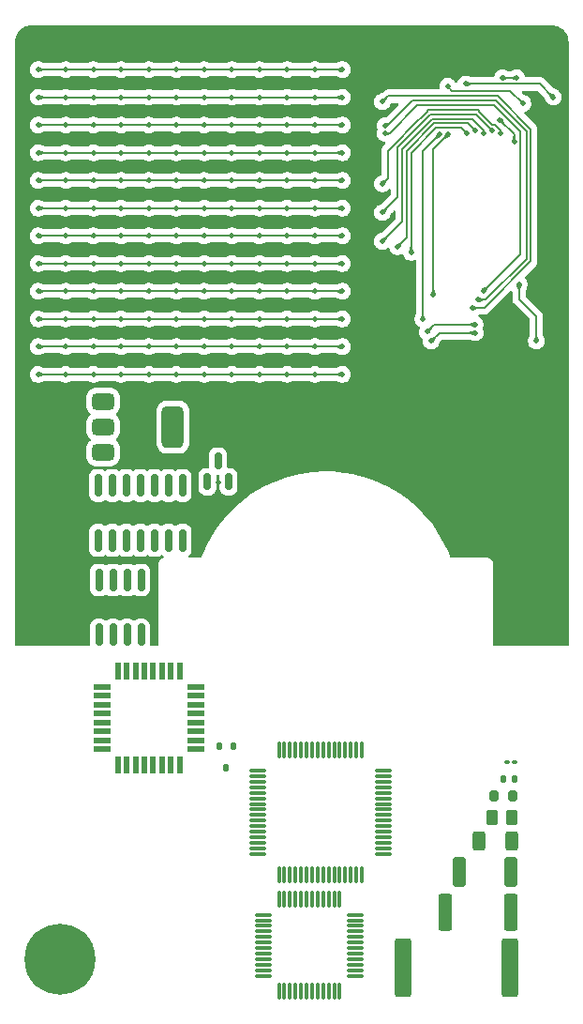
<source format=gbl>
%TF.GenerationSoftware,KiCad,Pcbnew,9.0.0*%
%TF.CreationDate,2025-12-20T00:19:53-05:00*%
%TF.ProjectId,BusinessCard,42757369-6e65-4737-9343-6172642e6b69,rev?*%
%TF.SameCoordinates,Original*%
%TF.FileFunction,Copper,L2,Bot*%
%TF.FilePolarity,Positive*%
%FSLAX46Y46*%
G04 Gerber Fmt 4.6, Leading zero omitted, Abs format (unit mm)*
G04 Created by KiCad (PCBNEW 9.0.0) date 2025-12-20 00:19:53*
%MOMM*%
%LPD*%
G01*
G04 APERTURE LIST*
G04 Aperture macros list*
%AMRoundRect*
0 Rectangle with rounded corners*
0 $1 Rounding radius*
0 $2 $3 $4 $5 $6 $7 $8 $9 X,Y pos of 4 corners*
0 Add a 4 corners polygon primitive as box body*
4,1,4,$2,$3,$4,$5,$6,$7,$8,$9,$2,$3,0*
0 Add four circle primitives for the rounded corners*
1,1,$1+$1,$2,$3*
1,1,$1+$1,$4,$5*
1,1,$1+$1,$6,$7*
1,1,$1+$1,$8,$9*
0 Add four rect primitives between the rounded corners*
20,1,$1+$1,$2,$3,$4,$5,0*
20,1,$1+$1,$4,$5,$6,$7,0*
20,1,$1+$1,$6,$7,$8,$9,0*
20,1,$1+$1,$8,$9,$2,$3,0*%
G04 Aperture macros list end*
%TA.AperFunction,SMDPad,CuDef*%
%ADD10RoundRect,0.150000X0.150000X-0.587500X0.150000X0.587500X-0.150000X0.587500X-0.150000X-0.587500X0*%
%TD*%
%TA.AperFunction,SMDPad,CuDef*%
%ADD11RoundRect,0.112500X-0.112500X-0.237500X0.112500X-0.237500X0.112500X0.237500X-0.112500X0.237500X0*%
%TD*%
%TA.AperFunction,SMDPad,CuDef*%
%ADD12RoundRect,0.375000X-0.625000X-0.375000X0.625000X-0.375000X0.625000X0.375000X-0.625000X0.375000X0*%
%TD*%
%TA.AperFunction,SMDPad,CuDef*%
%ADD13RoundRect,0.500000X-0.500000X-1.400000X0.500000X-1.400000X0.500000X1.400000X-0.500000X1.400000X0*%
%TD*%
%TA.AperFunction,SMDPad,CuDef*%
%ADD14RoundRect,0.150000X-0.150000X0.825000X-0.150000X-0.825000X0.150000X-0.825000X0.150000X0.825000X0*%
%TD*%
%TA.AperFunction,ComponentPad*%
%ADD15C,6.400000*%
%TD*%
%TA.AperFunction,SMDPad,CuDef*%
%ADD16R,1.600000X0.550000*%
%TD*%
%TA.AperFunction,SMDPad,CuDef*%
%ADD17R,0.550000X1.600000*%
%TD*%
%TA.AperFunction,SMDPad,CuDef*%
%ADD18RoundRect,0.075000X0.662500X0.075000X-0.662500X0.075000X-0.662500X-0.075000X0.662500X-0.075000X0*%
%TD*%
%TA.AperFunction,SMDPad,CuDef*%
%ADD19RoundRect,0.075000X0.075000X0.662500X-0.075000X0.662500X-0.075000X-0.662500X0.075000X-0.662500X0*%
%TD*%
%TA.AperFunction,SMDPad,CuDef*%
%ADD20RoundRect,0.100000X0.130000X0.100000X-0.130000X0.100000X-0.130000X-0.100000X0.130000X-0.100000X0*%
%TD*%
%TA.AperFunction,SMDPad,CuDef*%
%ADD21RoundRect,0.250000X0.362500X1.075000X-0.362500X1.075000X-0.362500X-1.075000X0.362500X-1.075000X0*%
%TD*%
%TA.AperFunction,SMDPad,CuDef*%
%ADD22RoundRect,0.135000X0.135000X0.185000X-0.135000X0.185000X-0.135000X-0.185000X0.135000X-0.185000X0*%
%TD*%
%TA.AperFunction,SMDPad,CuDef*%
%ADD23RoundRect,0.250000X0.262500X0.450000X-0.262500X0.450000X-0.262500X-0.450000X0.262500X-0.450000X0*%
%TD*%
%TA.AperFunction,SMDPad,CuDef*%
%ADD24RoundRect,0.250000X0.362500X1.425000X-0.362500X1.425000X-0.362500X-1.425000X0.362500X-1.425000X0*%
%TD*%
%TA.AperFunction,SMDPad,CuDef*%
%ADD25RoundRect,0.250001X0.487499X2.399999X-0.487499X2.399999X-0.487499X-2.399999X0.487499X-2.399999X0*%
%TD*%
%TA.AperFunction,SMDPad,CuDef*%
%ADD26RoundRect,0.250000X0.312500X0.625000X-0.312500X0.625000X-0.312500X-0.625000X0.312500X-0.625000X0*%
%TD*%
%TA.AperFunction,SMDPad,CuDef*%
%ADD27RoundRect,0.200000X0.200000X0.275000X-0.200000X0.275000X-0.200000X-0.275000X0.200000X-0.275000X0*%
%TD*%
%TA.AperFunction,ViaPad*%
%ADD28C,0.500000*%
%TD*%
%TA.AperFunction,ViaPad*%
%ADD29C,0.600000*%
%TD*%
%TA.AperFunction,Conductor*%
%ADD30C,0.200000*%
%TD*%
G04 APERTURE END LIST*
D10*
%TO.P,REF\u002A\u002A,1*%
%TO.N,N/C*%
X154700000Y-89687500D03*
%TO.P,REF\u002A\u002A,2*%
X152800000Y-89687500D03*
%TO.P,REF\u002A\u002A,3*%
X153750000Y-87812500D03*
%TD*%
D11*
%TO.P,REF\u002A\u002A,1*%
%TO.N,N/C*%
X153850000Y-113500000D03*
%TO.P,REF\u002A\u002A,2*%
X155150000Y-113500000D03*
%TO.P,REF\u002A\u002A,3*%
X154500000Y-115500000D03*
%TD*%
D12*
%TO.P,REF\u002A\u002A,1*%
%TO.N,N/C*%
X143380000Y-87050000D03*
%TO.P,REF\u002A\u002A,2*%
X143380000Y-84750000D03*
%TO.P,REF\u002A\u002A,3*%
X143380000Y-82450000D03*
D13*
%TO.P,REF\u002A\u002A,4*%
X149680000Y-84750000D03*
%TD*%
D14*
%TO.P,REF\u002A\u002A,1*%
%TO.N,N/C*%
X142940000Y-90025000D03*
%TO.P,REF\u002A\u002A,2*%
X144210000Y-90025000D03*
%TO.P,REF\u002A\u002A,3*%
X145480000Y-90025000D03*
%TO.P,REF\u002A\u002A,4*%
X146750000Y-90025000D03*
%TO.P,REF\u002A\u002A,5*%
X148020000Y-90025000D03*
%TO.P,REF\u002A\u002A,6*%
X149290000Y-90025000D03*
%TO.P,REF\u002A\u002A,7*%
X150560000Y-90025000D03*
%TO.P,REF\u002A\u002A,8*%
X150560000Y-94975000D03*
%TO.P,REF\u002A\u002A,9*%
X149290000Y-94975000D03*
%TO.P,REF\u002A\u002A,10*%
X148020000Y-94975000D03*
%TO.P,REF\u002A\u002A,11*%
X146750000Y-94975000D03*
%TO.P,REF\u002A\u002A,12*%
X145480000Y-94975000D03*
%TO.P,REF\u002A\u002A,13*%
X144210000Y-94975000D03*
%TO.P,REF\u002A\u002A,14*%
X142940000Y-94975000D03*
%TD*%
%TO.P,REF\u002A\u002A,8*%
%TO.N,N/C*%
X143000000Y-103500000D03*
%TO.P,REF\u002A\u002A,7*%
X144270000Y-103500000D03*
%TO.P,REF\u002A\u002A,6*%
X145540000Y-103500000D03*
%TO.P,REF\u002A\u002A,5*%
X146810000Y-103500000D03*
%TO.P,REF\u002A\u002A,4*%
X146810000Y-98550000D03*
%TO.P,REF\u002A\u002A,3*%
X145540000Y-98550000D03*
%TO.P,REF\u002A\u002A,2*%
X144270000Y-98550000D03*
%TO.P,REF\u002A\u002A,1*%
X143000000Y-98550000D03*
%TD*%
D15*
%TO.P,REF\u002A\u002A,1*%
%TO.N,N/C*%
X139500000Y-132750000D03*
%TD*%
D16*
%TO.P,REF\u002A\u002A,1*%
%TO.N,N/C*%
X151750000Y-108200000D03*
%TO.P,REF\u002A\u002A,2*%
X151750000Y-109000000D03*
%TO.P,REF\u002A\u002A,3*%
X151750000Y-109800000D03*
%TO.P,REF\u002A\u002A,4*%
X151750000Y-110600000D03*
%TO.P,REF\u002A\u002A,5*%
X151750000Y-111400000D03*
%TO.P,REF\u002A\u002A,6*%
X151750000Y-112200000D03*
%TO.P,REF\u002A\u002A,7*%
X151750000Y-113000000D03*
%TO.P,REF\u002A\u002A,8*%
X151750000Y-113800000D03*
D17*
%TO.P,REF\u002A\u002A,9*%
X150300000Y-115250000D03*
%TO.P,REF\u002A\u002A,10*%
X149500000Y-115250000D03*
%TO.P,REF\u002A\u002A,11*%
X148700000Y-115250000D03*
%TO.P,REF\u002A\u002A,12*%
X147900000Y-115250000D03*
%TO.P,REF\u002A\u002A,13*%
X147100000Y-115250000D03*
%TO.P,REF\u002A\u002A,14*%
X146300000Y-115250000D03*
%TO.P,REF\u002A\u002A,15*%
X145500000Y-115250000D03*
%TO.P,REF\u002A\u002A,16*%
X144700000Y-115250000D03*
D16*
%TO.P,REF\u002A\u002A,17*%
X143250000Y-113800000D03*
%TO.P,REF\u002A\u002A,18*%
X143250000Y-113000000D03*
%TO.P,REF\u002A\u002A,19*%
X143250000Y-112200000D03*
%TO.P,REF\u002A\u002A,20*%
X143250000Y-111400000D03*
%TO.P,REF\u002A\u002A,21*%
X143250000Y-110600000D03*
%TO.P,REF\u002A\u002A,22*%
X143250000Y-109800000D03*
%TO.P,REF\u002A\u002A,23*%
X143250000Y-109000000D03*
%TO.P,REF\u002A\u002A,24*%
X143250000Y-108200000D03*
D17*
%TO.P,REF\u002A\u002A,25*%
X144700000Y-106750000D03*
%TO.P,REF\u002A\u002A,26*%
X145500000Y-106750000D03*
%TO.P,REF\u002A\u002A,27*%
X146300000Y-106750000D03*
%TO.P,REF\u002A\u002A,28*%
X147100000Y-106750000D03*
%TO.P,REF\u002A\u002A,29*%
X147900000Y-106750000D03*
%TO.P,REF\u002A\u002A,30*%
X148700000Y-106750000D03*
%TO.P,REF\u002A\u002A,31*%
X149500000Y-106750000D03*
%TO.P,REF\u002A\u002A,32*%
X150300000Y-106750000D03*
%TD*%
D18*
%TO.P,REF\u002A\u002A,1*%
%TO.N,N/C*%
X168662500Y-115750000D03*
%TO.P,REF\u002A\u002A,2*%
X168662500Y-116250000D03*
%TO.P,REF\u002A\u002A,3*%
X168662500Y-116750000D03*
%TO.P,REF\u002A\u002A,4*%
X168662500Y-117250000D03*
%TO.P,REF\u002A\u002A,5*%
X168662500Y-117750000D03*
%TO.P,REF\u002A\u002A,6*%
X168662500Y-118250000D03*
%TO.P,REF\u002A\u002A,7*%
X168662500Y-118750000D03*
%TO.P,REF\u002A\u002A,8*%
X168662500Y-119250000D03*
%TO.P,REF\u002A\u002A,9*%
X168662500Y-119750000D03*
%TO.P,REF\u002A\u002A,10*%
X168662500Y-120250000D03*
%TO.P,REF\u002A\u002A,11*%
X168662500Y-120750000D03*
%TO.P,REF\u002A\u002A,12*%
X168662500Y-121250000D03*
%TO.P,REF\u002A\u002A,13*%
X168662500Y-121750000D03*
%TO.P,REF\u002A\u002A,14*%
X168662500Y-122250000D03*
%TO.P,REF\u002A\u002A,15*%
X168662500Y-122750000D03*
%TO.P,REF\u002A\u002A,16*%
X168662500Y-123250000D03*
D19*
%TO.P,REF\u002A\u002A,17*%
X166750000Y-125162500D03*
%TO.P,REF\u002A\u002A,18*%
X166250000Y-125162500D03*
%TO.P,REF\u002A\u002A,19*%
X165750000Y-125162500D03*
%TO.P,REF\u002A\u002A,20*%
X165250000Y-125162500D03*
%TO.P,REF\u002A\u002A,21*%
X164750000Y-125162500D03*
%TO.P,REF\u002A\u002A,22*%
X164250000Y-125162500D03*
%TO.P,REF\u002A\u002A,23*%
X163750000Y-125162500D03*
%TO.P,REF\u002A\u002A,24*%
X163250000Y-125162500D03*
%TO.P,REF\u002A\u002A,25*%
X162750000Y-125162500D03*
%TO.P,REF\u002A\u002A,26*%
X162250000Y-125162500D03*
%TO.P,REF\u002A\u002A,27*%
X161750000Y-125162500D03*
%TO.P,REF\u002A\u002A,28*%
X161250000Y-125162500D03*
%TO.P,REF\u002A\u002A,29*%
X160750000Y-125162500D03*
%TO.P,REF\u002A\u002A,30*%
X160250000Y-125162500D03*
%TO.P,REF\u002A\u002A,31*%
X159750000Y-125162500D03*
%TO.P,REF\u002A\u002A,32*%
X159250000Y-125162500D03*
D18*
%TO.P,REF\u002A\u002A,33*%
X157337500Y-123250000D03*
%TO.P,REF\u002A\u002A,34*%
X157337500Y-122750000D03*
%TO.P,REF\u002A\u002A,35*%
X157337500Y-122250000D03*
%TO.P,REF\u002A\u002A,36*%
X157337500Y-121750000D03*
%TO.P,REF\u002A\u002A,37*%
X157337500Y-121250000D03*
%TO.P,REF\u002A\u002A,38*%
X157337500Y-120750000D03*
%TO.P,REF\u002A\u002A,39*%
X157337500Y-120250000D03*
%TO.P,REF\u002A\u002A,40*%
X157337500Y-119750000D03*
%TO.P,REF\u002A\u002A,41*%
X157337500Y-119250000D03*
%TO.P,REF\u002A\u002A,42*%
X157337500Y-118750000D03*
%TO.P,REF\u002A\u002A,43*%
X157337500Y-118250000D03*
%TO.P,REF\u002A\u002A,44*%
X157337500Y-117750000D03*
%TO.P,REF\u002A\u002A,45*%
X157337500Y-117250000D03*
%TO.P,REF\u002A\u002A,46*%
X157337500Y-116750000D03*
%TO.P,REF\u002A\u002A,47*%
X157337500Y-116250000D03*
%TO.P,REF\u002A\u002A,48*%
X157337500Y-115750000D03*
D19*
%TO.P,REF\u002A\u002A,49*%
X159250000Y-113837500D03*
%TO.P,REF\u002A\u002A,50*%
X159750000Y-113837500D03*
%TO.P,REF\u002A\u002A,51*%
X160250000Y-113837500D03*
%TO.P,REF\u002A\u002A,52*%
X160750000Y-113837500D03*
%TO.P,REF\u002A\u002A,53*%
X161250000Y-113837500D03*
%TO.P,REF\u002A\u002A,54*%
X161750000Y-113837500D03*
%TO.P,REF\u002A\u002A,55*%
X162250000Y-113837500D03*
%TO.P,REF\u002A\u002A,56*%
X162750000Y-113837500D03*
%TO.P,REF\u002A\u002A,57*%
X163250000Y-113837500D03*
%TO.P,REF\u002A\u002A,58*%
X163750000Y-113837500D03*
%TO.P,REF\u002A\u002A,59*%
X164250000Y-113837500D03*
%TO.P,REF\u002A\u002A,60*%
X164750000Y-113837500D03*
%TO.P,REF\u002A\u002A,61*%
X165250000Y-113837500D03*
%TO.P,REF\u002A\u002A,62*%
X165750000Y-113837500D03*
%TO.P,REF\u002A\u002A,63*%
X166250000Y-113837500D03*
%TO.P,REF\u002A\u002A,64*%
X166750000Y-113837500D03*
%TD*%
D20*
%TO.P,REF\u002A\u002A,1*%
%TO.N,N/C*%
X180520000Y-115000000D03*
%TO.P,REF\u002A\u002A,2*%
X179880000Y-115000000D03*
%TD*%
D21*
%TO.P,REF\u002A\u002A,1*%
%TO.N,N/C*%
X180212500Y-124900000D03*
%TO.P,REF\u002A\u002A,2*%
X175587500Y-124900000D03*
%TD*%
D22*
%TO.P,REF\u002A\u002A,1*%
%TO.N,N/C*%
X180510000Y-116500000D03*
%TO.P,REF\u002A\u002A,2*%
X179490000Y-116500000D03*
%TD*%
D23*
%TO.P,REF\u002A\u002A,1*%
%TO.N,N/C*%
X180312500Y-120000000D03*
%TO.P,REF\u002A\u002A,2*%
X178487500Y-120000000D03*
%TD*%
D24*
%TO.P,REF\u002A\u002A,1*%
%TO.N,N/C*%
X180212500Y-128500000D03*
%TO.P,REF\u002A\u002A,2*%
X174287500Y-128500000D03*
%TD*%
D25*
%TO.P,REF\u002A\u002A,1*%
%TO.N,N/C*%
X180125000Y-133500000D03*
%TO.P,REF\u002A\u002A,2*%
X170500000Y-133500000D03*
%TD*%
D26*
%TO.P,REF\u002A\u002A,1*%
%TO.N,N/C*%
X180262500Y-122100000D03*
%TO.P,REF\u002A\u002A,2*%
X177337500Y-122100000D03*
%TD*%
D18*
%TO.P,REF\u002A\u002A,1*%
%TO.N,N/C*%
X166162500Y-128750000D03*
%TO.P,REF\u002A\u002A,2*%
X166162500Y-129250000D03*
%TO.P,REF\u002A\u002A,3*%
X166162500Y-129750000D03*
%TO.P,REF\u002A\u002A,4*%
X166162500Y-130250000D03*
%TO.P,REF\u002A\u002A,5*%
X166162500Y-130750000D03*
%TO.P,REF\u002A\u002A,6*%
X166162500Y-131250000D03*
%TO.P,REF\u002A\u002A,7*%
X166162500Y-131750000D03*
%TO.P,REF\u002A\u002A,8*%
X166162500Y-132250000D03*
%TO.P,REF\u002A\u002A,9*%
X166162500Y-132750000D03*
%TO.P,REF\u002A\u002A,10*%
X166162500Y-133250000D03*
%TO.P,REF\u002A\u002A,11*%
X166162500Y-133750000D03*
%TO.P,REF\u002A\u002A,12*%
X166162500Y-134250000D03*
D19*
%TO.P,REF\u002A\u002A,13*%
X164750000Y-135662500D03*
%TO.P,REF\u002A\u002A,14*%
X164250000Y-135662500D03*
%TO.P,REF\u002A\u002A,15*%
X163750000Y-135662500D03*
%TO.P,REF\u002A\u002A,16*%
X163250000Y-135662500D03*
%TO.P,REF\u002A\u002A,17*%
X162750000Y-135662500D03*
%TO.P,REF\u002A\u002A,18*%
X162250000Y-135662500D03*
%TO.P,REF\u002A\u002A,19*%
X161750000Y-135662500D03*
%TO.P,REF\u002A\u002A,20*%
X161250000Y-135662500D03*
%TO.P,REF\u002A\u002A,21*%
X160750000Y-135662500D03*
%TO.P,REF\u002A\u002A,22*%
X160250000Y-135662500D03*
%TO.P,REF\u002A\u002A,23*%
X159750000Y-135662500D03*
%TO.P,REF\u002A\u002A,24*%
X159250000Y-135662500D03*
D18*
%TO.P,REF\u002A\u002A,25*%
X157837500Y-134250000D03*
%TO.P,REF\u002A\u002A,26*%
X157837500Y-133750000D03*
%TO.P,REF\u002A\u002A,27*%
X157837500Y-133250000D03*
%TO.P,REF\u002A\u002A,28*%
X157837500Y-132750000D03*
%TO.P,REF\u002A\u002A,29*%
X157837500Y-132250000D03*
%TO.P,REF\u002A\u002A,30*%
X157837500Y-131750000D03*
%TO.P,REF\u002A\u002A,31*%
X157837500Y-131250000D03*
%TO.P,REF\u002A\u002A,32*%
X157837500Y-130750000D03*
%TO.P,REF\u002A\u002A,33*%
X157837500Y-130250000D03*
%TO.P,REF\u002A\u002A,34*%
X157837500Y-129750000D03*
%TO.P,REF\u002A\u002A,35*%
X157837500Y-129250000D03*
%TO.P,REF\u002A\u002A,36*%
X157837500Y-128750000D03*
D19*
%TO.P,REF\u002A\u002A,37*%
X159250000Y-127337500D03*
%TO.P,REF\u002A\u002A,38*%
X159750000Y-127337500D03*
%TO.P,REF\u002A\u002A,39*%
X160250000Y-127337500D03*
%TO.P,REF\u002A\u002A,40*%
X160750000Y-127337500D03*
%TO.P,REF\u002A\u002A,41*%
X161250000Y-127337500D03*
%TO.P,REF\u002A\u002A,42*%
X161750000Y-127337500D03*
%TO.P,REF\u002A\u002A,43*%
X162250000Y-127337500D03*
%TO.P,REF\u002A\u002A,44*%
X162750000Y-127337500D03*
%TO.P,REF\u002A\u002A,45*%
X163250000Y-127337500D03*
%TO.P,REF\u002A\u002A,46*%
X163750000Y-127337500D03*
%TO.P,REF\u002A\u002A,47*%
X164250000Y-127337500D03*
%TO.P,REF\u002A\u002A,48*%
X164750000Y-127337500D03*
%TD*%
D27*
%TO.P,REF\u002A\u002A,1*%
%TO.N,N/C*%
X180370000Y-118000000D03*
%TO.P,REF\u002A\u002A,2*%
X178720000Y-118000000D03*
%TD*%
D28*
%TO.N,+3.3V*%
X174500000Y-54000000D03*
X181300000Y-55550000D03*
%TO.N,R5*%
X178500000Y-58000000D03*
%TO.N,R7*%
X177000000Y-58000000D03*
%TO.N,R6*%
X177750000Y-58250000D03*
%TO.N,R4*%
X179250000Y-58250000D03*
%TO.N,R8*%
X176250000Y-58250000D03*
%TO.N,R10*%
X172250000Y-75000000D03*
%TO.N,Net-(J2-Pin_4)*%
X179450000Y-53250000D03*
%TO.N,+3.3V*%
X182500000Y-77000000D03*
X180950000Y-71880000D03*
%TO.N,GND*%
X183440000Y-78950000D03*
X153750000Y-84750000D03*
X183000000Y-58500000D03*
X153750000Y-89750000D03*
X179986091Y-73736091D03*
X161500000Y-87250000D03*
X173000000Y-54000000D03*
X146250000Y-87250000D03*
X178250000Y-88500000D03*
D29*
X181000000Y-100750000D03*
D28*
X183000000Y-90000000D03*
%TO.N,Net-(D10-A)*%
X137500000Y-52500000D03*
X147500000Y-52500000D03*
X140000000Y-52500000D03*
X150000000Y-52500000D03*
X165000000Y-52500000D03*
X160000000Y-52500000D03*
X155000000Y-52500000D03*
X157500000Y-52500000D03*
X162500000Y-52500000D03*
X142500000Y-52500000D03*
X145000000Y-52500000D03*
X152500000Y-52500000D03*
%TO.N,Net-(D14-A)*%
X142500000Y-55000000D03*
X165000000Y-55000000D03*
X147500000Y-55000000D03*
X160000000Y-55000000D03*
X157500000Y-55000000D03*
X137500000Y-55000000D03*
X150000000Y-55000000D03*
X140000000Y-55000000D03*
X162500000Y-55000000D03*
X145000000Y-55000000D03*
X155000000Y-55000000D03*
X152500000Y-55000000D03*
%TO.N,Net-(D26-A)*%
X165000000Y-57500000D03*
X137500000Y-57500000D03*
X147500000Y-57500000D03*
X155000000Y-57500000D03*
X142500000Y-57500000D03*
X140000000Y-57500000D03*
X160000000Y-57500000D03*
X162500000Y-57500000D03*
X150000000Y-57500000D03*
X152500000Y-57500000D03*
X145000000Y-57500000D03*
X157500000Y-57500000D03*
%TO.N,Net-(D38-A)*%
X157500000Y-60000000D03*
X137500000Y-60000000D03*
X140000000Y-60000000D03*
X150000000Y-60000000D03*
X155000000Y-60000000D03*
X147500000Y-60000000D03*
X152500000Y-60000000D03*
X145000000Y-60000000D03*
X142500000Y-60000000D03*
X165000000Y-60000000D03*
X162500000Y-60000000D03*
X160000000Y-60000000D03*
%TO.N,Net-(D50-A)*%
X165000000Y-62500000D03*
X152500000Y-62500000D03*
X155000000Y-62500000D03*
X157500000Y-62500000D03*
X147500000Y-62500000D03*
X137500000Y-62500000D03*
X162500000Y-62500000D03*
X150000000Y-62500000D03*
X145000000Y-62500000D03*
X140000000Y-62500000D03*
X160000000Y-62500000D03*
X142500000Y-62500000D03*
%TO.N,Net-(D62-A)*%
X160000000Y-65000000D03*
X150000000Y-65000000D03*
X140000000Y-65000000D03*
X145000000Y-65000000D03*
X137500000Y-65000000D03*
X157500000Y-65000000D03*
X142500000Y-65000000D03*
X162500000Y-65000000D03*
X147500000Y-65000000D03*
X155000000Y-65000000D03*
X165000000Y-65000000D03*
X152500000Y-65000000D03*
%TO.N,Net-(D100-A)*%
X142500000Y-72500000D03*
X157500000Y-72500000D03*
X162500000Y-72500000D03*
X155000000Y-72500000D03*
X147500000Y-72500000D03*
X140000000Y-72500000D03*
X150000000Y-72500000D03*
X160000000Y-72500000D03*
X145000000Y-72500000D03*
X137500000Y-72500000D03*
X165000000Y-72500000D03*
X152500000Y-72500000D03*
%TO.N,Net-(D74-A)*%
X137500000Y-67500000D03*
X150000000Y-67500000D03*
X142500000Y-67500000D03*
X162500000Y-67500000D03*
X152500000Y-67500000D03*
X157500000Y-67500000D03*
X145000000Y-67500000D03*
X160000000Y-67500000D03*
X140000000Y-67500000D03*
X155000000Y-67500000D03*
X147500000Y-67500000D03*
X165000000Y-67500000D03*
%TO.N,Net-(D86-A)*%
X150000000Y-70000000D03*
X140000000Y-70000000D03*
X142500000Y-70000000D03*
X160000000Y-70000000D03*
X165000000Y-70000000D03*
X152500000Y-70000000D03*
X155000000Y-70000000D03*
X157500000Y-70000000D03*
X147500000Y-70000000D03*
X162500000Y-70000000D03*
X137500000Y-70000000D03*
X145000000Y-70000000D03*
%TO.N,Net-(D110-A)*%
X142500000Y-75000000D03*
X145000000Y-75000000D03*
X137500000Y-75000000D03*
X162500000Y-75000000D03*
X150000000Y-75000000D03*
X152500000Y-75000000D03*
X165000000Y-75000000D03*
X147500000Y-75000000D03*
X155000000Y-75000000D03*
X157500000Y-75000000D03*
X140000000Y-75000000D03*
X160000000Y-75000000D03*
%TO.N,Net-(D122-A)*%
X152500000Y-77500000D03*
X147500000Y-77500000D03*
X140000000Y-77500000D03*
X137500000Y-77500000D03*
X157500000Y-77500000D03*
X160000000Y-77500000D03*
X150000000Y-77500000D03*
X155000000Y-77500000D03*
X165000000Y-77500000D03*
X142500000Y-77500000D03*
X145000000Y-77500000D03*
X162500000Y-77500000D03*
%TO.N,Net-(D134-A)*%
X155000000Y-80000000D03*
X147500000Y-80000000D03*
X165000000Y-80000000D03*
X160000000Y-80000000D03*
X152500000Y-80000000D03*
X150000000Y-80000000D03*
X137500000Y-80000000D03*
X162500000Y-80000000D03*
X142500000Y-80000000D03*
X140000000Y-80000000D03*
X157500000Y-80000000D03*
X145000000Y-80000000D03*
%TO.N,Net-(J2-Pin_3)*%
X179219641Y-57030359D03*
X180500000Y-59000000D03*
%TO.N,Net-(J1-Pin_2)*%
X184049000Y-54997000D03*
X176100000Y-53800000D03*
%TO.N,Net-(J2-Pin_4)*%
X180750000Y-53250000D03*
%TO.N,R1*%
X168600000Y-55400000D03*
X176750000Y-74000000D03*
%TO.N,R2*%
X177250000Y-73250000D03*
X168850000Y-57550000D03*
%TO.N,R3*%
X177717290Y-72465876D03*
X168850000Y-58250000D03*
%TO.N,R4*%
X168600000Y-62800000D03*
%TO.N,R5*%
X168600000Y-65400000D03*
%TO.N,R6*%
X168600000Y-68000000D03*
%TO.N,R7*%
X169972025Y-68472025D03*
%TO.N,R8*%
X171200000Y-69000000D03*
%TO.N,R9*%
X174527817Y-58350000D03*
X173200000Y-72800000D03*
%TO.N,R10*%
X173750000Y-58350000D03*
%TO.N,R11*%
X172650000Y-76150000D03*
X176982182Y-75500000D03*
%TO.N,R12*%
X177010000Y-76250000D03*
X173000000Y-77000000D03*
%TD*%
D30*
%TO.N,R3*%
X168850000Y-58250000D02*
X169250000Y-58250000D01*
X181051000Y-69132166D02*
X177717290Y-72465876D01*
X169250000Y-58250000D02*
X171755000Y-55745000D01*
X171755000Y-55745000D02*
X178713514Y-55745000D01*
X181051000Y-58082486D02*
X181051000Y-69132166D01*
X178713514Y-55745000D02*
X181051000Y-58082486D01*
%TO.N,R2*%
X168850000Y-57550000D02*
X169050000Y-57550000D01*
X171300000Y-55300000D02*
X178834200Y-55300000D01*
X169050000Y-57550000D02*
X171300000Y-55300000D01*
X177950000Y-73250000D02*
X177250000Y-73250000D01*
X181602000Y-58067800D02*
X181602000Y-69598000D01*
X178834200Y-55300000D02*
X181602000Y-58067800D01*
X181602000Y-69598000D02*
X177950000Y-73250000D01*
%TO.N,+3.3V*%
X180150000Y-54400000D02*
X174900000Y-54400000D01*
X174900000Y-54400000D02*
X174500000Y-54000000D01*
X181300000Y-55550000D02*
X180150000Y-54400000D01*
%TO.N,R1*%
X177800000Y-74000000D02*
X182003000Y-69797000D01*
X182003000Y-69797000D02*
X182003000Y-57901700D01*
X182003000Y-57901700D02*
X179001300Y-54900000D01*
X176750000Y-74000000D02*
X177800000Y-74000000D01*
X179001300Y-54900000D02*
X169100000Y-54900000D01*
X169100000Y-54900000D02*
X168600000Y-55400000D01*
%TO.N,R4*%
X179250000Y-58250000D02*
X179250000Y-57970768D01*
X179051000Y-57771768D02*
X178879232Y-57600000D01*
X178879232Y-57600000D02*
X178728232Y-57449000D01*
X178728232Y-57449000D02*
X178516100Y-57449000D01*
X179250000Y-57970768D02*
X179051000Y-57771768D01*
X178516100Y-57449000D02*
X177448000Y-56380900D01*
X176880900Y-56146000D02*
X173117800Y-56146000D01*
X177448000Y-56380900D02*
X177213100Y-56146000D01*
X177213100Y-56146000D02*
X176880900Y-56146000D01*
X169830900Y-59100700D02*
X169596000Y-59335600D01*
X173117800Y-56146000D02*
X172785600Y-56146000D01*
X172785600Y-56146000D02*
X172550700Y-56380900D01*
X172550700Y-56380900D02*
X171331600Y-57600000D01*
X171331600Y-57600000D02*
X169830900Y-59100700D01*
X169596000Y-59335600D02*
X169101000Y-59830600D01*
X169101000Y-59830600D02*
X169101000Y-62299000D01*
X169101000Y-62299000D02*
X168600000Y-62800000D01*
%TO.N,Net-(J1-Pin_2)*%
X182853000Y-53801000D02*
X184049000Y-54997000D01*
X176100000Y-53800000D02*
X176550000Y-53800000D01*
X176551000Y-53801000D02*
X182853000Y-53801000D01*
X176550000Y-53800000D02*
X176551000Y-53801000D01*
%TO.N,R6*%
X177750000Y-58250000D02*
X177750000Y-57970768D01*
X170398000Y-59667800D02*
X170398000Y-66202000D01*
X170398000Y-66202000D02*
X168600000Y-68000000D01*
X177750000Y-57970768D02*
X176727232Y-56948000D01*
X176727232Y-56948000D02*
X173117800Y-56948000D01*
X173117800Y-56948000D02*
X170398000Y-59667800D01*
%TO.N,R7*%
X177000000Y-58000000D02*
X176349000Y-57349000D01*
X170799000Y-67645050D02*
X169972025Y-68472025D01*
X176349000Y-57349000D02*
X173283900Y-57349000D01*
X173283900Y-57349000D02*
X170799000Y-59833900D01*
X170799000Y-59833900D02*
X170799000Y-67645050D01*
%TO.N,R8*%
X176250000Y-58250000D02*
X175750000Y-57750000D01*
X175750000Y-57750000D02*
X173450000Y-57750000D01*
X173450000Y-57750000D02*
X171200000Y-60000000D01*
X171200000Y-60000000D02*
X171200000Y-69000000D01*
%TO.N,R5*%
X178500000Y-58000000D02*
X177047000Y-56547000D01*
X177047000Y-56547000D02*
X172951700Y-56547000D01*
X172951700Y-56547000D02*
X169997000Y-59501700D01*
X169997000Y-59501700D02*
X169997000Y-64003000D01*
X169997000Y-64003000D02*
X168600000Y-65400000D01*
%TO.N,R9*%
X173200000Y-72800000D02*
X173200000Y-59677817D01*
X173200000Y-59677817D02*
X174527817Y-58350000D01*
%TO.N,R10*%
X172250000Y-75000000D02*
X172250000Y-59850000D01*
X172250000Y-59850000D02*
X173750000Y-58350000D01*
%TO.N,Net-(J2-Pin_3)*%
X179219641Y-57030359D02*
X180500000Y-58310718D01*
X180500000Y-58310718D02*
X180500000Y-59000000D01*
%TO.N,R12*%
X173750000Y-76250000D02*
X173000000Y-77000000D01*
X177010000Y-76250000D02*
X173750000Y-76250000D01*
%TO.N,Net-(J2-Pin_4)*%
X180750000Y-53250000D02*
X179450000Y-53250000D01*
%TO.N,+3.3V*%
X180950000Y-73200000D02*
X180950000Y-71880000D01*
X182500000Y-77000000D02*
X182500000Y-74750000D01*
X182500000Y-74750000D02*
X180950000Y-73200000D01*
%TO.N,Net-(D10-A)*%
X165000000Y-52500000D02*
X137500000Y-52500000D01*
%TO.N,Net-(D14-A)*%
X137500000Y-55000000D02*
X165000000Y-55000000D01*
%TO.N,Net-(D26-A)*%
X165000000Y-57500000D02*
X137500000Y-57500000D01*
%TO.N,Net-(D38-A)*%
X137500000Y-60000000D02*
X165000000Y-60000000D01*
%TO.N,Net-(D50-A)*%
X165000000Y-62500000D02*
X137500000Y-62500000D01*
%TO.N,Net-(D62-A)*%
X137500000Y-65000000D02*
X165000000Y-65000000D01*
%TO.N,Net-(D100-A)*%
X165000000Y-72500000D02*
X137500000Y-72500000D01*
%TO.N,Net-(D74-A)*%
X165000000Y-67500000D02*
X137500000Y-67500000D01*
%TO.N,Net-(D86-A)*%
X137500000Y-70000000D02*
X165000000Y-70000000D01*
%TO.N,Net-(D110-A)*%
X137500000Y-75000000D02*
X165000000Y-75000000D01*
%TO.N,Net-(D122-A)*%
X165000000Y-77500000D02*
X137500000Y-77500000D01*
%TO.N,Net-(D134-A)*%
X137500000Y-80000000D02*
X165000000Y-80000000D01*
%TO.N,R11*%
X176982182Y-75500000D02*
X173300000Y-75500000D01*
X173300000Y-75500000D02*
X172650000Y-76150000D01*
%TD*%
%TA.AperFunction,Conductor*%
%TO.N,GND*%
G36*
X183918627Y-48500815D02*
G01*
X184118768Y-48515131D01*
X184136273Y-48517648D01*
X184327997Y-48559357D01*
X184344971Y-48564340D01*
X184528822Y-48632914D01*
X184544897Y-48640255D01*
X184717115Y-48734295D01*
X184731994Y-48743857D01*
X184889067Y-48861441D01*
X184902438Y-48873027D01*
X185041182Y-49011772D01*
X185052767Y-49025143D01*
X185170344Y-49182208D01*
X185179910Y-49197092D01*
X185273944Y-49369306D01*
X185281291Y-49385394D01*
X185281293Y-49385398D01*
X185349861Y-49569235D01*
X185354845Y-49586211D01*
X185396551Y-49777933D01*
X185399069Y-49795444D01*
X185402882Y-49848748D01*
X185408983Y-49934055D01*
X185413398Y-49995772D01*
X185413714Y-50004619D01*
X185413714Y-104376000D01*
X185394029Y-104443039D01*
X185341225Y-104488794D01*
X185289714Y-104500000D01*
X178730141Y-104500000D01*
X178663102Y-104480315D01*
X178617347Y-104427511D01*
X178606141Y-104376095D01*
X178606032Y-104234651D01*
X178600500Y-97049945D01*
X178600500Y-96984108D01*
X178600454Y-96983937D01*
X178600454Y-96983770D01*
X178600449Y-96983731D01*
X178600449Y-96983723D01*
X178583451Y-96920481D01*
X178566392Y-96856814D01*
X178566293Y-96856643D01*
X178566243Y-96856455D01*
X178533507Y-96799856D01*
X178500500Y-96742686D01*
X178500499Y-96742685D01*
X178500497Y-96742681D01*
X178500265Y-96742379D01*
X178453961Y-96696147D01*
X178453892Y-96696078D01*
X178407320Y-96649505D01*
X178407034Y-96649285D01*
X178407031Y-96649282D01*
X178407012Y-96649267D01*
X178349866Y-96616332D01*
X178349755Y-96616268D01*
X178293186Y-96583608D01*
X178292998Y-96583557D01*
X178292827Y-96583459D01*
X178292764Y-96583442D01*
X178292762Y-96583441D01*
X178228774Y-96566349D01*
X178165892Y-96549500D01*
X178165698Y-96549500D01*
X178165507Y-96549449D01*
X178165505Y-96549449D01*
X178099614Y-96549500D01*
X174829528Y-96549500D01*
X174762489Y-96529815D01*
X174716734Y-96477011D01*
X174714562Y-96471964D01*
X174663379Y-96345321D01*
X174499105Y-95938855D01*
X174209792Y-95325262D01*
X173886282Y-94728990D01*
X173529610Y-94151944D01*
X173140913Y-93595964D01*
X173140912Y-93595962D01*
X173140908Y-93595957D01*
X173140907Y-93595956D01*
X172721445Y-93062844D01*
X172721425Y-93062820D01*
X172272514Y-92554245D01*
X172272507Y-92554237D01*
X172210781Y-92491800D01*
X171795586Y-92071828D01*
X171795551Y-92071795D01*
X171298836Y-91623142D01*
X171292149Y-91617102D01*
X171292148Y-91617101D01*
X170763841Y-91191545D01*
X170212360Y-90796526D01*
X170212352Y-90796521D01*
X170206926Y-90793081D01*
X169639420Y-90433269D01*
X169046888Y-90102960D01*
X168436644Y-89806647D01*
X168348452Y-89769825D01*
X167810643Y-89545279D01*
X167810641Y-89545278D01*
X167810638Y-89545277D01*
X167172550Y-89320276D01*
X167170863Y-89319681D01*
X167170849Y-89319677D01*
X166519395Y-89130590D01*
X166519352Y-89130579D01*
X165858283Y-88978598D01*
X165858241Y-88978589D01*
X165189583Y-88864179D01*
X164515520Y-88787720D01*
X164181144Y-88768830D01*
X163838227Y-88749457D01*
X163838215Y-88749457D01*
X163159860Y-88749511D01*
X163159808Y-88749513D01*
X162482571Y-88787882D01*
X162482566Y-88787883D01*
X162482560Y-88787883D01*
X162482554Y-88787884D01*
X162191117Y-88820989D01*
X161808497Y-88864452D01*
X161139897Y-88978962D01*
X161139862Y-88978969D01*
X160478767Y-89131069D01*
X160478764Y-89131069D01*
X160478759Y-89131071D01*
X160153028Y-89225671D01*
X159827290Y-89320274D01*
X159827283Y-89320276D01*
X159187567Y-89545967D01*
X158561622Y-89807430D01*
X158561606Y-89807437D01*
X157951406Y-90103849D01*
X157951368Y-90103868D01*
X157358923Y-90434254D01*
X156786064Y-90797589D01*
X156786052Y-90797597D01*
X156234611Y-91192721D01*
X156234608Y-91192724D01*
X155706412Y-91618328D01*
X155706387Y-91618350D01*
X155203039Y-92073143D01*
X155203017Y-92073163D01*
X154726178Y-92555643D01*
X154277339Y-93064302D01*
X154277336Y-93064306D01*
X153857952Y-93597494D01*
X153857949Y-93597498D01*
X153469338Y-94153543D01*
X153112756Y-94730650D01*
X153112741Y-94730676D01*
X152789336Y-95326984D01*
X152500119Y-95940627D01*
X152284864Y-96473483D01*
X152241502Y-96528269D01*
X152175404Y-96550915D01*
X152169833Y-96551038D01*
X151171959Y-96550568D01*
X151104928Y-96530852D01*
X151059198Y-96478026D01*
X151049287Y-96408863D01*
X151078342Y-96345321D01*
X151108902Y-96319832D01*
X151111865Y-96318081D01*
X151228081Y-96201865D01*
X151311744Y-96060398D01*
X151357598Y-95902569D01*
X151360500Y-95865694D01*
X151360500Y-94084306D01*
X151357598Y-94047431D01*
X151311744Y-93889602D01*
X151228081Y-93748135D01*
X151228079Y-93748133D01*
X151228076Y-93748129D01*
X151111870Y-93631923D01*
X151111862Y-93631917D01*
X150970396Y-93548255D01*
X150970393Y-93548254D01*
X150812573Y-93502402D01*
X150812567Y-93502401D01*
X150775701Y-93499500D01*
X150775694Y-93499500D01*
X150344306Y-93499500D01*
X150344298Y-93499500D01*
X150307432Y-93502401D01*
X150307426Y-93502402D01*
X150149606Y-93548254D01*
X150149603Y-93548255D01*
X150008137Y-93631917D01*
X150001969Y-93636702D01*
X150000072Y-93634256D01*
X149951358Y-93660857D01*
X149881666Y-93655873D01*
X149849296Y-93635069D01*
X149848031Y-93636702D01*
X149841862Y-93631917D01*
X149700396Y-93548255D01*
X149700393Y-93548254D01*
X149542573Y-93502402D01*
X149542567Y-93502401D01*
X149505701Y-93499500D01*
X149505694Y-93499500D01*
X149074306Y-93499500D01*
X149074298Y-93499500D01*
X149037432Y-93502401D01*
X149037426Y-93502402D01*
X148879606Y-93548254D01*
X148879603Y-93548255D01*
X148738137Y-93631917D01*
X148731969Y-93636702D01*
X148730072Y-93634256D01*
X148681358Y-93660857D01*
X148611666Y-93655873D01*
X148579296Y-93635069D01*
X148578031Y-93636702D01*
X148571862Y-93631917D01*
X148430396Y-93548255D01*
X148430393Y-93548254D01*
X148272573Y-93502402D01*
X148272567Y-93502401D01*
X148235701Y-93499500D01*
X148235694Y-93499500D01*
X147804306Y-93499500D01*
X147804298Y-93499500D01*
X147767432Y-93502401D01*
X147767426Y-93502402D01*
X147609606Y-93548254D01*
X147609603Y-93548255D01*
X147468137Y-93631917D01*
X147461969Y-93636702D01*
X147460072Y-93634256D01*
X147411358Y-93660857D01*
X147341666Y-93655873D01*
X147309296Y-93635069D01*
X147308031Y-93636702D01*
X147301862Y-93631917D01*
X147160396Y-93548255D01*
X147160393Y-93548254D01*
X147002573Y-93502402D01*
X147002567Y-93502401D01*
X146965701Y-93499500D01*
X146965694Y-93499500D01*
X146534306Y-93499500D01*
X146534298Y-93499500D01*
X146497432Y-93502401D01*
X146497426Y-93502402D01*
X146339606Y-93548254D01*
X146339603Y-93548255D01*
X146198137Y-93631917D01*
X146191969Y-93636702D01*
X146190072Y-93634256D01*
X146141358Y-93660857D01*
X146071666Y-93655873D01*
X146039296Y-93635069D01*
X146038031Y-93636702D01*
X146031862Y-93631917D01*
X145890396Y-93548255D01*
X145890393Y-93548254D01*
X145732573Y-93502402D01*
X145732567Y-93502401D01*
X145695701Y-93499500D01*
X145695694Y-93499500D01*
X145264306Y-93499500D01*
X145264298Y-93499500D01*
X145227432Y-93502401D01*
X145227426Y-93502402D01*
X145069606Y-93548254D01*
X145069603Y-93548255D01*
X144928137Y-93631917D01*
X144921969Y-93636702D01*
X144920072Y-93634256D01*
X144871358Y-93660857D01*
X144801666Y-93655873D01*
X144769296Y-93635069D01*
X144768031Y-93636702D01*
X144761862Y-93631917D01*
X144620396Y-93548255D01*
X144620393Y-93548254D01*
X144462573Y-93502402D01*
X144462567Y-93502401D01*
X144425701Y-93499500D01*
X144425694Y-93499500D01*
X143994306Y-93499500D01*
X143994298Y-93499500D01*
X143957432Y-93502401D01*
X143957426Y-93502402D01*
X143799606Y-93548254D01*
X143799603Y-93548255D01*
X143658137Y-93631917D01*
X143651969Y-93636702D01*
X143650072Y-93634256D01*
X143601358Y-93660857D01*
X143531666Y-93655873D01*
X143499296Y-93635069D01*
X143498031Y-93636702D01*
X143491862Y-93631917D01*
X143350396Y-93548255D01*
X143350393Y-93548254D01*
X143192573Y-93502402D01*
X143192567Y-93502401D01*
X143155701Y-93499500D01*
X143155694Y-93499500D01*
X142724306Y-93499500D01*
X142724298Y-93499500D01*
X142687432Y-93502401D01*
X142687426Y-93502402D01*
X142529606Y-93548254D01*
X142529603Y-93548255D01*
X142388137Y-93631917D01*
X142388129Y-93631923D01*
X142271923Y-93748129D01*
X142271917Y-93748137D01*
X142188255Y-93889603D01*
X142188254Y-93889606D01*
X142142402Y-94047426D01*
X142142401Y-94047432D01*
X142139500Y-94084298D01*
X142139500Y-95865701D01*
X142142401Y-95902567D01*
X142142402Y-95902573D01*
X142188254Y-96060393D01*
X142188255Y-96060396D01*
X142271917Y-96201862D01*
X142271923Y-96201870D01*
X142388129Y-96318076D01*
X142388133Y-96318079D01*
X142388135Y-96318081D01*
X142529602Y-96401744D01*
X142554106Y-96408863D01*
X142687426Y-96447597D01*
X142687429Y-96447597D01*
X142687431Y-96447598D01*
X142724306Y-96450500D01*
X142724314Y-96450500D01*
X143155686Y-96450500D01*
X143155694Y-96450500D01*
X143192569Y-96447598D01*
X143192571Y-96447597D01*
X143192573Y-96447597D01*
X143234191Y-96435505D01*
X143350398Y-96401744D01*
X143491865Y-96318081D01*
X143491870Y-96318075D01*
X143498031Y-96313298D01*
X143499933Y-96315750D01*
X143548579Y-96289155D01*
X143618274Y-96294104D01*
X143650695Y-96314940D01*
X143651969Y-96313298D01*
X143658132Y-96318078D01*
X143658135Y-96318081D01*
X143799602Y-96401744D01*
X143824106Y-96408863D01*
X143957426Y-96447597D01*
X143957429Y-96447597D01*
X143957431Y-96447598D01*
X143994306Y-96450500D01*
X143994314Y-96450500D01*
X144425686Y-96450500D01*
X144425694Y-96450500D01*
X144462569Y-96447598D01*
X144462571Y-96447597D01*
X144462573Y-96447597D01*
X144504191Y-96435505D01*
X144620398Y-96401744D01*
X144761865Y-96318081D01*
X144761870Y-96318075D01*
X144768031Y-96313298D01*
X144769933Y-96315750D01*
X144818579Y-96289155D01*
X144888274Y-96294104D01*
X144920695Y-96314940D01*
X144921969Y-96313298D01*
X144928132Y-96318078D01*
X144928135Y-96318081D01*
X145069602Y-96401744D01*
X145094106Y-96408863D01*
X145227426Y-96447597D01*
X145227429Y-96447597D01*
X145227431Y-96447598D01*
X145264306Y-96450500D01*
X145264314Y-96450500D01*
X145695686Y-96450500D01*
X145695694Y-96450500D01*
X145732569Y-96447598D01*
X145732571Y-96447597D01*
X145732573Y-96447597D01*
X145774191Y-96435505D01*
X145890398Y-96401744D01*
X146031865Y-96318081D01*
X146031870Y-96318075D01*
X146038031Y-96313298D01*
X146039933Y-96315750D01*
X146088579Y-96289155D01*
X146158274Y-96294104D01*
X146190695Y-96314940D01*
X146191969Y-96313298D01*
X146198132Y-96318078D01*
X146198135Y-96318081D01*
X146339602Y-96401744D01*
X146364106Y-96408863D01*
X146497426Y-96447597D01*
X146497429Y-96447597D01*
X146497431Y-96447598D01*
X146534306Y-96450500D01*
X146534314Y-96450500D01*
X146965686Y-96450500D01*
X146965694Y-96450500D01*
X147002569Y-96447598D01*
X147002571Y-96447597D01*
X147002573Y-96447597D01*
X147044191Y-96435505D01*
X147160398Y-96401744D01*
X147301865Y-96318081D01*
X147301870Y-96318075D01*
X147308031Y-96313298D01*
X147309933Y-96315750D01*
X147358579Y-96289155D01*
X147428274Y-96294104D01*
X147460695Y-96314940D01*
X147461969Y-96313298D01*
X147468132Y-96318078D01*
X147468135Y-96318081D01*
X147609602Y-96401744D01*
X147634106Y-96408863D01*
X147767426Y-96447597D01*
X147767429Y-96447597D01*
X147767431Y-96447598D01*
X147804306Y-96450500D01*
X147804314Y-96450500D01*
X148235686Y-96450500D01*
X148235694Y-96450500D01*
X148272569Y-96447598D01*
X148272571Y-96447597D01*
X148272573Y-96447597D01*
X148314191Y-96435505D01*
X148430398Y-96401744D01*
X148571865Y-96318081D01*
X148571870Y-96318075D01*
X148578031Y-96313298D01*
X148578634Y-96314075D01*
X148581248Y-96310625D01*
X148605713Y-96301655D01*
X148628579Y-96289155D01*
X148637990Y-96289823D01*
X148646849Y-96286576D01*
X148672281Y-96292258D01*
X148698274Y-96294104D01*
X148705829Y-96299753D01*
X148715037Y-96301811D01*
X148731347Y-96314099D01*
X148731969Y-96313298D01*
X148738138Y-96318083D01*
X148783432Y-96344870D01*
X148831116Y-96395939D01*
X148843619Y-96464681D01*
X148816973Y-96529270D01*
X148759638Y-96569200D01*
X148752318Y-96571400D01*
X148707173Y-96583460D01*
X148707171Y-96583460D01*
X148707096Y-96583481D01*
X148673903Y-96602624D01*
X148648343Y-96617365D01*
X148592995Y-96649264D01*
X148592943Y-96649315D01*
X148592875Y-96649355D01*
X148592714Y-96649515D01*
X148592712Y-96649517D01*
X148544891Y-96697293D01*
X148544868Y-96697315D01*
X148544866Y-96697317D01*
X148544866Y-96697318D01*
X148544649Y-96697533D01*
X148544541Y-96697642D01*
X148544351Y-96697831D01*
X148499737Y-96742378D01*
X148499699Y-96742442D01*
X148499645Y-96742497D01*
X148499519Y-96742714D01*
X148499516Y-96742718D01*
X148466109Y-96800519D01*
X148466108Y-96800518D01*
X148466092Y-96800546D01*
X148466091Y-96800550D01*
X148465840Y-96800982D01*
X148465394Y-96801754D01*
X148433757Y-96856455D01*
X148433737Y-96856527D01*
X148433699Y-96856594D01*
X148433643Y-96856800D01*
X148433641Y-96856805D01*
X148416373Y-96921129D01*
X148416289Y-96921441D01*
X148399551Y-96983723D01*
X148399550Y-96983797D01*
X148399531Y-96983872D01*
X148399499Y-97050229D01*
X148393967Y-104234651D01*
X148393858Y-104376095D01*
X148374122Y-104443120D01*
X148321283Y-104488834D01*
X148269858Y-104500000D01*
X147734500Y-104500000D01*
X147667461Y-104480315D01*
X147621706Y-104427511D01*
X147610500Y-104376000D01*
X147610500Y-102609313D01*
X147610499Y-102609298D01*
X147607598Y-102572432D01*
X147607597Y-102572426D01*
X147561745Y-102414606D01*
X147561744Y-102414603D01*
X147561744Y-102414602D01*
X147478081Y-102273135D01*
X147478079Y-102273133D01*
X147478076Y-102273129D01*
X147361870Y-102156923D01*
X147361862Y-102156917D01*
X147220396Y-102073255D01*
X147220393Y-102073254D01*
X147062573Y-102027402D01*
X147062567Y-102027401D01*
X147025701Y-102024500D01*
X147025694Y-102024500D01*
X146594306Y-102024500D01*
X146594298Y-102024500D01*
X146557432Y-102027401D01*
X146557426Y-102027402D01*
X146399606Y-102073254D01*
X146399603Y-102073255D01*
X146258137Y-102156917D01*
X146251969Y-102161702D01*
X146250072Y-102159256D01*
X146201358Y-102185857D01*
X146131666Y-102180873D01*
X146099296Y-102160069D01*
X146098031Y-102161702D01*
X146091862Y-102156917D01*
X145950396Y-102073255D01*
X145950393Y-102073254D01*
X145792573Y-102027402D01*
X145792567Y-102027401D01*
X145755701Y-102024500D01*
X145755694Y-102024500D01*
X145324306Y-102024500D01*
X145324298Y-102024500D01*
X145287432Y-102027401D01*
X145287426Y-102027402D01*
X145129606Y-102073254D01*
X145129603Y-102073255D01*
X144988137Y-102156917D01*
X144981969Y-102161702D01*
X144980072Y-102159256D01*
X144931358Y-102185857D01*
X144861666Y-102180873D01*
X144829296Y-102160069D01*
X144828031Y-102161702D01*
X144821862Y-102156917D01*
X144680396Y-102073255D01*
X144680393Y-102073254D01*
X144522573Y-102027402D01*
X144522567Y-102027401D01*
X144485701Y-102024500D01*
X144485694Y-102024500D01*
X144054306Y-102024500D01*
X144054298Y-102024500D01*
X144017432Y-102027401D01*
X144017426Y-102027402D01*
X143859606Y-102073254D01*
X143859603Y-102073255D01*
X143718137Y-102156917D01*
X143711969Y-102161702D01*
X143710072Y-102159256D01*
X143661358Y-102185857D01*
X143591666Y-102180873D01*
X143559296Y-102160069D01*
X143558031Y-102161702D01*
X143551862Y-102156917D01*
X143410396Y-102073255D01*
X143410393Y-102073254D01*
X143252573Y-102027402D01*
X143252567Y-102027401D01*
X143215701Y-102024500D01*
X143215694Y-102024500D01*
X142784306Y-102024500D01*
X142784298Y-102024500D01*
X142747432Y-102027401D01*
X142747426Y-102027402D01*
X142589606Y-102073254D01*
X142589603Y-102073255D01*
X142448137Y-102156917D01*
X142448129Y-102156923D01*
X142331923Y-102273129D01*
X142331917Y-102273137D01*
X142248255Y-102414603D01*
X142248254Y-102414606D01*
X142202402Y-102572426D01*
X142202401Y-102572432D01*
X142199500Y-102609298D01*
X142199500Y-104376000D01*
X142179815Y-104443039D01*
X142127011Y-104488794D01*
X142075500Y-104500000D01*
X135538714Y-104500000D01*
X135471675Y-104480315D01*
X135425920Y-104427511D01*
X135414714Y-104376000D01*
X135414714Y-97659298D01*
X142199500Y-97659298D01*
X142199500Y-99440701D01*
X142202401Y-99477567D01*
X142202402Y-99477573D01*
X142248254Y-99635393D01*
X142248255Y-99635396D01*
X142331917Y-99776862D01*
X142331923Y-99776870D01*
X142448129Y-99893076D01*
X142448133Y-99893079D01*
X142448135Y-99893081D01*
X142589602Y-99976744D01*
X142631224Y-99988836D01*
X142747426Y-100022597D01*
X142747429Y-100022597D01*
X142747431Y-100022598D01*
X142784306Y-100025500D01*
X142784314Y-100025500D01*
X143215686Y-100025500D01*
X143215694Y-100025500D01*
X143252569Y-100022598D01*
X143252571Y-100022597D01*
X143252573Y-100022597D01*
X143294191Y-100010505D01*
X143410398Y-99976744D01*
X143551865Y-99893081D01*
X143551870Y-99893075D01*
X143558031Y-99888298D01*
X143559933Y-99890750D01*
X143608579Y-99864155D01*
X143678274Y-99869104D01*
X143710695Y-99889940D01*
X143711969Y-99888298D01*
X143718132Y-99893078D01*
X143718135Y-99893081D01*
X143859602Y-99976744D01*
X143901224Y-99988836D01*
X144017426Y-100022597D01*
X144017429Y-100022597D01*
X144017431Y-100022598D01*
X144054306Y-100025500D01*
X144054314Y-100025500D01*
X144485686Y-100025500D01*
X144485694Y-100025500D01*
X144522569Y-100022598D01*
X144522571Y-100022597D01*
X144522573Y-100022597D01*
X144564191Y-100010505D01*
X144680398Y-99976744D01*
X144821865Y-99893081D01*
X144821870Y-99893075D01*
X144828031Y-99888298D01*
X144829933Y-99890750D01*
X144878579Y-99864155D01*
X144948274Y-99869104D01*
X144980695Y-99889940D01*
X144981969Y-99888298D01*
X144988132Y-99893078D01*
X144988135Y-99893081D01*
X145129602Y-99976744D01*
X145171224Y-99988836D01*
X145287426Y-100022597D01*
X145287429Y-100022597D01*
X145287431Y-100022598D01*
X145324306Y-100025500D01*
X145324314Y-100025500D01*
X145755686Y-100025500D01*
X145755694Y-100025500D01*
X145792569Y-100022598D01*
X145792571Y-100022597D01*
X145792573Y-100022597D01*
X145834191Y-100010505D01*
X145950398Y-99976744D01*
X146091865Y-99893081D01*
X146091870Y-99893075D01*
X146098031Y-99888298D01*
X146099933Y-99890750D01*
X146148579Y-99864155D01*
X146218274Y-99869104D01*
X146250695Y-99889940D01*
X146251969Y-99888298D01*
X146258132Y-99893078D01*
X146258135Y-99893081D01*
X146399602Y-99976744D01*
X146441224Y-99988836D01*
X146557426Y-100022597D01*
X146557429Y-100022597D01*
X146557431Y-100022598D01*
X146594306Y-100025500D01*
X146594314Y-100025500D01*
X147025686Y-100025500D01*
X147025694Y-100025500D01*
X147062569Y-100022598D01*
X147062571Y-100022597D01*
X147062573Y-100022597D01*
X147104191Y-100010505D01*
X147220398Y-99976744D01*
X147361865Y-99893081D01*
X147478081Y-99776865D01*
X147561744Y-99635398D01*
X147607598Y-99477569D01*
X147610500Y-99440694D01*
X147610500Y-97659306D01*
X147607598Y-97622431D01*
X147587216Y-97552278D01*
X147561745Y-97464606D01*
X147561744Y-97464603D01*
X147561744Y-97464602D01*
X147478081Y-97323135D01*
X147478079Y-97323133D01*
X147478076Y-97323129D01*
X147361870Y-97206923D01*
X147361862Y-97206917D01*
X147220396Y-97123255D01*
X147220393Y-97123254D01*
X147062573Y-97077402D01*
X147062567Y-97077401D01*
X147025701Y-97074500D01*
X147025694Y-97074500D01*
X146594306Y-97074500D01*
X146594298Y-97074500D01*
X146557432Y-97077401D01*
X146557426Y-97077402D01*
X146399606Y-97123254D01*
X146399603Y-97123255D01*
X146258137Y-97206917D01*
X146251969Y-97211702D01*
X146250072Y-97209256D01*
X146201358Y-97235857D01*
X146131666Y-97230873D01*
X146099296Y-97210069D01*
X146098031Y-97211702D01*
X146091862Y-97206917D01*
X145950396Y-97123255D01*
X145950393Y-97123254D01*
X145792573Y-97077402D01*
X145792567Y-97077401D01*
X145755701Y-97074500D01*
X145755694Y-97074500D01*
X145324306Y-97074500D01*
X145324298Y-97074500D01*
X145287432Y-97077401D01*
X145287426Y-97077402D01*
X145129606Y-97123254D01*
X145129603Y-97123255D01*
X144988137Y-97206917D01*
X144981969Y-97211702D01*
X144980072Y-97209256D01*
X144931358Y-97235857D01*
X144861666Y-97230873D01*
X144829296Y-97210069D01*
X144828031Y-97211702D01*
X144821862Y-97206917D01*
X144680396Y-97123255D01*
X144680393Y-97123254D01*
X144522573Y-97077402D01*
X144522567Y-97077401D01*
X144485701Y-97074500D01*
X144485694Y-97074500D01*
X144054306Y-97074500D01*
X144054298Y-97074500D01*
X144017432Y-97077401D01*
X144017426Y-97077402D01*
X143859606Y-97123254D01*
X143859603Y-97123255D01*
X143718137Y-97206917D01*
X143711969Y-97211702D01*
X143710072Y-97209256D01*
X143661358Y-97235857D01*
X143591666Y-97230873D01*
X143559296Y-97210069D01*
X143558031Y-97211702D01*
X143551862Y-97206917D01*
X143410396Y-97123255D01*
X143410393Y-97123254D01*
X143252573Y-97077402D01*
X143252567Y-97077401D01*
X143215701Y-97074500D01*
X143215694Y-97074500D01*
X142784306Y-97074500D01*
X142784298Y-97074500D01*
X142747432Y-97077401D01*
X142747426Y-97077402D01*
X142589606Y-97123254D01*
X142589603Y-97123255D01*
X142448137Y-97206917D01*
X142448129Y-97206923D01*
X142331923Y-97323129D01*
X142331917Y-97323137D01*
X142248255Y-97464603D01*
X142248254Y-97464606D01*
X142202402Y-97622426D01*
X142202401Y-97622432D01*
X142199500Y-97659298D01*
X135414714Y-97659298D01*
X135414714Y-89134298D01*
X142139500Y-89134298D01*
X142139500Y-90915701D01*
X142142401Y-90952567D01*
X142142402Y-90952573D01*
X142188254Y-91110393D01*
X142188255Y-91110396D01*
X142271917Y-91251862D01*
X142271923Y-91251870D01*
X142388129Y-91368076D01*
X142388133Y-91368079D01*
X142388135Y-91368081D01*
X142529602Y-91451744D01*
X142571224Y-91463836D01*
X142687426Y-91497597D01*
X142687429Y-91497597D01*
X142687431Y-91497598D01*
X142724306Y-91500500D01*
X142724314Y-91500500D01*
X143155686Y-91500500D01*
X143155694Y-91500500D01*
X143192569Y-91497598D01*
X143192571Y-91497597D01*
X143192573Y-91497597D01*
X143234191Y-91485505D01*
X143350398Y-91451744D01*
X143491865Y-91368081D01*
X143491870Y-91368075D01*
X143498031Y-91363298D01*
X143499933Y-91365750D01*
X143548579Y-91339155D01*
X143618274Y-91344104D01*
X143650695Y-91364940D01*
X143651969Y-91363298D01*
X143658132Y-91368078D01*
X143658135Y-91368081D01*
X143799602Y-91451744D01*
X143841224Y-91463836D01*
X143957426Y-91497597D01*
X143957429Y-91497597D01*
X143957431Y-91497598D01*
X143994306Y-91500500D01*
X143994314Y-91500500D01*
X144425686Y-91500500D01*
X144425694Y-91500500D01*
X144462569Y-91497598D01*
X144462571Y-91497597D01*
X144462573Y-91497597D01*
X144504191Y-91485505D01*
X144620398Y-91451744D01*
X144761865Y-91368081D01*
X144761870Y-91368075D01*
X144768031Y-91363298D01*
X144769933Y-91365750D01*
X144818579Y-91339155D01*
X144888274Y-91344104D01*
X144920695Y-91364940D01*
X144921969Y-91363298D01*
X144928132Y-91368078D01*
X144928135Y-91368081D01*
X145069602Y-91451744D01*
X145111224Y-91463836D01*
X145227426Y-91497597D01*
X145227429Y-91497597D01*
X145227431Y-91497598D01*
X145264306Y-91500500D01*
X145264314Y-91500500D01*
X145695686Y-91500500D01*
X145695694Y-91500500D01*
X145732569Y-91497598D01*
X145732571Y-91497597D01*
X145732573Y-91497597D01*
X145774191Y-91485505D01*
X145890398Y-91451744D01*
X146031865Y-91368081D01*
X146031870Y-91368075D01*
X146038031Y-91363298D01*
X146039933Y-91365750D01*
X146088579Y-91339155D01*
X146158274Y-91344104D01*
X146190695Y-91364940D01*
X146191969Y-91363298D01*
X146198132Y-91368078D01*
X146198135Y-91368081D01*
X146339602Y-91451744D01*
X146381224Y-91463836D01*
X146497426Y-91497597D01*
X146497429Y-91497597D01*
X146497431Y-91497598D01*
X146534306Y-91500500D01*
X146534314Y-91500500D01*
X146965686Y-91500500D01*
X146965694Y-91500500D01*
X147002569Y-91497598D01*
X147002571Y-91497597D01*
X147002573Y-91497597D01*
X147044191Y-91485505D01*
X147160398Y-91451744D01*
X147301865Y-91368081D01*
X147301870Y-91368075D01*
X147308031Y-91363298D01*
X147309933Y-91365750D01*
X147358579Y-91339155D01*
X147428274Y-91344104D01*
X147460695Y-91364940D01*
X147461969Y-91363298D01*
X147468132Y-91368078D01*
X147468135Y-91368081D01*
X147609602Y-91451744D01*
X147651224Y-91463836D01*
X147767426Y-91497597D01*
X147767429Y-91497597D01*
X147767431Y-91497598D01*
X147804306Y-91500500D01*
X147804314Y-91500500D01*
X148235686Y-91500500D01*
X148235694Y-91500500D01*
X148272569Y-91497598D01*
X148272571Y-91497597D01*
X148272573Y-91497597D01*
X148314191Y-91485505D01*
X148430398Y-91451744D01*
X148571865Y-91368081D01*
X148571870Y-91368075D01*
X148578031Y-91363298D01*
X148579933Y-91365750D01*
X148628579Y-91339155D01*
X148698274Y-91344104D01*
X148730695Y-91364940D01*
X148731969Y-91363298D01*
X148738132Y-91368078D01*
X148738135Y-91368081D01*
X148879602Y-91451744D01*
X148921224Y-91463836D01*
X149037426Y-91497597D01*
X149037429Y-91497597D01*
X149037431Y-91497598D01*
X149074306Y-91500500D01*
X149074314Y-91500500D01*
X149505686Y-91500500D01*
X149505694Y-91500500D01*
X149542569Y-91497598D01*
X149542571Y-91497597D01*
X149542573Y-91497597D01*
X149584191Y-91485505D01*
X149700398Y-91451744D01*
X149841865Y-91368081D01*
X149841870Y-91368075D01*
X149848031Y-91363298D01*
X149849933Y-91365750D01*
X149898579Y-91339155D01*
X149968274Y-91344104D01*
X150000695Y-91364940D01*
X150001969Y-91363298D01*
X150008132Y-91368078D01*
X150008135Y-91368081D01*
X150149602Y-91451744D01*
X150191224Y-91463836D01*
X150307426Y-91497597D01*
X150307429Y-91497597D01*
X150307431Y-91497598D01*
X150344306Y-91500500D01*
X150344314Y-91500500D01*
X150775686Y-91500500D01*
X150775694Y-91500500D01*
X150812569Y-91497598D01*
X150812571Y-91497597D01*
X150812573Y-91497597D01*
X150854191Y-91485505D01*
X150970398Y-91451744D01*
X151111865Y-91368081D01*
X151228081Y-91251865D01*
X151311744Y-91110398D01*
X151345505Y-90994191D01*
X151357597Y-90952573D01*
X151357598Y-90952567D01*
X151359728Y-90925499D01*
X151360500Y-90915694D01*
X151360500Y-89134306D01*
X151357598Y-89097431D01*
X151345422Y-89055523D01*
X151339256Y-89034298D01*
X151999500Y-89034298D01*
X151999500Y-90340701D01*
X152002401Y-90377567D01*
X152002402Y-90377573D01*
X152048254Y-90535393D01*
X152048255Y-90535396D01*
X152131917Y-90676862D01*
X152131923Y-90676870D01*
X152248129Y-90793076D01*
X152248133Y-90793079D01*
X152248135Y-90793081D01*
X152389602Y-90876744D01*
X152431224Y-90888836D01*
X152547426Y-90922597D01*
X152547429Y-90922597D01*
X152547431Y-90922598D01*
X152584306Y-90925500D01*
X152584314Y-90925500D01*
X153015686Y-90925500D01*
X153015694Y-90925500D01*
X153052569Y-90922598D01*
X153052571Y-90922597D01*
X153052573Y-90922597D01*
X153094191Y-90910505D01*
X153210398Y-90876744D01*
X153351865Y-90793081D01*
X153468081Y-90676865D01*
X153551744Y-90535398D01*
X153597598Y-90377569D01*
X153600500Y-90340694D01*
X153600500Y-89174500D01*
X153603050Y-89165814D01*
X153601762Y-89156853D01*
X153612740Y-89132812D01*
X153620185Y-89107461D01*
X153627025Y-89101533D01*
X153630787Y-89093297D01*
X153653021Y-89079007D01*
X153672989Y-89061706D01*
X153683503Y-89059418D01*
X153689565Y-89055523D01*
X153724500Y-89050500D01*
X153775500Y-89050500D01*
X153842539Y-89070185D01*
X153888294Y-89122989D01*
X153899500Y-89174500D01*
X153899500Y-90340701D01*
X153902401Y-90377567D01*
X153902402Y-90377573D01*
X153948254Y-90535393D01*
X153948255Y-90535396D01*
X154031917Y-90676862D01*
X154031923Y-90676870D01*
X154148129Y-90793076D01*
X154148133Y-90793079D01*
X154148135Y-90793081D01*
X154289602Y-90876744D01*
X154331224Y-90888836D01*
X154447426Y-90922597D01*
X154447429Y-90922597D01*
X154447431Y-90922598D01*
X154484306Y-90925500D01*
X154484314Y-90925500D01*
X154915686Y-90925500D01*
X154915694Y-90925500D01*
X154952569Y-90922598D01*
X154952571Y-90922597D01*
X154952573Y-90922597D01*
X154994191Y-90910505D01*
X155110398Y-90876744D01*
X155251865Y-90793081D01*
X155368081Y-90676865D01*
X155451744Y-90535398D01*
X155497598Y-90377569D01*
X155500500Y-90340694D01*
X155500500Y-89034306D01*
X155497598Y-88997431D01*
X155492234Y-88978969D01*
X155451745Y-88839606D01*
X155451744Y-88839603D01*
X155451744Y-88839602D01*
X155368081Y-88698135D01*
X155368079Y-88698133D01*
X155368076Y-88698129D01*
X155251870Y-88581923D01*
X155251862Y-88581917D01*
X155110396Y-88498255D01*
X155110393Y-88498254D01*
X154952573Y-88452402D01*
X154952567Y-88452401D01*
X154915701Y-88449500D01*
X154915694Y-88449500D01*
X154674500Y-88449500D01*
X154607461Y-88429815D01*
X154561706Y-88377011D01*
X154550500Y-88325500D01*
X154550500Y-87159313D01*
X154550499Y-87159298D01*
X154548971Y-87139886D01*
X154547598Y-87122431D01*
X154536406Y-87083909D01*
X154501745Y-86964606D01*
X154501744Y-86964603D01*
X154501744Y-86964602D01*
X154418081Y-86823135D01*
X154418079Y-86823133D01*
X154418076Y-86823129D01*
X154301870Y-86706923D01*
X154301862Y-86706917D01*
X154160396Y-86623255D01*
X154160393Y-86623254D01*
X154002573Y-86577402D01*
X154002567Y-86577401D01*
X153965701Y-86574500D01*
X153965694Y-86574500D01*
X153534306Y-86574500D01*
X153534298Y-86574500D01*
X153497432Y-86577401D01*
X153497426Y-86577402D01*
X153339606Y-86623254D01*
X153339603Y-86623255D01*
X153198137Y-86706917D01*
X153198129Y-86706923D01*
X153081923Y-86823129D01*
X153081917Y-86823137D01*
X152998255Y-86964603D01*
X152998254Y-86964606D01*
X152952402Y-87122426D01*
X152952401Y-87122432D01*
X152949500Y-87159298D01*
X152949500Y-88325500D01*
X152929815Y-88392539D01*
X152877011Y-88438294D01*
X152825500Y-88449500D01*
X152584298Y-88449500D01*
X152547432Y-88452401D01*
X152547426Y-88452402D01*
X152389606Y-88498254D01*
X152389603Y-88498255D01*
X152248137Y-88581917D01*
X152248129Y-88581923D01*
X152131923Y-88698129D01*
X152131917Y-88698137D01*
X152048255Y-88839603D01*
X152048254Y-88839606D01*
X152002402Y-88997426D01*
X152002401Y-88997432D01*
X151999500Y-89034298D01*
X151339256Y-89034298D01*
X151311745Y-88939606D01*
X151311744Y-88939603D01*
X151311744Y-88939602D01*
X151228081Y-88798135D01*
X151228079Y-88798133D01*
X151228076Y-88798129D01*
X151111870Y-88681923D01*
X151111862Y-88681917D01*
X150970396Y-88598255D01*
X150970393Y-88598254D01*
X150812573Y-88552402D01*
X150812567Y-88552401D01*
X150775701Y-88549500D01*
X150775694Y-88549500D01*
X150344306Y-88549500D01*
X150344298Y-88549500D01*
X150307432Y-88552401D01*
X150307426Y-88552402D01*
X150149606Y-88598254D01*
X150149603Y-88598255D01*
X150008137Y-88681917D01*
X150001969Y-88686702D01*
X150000072Y-88684256D01*
X149951358Y-88710857D01*
X149881666Y-88705873D01*
X149849296Y-88685069D01*
X149848031Y-88686702D01*
X149841862Y-88681917D01*
X149700396Y-88598255D01*
X149700393Y-88598254D01*
X149542573Y-88552402D01*
X149542567Y-88552401D01*
X149505701Y-88549500D01*
X149505694Y-88549500D01*
X149074306Y-88549500D01*
X149074298Y-88549500D01*
X149037432Y-88552401D01*
X149037426Y-88552402D01*
X148879606Y-88598254D01*
X148879603Y-88598255D01*
X148738137Y-88681917D01*
X148731969Y-88686702D01*
X148730072Y-88684256D01*
X148681358Y-88710857D01*
X148611666Y-88705873D01*
X148579296Y-88685069D01*
X148578031Y-88686702D01*
X148571862Y-88681917D01*
X148430396Y-88598255D01*
X148430393Y-88598254D01*
X148272573Y-88552402D01*
X148272567Y-88552401D01*
X148235701Y-88549500D01*
X148235694Y-88549500D01*
X147804306Y-88549500D01*
X147804298Y-88549500D01*
X147767432Y-88552401D01*
X147767426Y-88552402D01*
X147609606Y-88598254D01*
X147609603Y-88598255D01*
X147468137Y-88681917D01*
X147461969Y-88686702D01*
X147460072Y-88684256D01*
X147411358Y-88710857D01*
X147341666Y-88705873D01*
X147309296Y-88685069D01*
X147308031Y-88686702D01*
X147301862Y-88681917D01*
X147160396Y-88598255D01*
X147160393Y-88598254D01*
X147002573Y-88552402D01*
X147002567Y-88552401D01*
X146965701Y-88549500D01*
X146965694Y-88549500D01*
X146534306Y-88549500D01*
X146534298Y-88549500D01*
X146497432Y-88552401D01*
X146497426Y-88552402D01*
X146339606Y-88598254D01*
X146339603Y-88598255D01*
X146198137Y-88681917D01*
X146191969Y-88686702D01*
X146190072Y-88684256D01*
X146141358Y-88710857D01*
X146071666Y-88705873D01*
X146039296Y-88685069D01*
X146038031Y-88686702D01*
X146031862Y-88681917D01*
X145890396Y-88598255D01*
X145890393Y-88598254D01*
X145732573Y-88552402D01*
X145732567Y-88552401D01*
X145695701Y-88549500D01*
X145695694Y-88549500D01*
X145264306Y-88549500D01*
X145264298Y-88549500D01*
X145227432Y-88552401D01*
X145227426Y-88552402D01*
X145069606Y-88598254D01*
X145069603Y-88598255D01*
X144928137Y-88681917D01*
X144921969Y-88686702D01*
X144920072Y-88684256D01*
X144871358Y-88710857D01*
X144801666Y-88705873D01*
X144769296Y-88685069D01*
X144768031Y-88686702D01*
X144761862Y-88681917D01*
X144620396Y-88598255D01*
X144620393Y-88598254D01*
X144462573Y-88552402D01*
X144462567Y-88552401D01*
X144425701Y-88549500D01*
X144425694Y-88549500D01*
X143994306Y-88549500D01*
X143994298Y-88549500D01*
X143957432Y-88552401D01*
X143957426Y-88552402D01*
X143799606Y-88598254D01*
X143799603Y-88598255D01*
X143658137Y-88681917D01*
X143651969Y-88686702D01*
X143650072Y-88684256D01*
X143601358Y-88710857D01*
X143531666Y-88705873D01*
X143499296Y-88685069D01*
X143498031Y-88686702D01*
X143491862Y-88681917D01*
X143350396Y-88598255D01*
X143350393Y-88598254D01*
X143192573Y-88552402D01*
X143192567Y-88552401D01*
X143155701Y-88549500D01*
X143155694Y-88549500D01*
X142724306Y-88549500D01*
X142724298Y-88549500D01*
X142687432Y-88552401D01*
X142687426Y-88552402D01*
X142529606Y-88598254D01*
X142529603Y-88598255D01*
X142388137Y-88681917D01*
X142388129Y-88681923D01*
X142271923Y-88798129D01*
X142271917Y-88798137D01*
X142188255Y-88939603D01*
X142188254Y-88939606D01*
X142142402Y-89097426D01*
X142142401Y-89097432D01*
X142139500Y-89134298D01*
X135414714Y-89134298D01*
X135414714Y-81998879D01*
X141879500Y-81998879D01*
X141879500Y-82901122D01*
X141879501Y-82901125D01*
X141882399Y-82943886D01*
X141882399Y-82943887D01*
X141928360Y-83128696D01*
X142012967Y-83299292D01*
X142012969Y-83299295D01*
X142132277Y-83447721D01*
X142132278Y-83447722D01*
X142201486Y-83503353D01*
X142241405Y-83560696D01*
X142243985Y-83630518D01*
X142208406Y-83690651D01*
X142201486Y-83696647D01*
X142132278Y-83752277D01*
X142132277Y-83752278D01*
X142012969Y-83900704D01*
X142012967Y-83900707D01*
X141928360Y-84071302D01*
X141882400Y-84256107D01*
X141879500Y-84298879D01*
X141879500Y-85201122D01*
X141879501Y-85201125D01*
X141882399Y-85243886D01*
X141882399Y-85243887D01*
X141928360Y-85428696D01*
X142012967Y-85599292D01*
X142012969Y-85599295D01*
X142132277Y-85747721D01*
X142132278Y-85747722D01*
X142201486Y-85803353D01*
X142241405Y-85860696D01*
X142243985Y-85930518D01*
X142208406Y-85990651D01*
X142201486Y-85996647D01*
X142132278Y-86052277D01*
X142132277Y-86052278D01*
X142012969Y-86200704D01*
X142012967Y-86200707D01*
X141928360Y-86371302D01*
X141882400Y-86556107D01*
X141879500Y-86598879D01*
X141879500Y-87501122D01*
X141879501Y-87501125D01*
X141882399Y-87543886D01*
X141882399Y-87543887D01*
X141928360Y-87728696D01*
X142012967Y-87899292D01*
X142012969Y-87899295D01*
X142132277Y-88047721D01*
X142132278Y-88047722D01*
X142280704Y-88167030D01*
X142280707Y-88167032D01*
X142451302Y-88251639D01*
X142451303Y-88251639D01*
X142451307Y-88251641D01*
X142636111Y-88297600D01*
X142678877Y-88300500D01*
X144081122Y-88300499D01*
X144123889Y-88297600D01*
X144308693Y-88251641D01*
X144479296Y-88167030D01*
X144627722Y-88047722D01*
X144747030Y-87899296D01*
X144831641Y-87728693D01*
X144877600Y-87543889D01*
X144880500Y-87501123D01*
X144880499Y-86598878D01*
X144877600Y-86556111D01*
X144831641Y-86371307D01*
X144750667Y-86208037D01*
X144747032Y-86200707D01*
X144747030Y-86200704D01*
X144627722Y-86052278D01*
X144627721Y-86052277D01*
X144558514Y-85996647D01*
X144518595Y-85939304D01*
X144516015Y-85869482D01*
X144551594Y-85809349D01*
X144558514Y-85803353D01*
X144567909Y-85795800D01*
X144627722Y-85747722D01*
X144747030Y-85599296D01*
X144831641Y-85428693D01*
X144877600Y-85243889D01*
X144880500Y-85201123D01*
X144880499Y-84298878D01*
X144877600Y-84256111D01*
X144831641Y-84071307D01*
X144829046Y-84066075D01*
X144747032Y-83900707D01*
X144747030Y-83900704D01*
X144627722Y-83752278D01*
X144627721Y-83752277D01*
X144558514Y-83696647D01*
X144518595Y-83639304D01*
X144516015Y-83569482D01*
X144551594Y-83509349D01*
X144558514Y-83503353D01*
X144567909Y-83495800D01*
X144627722Y-83447722D01*
X144747030Y-83299296D01*
X144750665Y-83291966D01*
X148179500Y-83291966D01*
X148179500Y-86208028D01*
X148179501Y-86208034D01*
X148190113Y-86327415D01*
X148246089Y-86523045D01*
X148246090Y-86523048D01*
X148246091Y-86523049D01*
X148340302Y-86703407D01*
X148340304Y-86703409D01*
X148468890Y-86861109D01*
X148562803Y-86937684D01*
X148626593Y-86989698D01*
X148806951Y-87083909D01*
X149002582Y-87139886D01*
X149121963Y-87150500D01*
X150238036Y-87150499D01*
X150357418Y-87139886D01*
X150553049Y-87083909D01*
X150733407Y-86989698D01*
X150891109Y-86861109D01*
X151019698Y-86703407D01*
X151113909Y-86523049D01*
X151169886Y-86327418D01*
X151180500Y-86208037D01*
X151180499Y-83291964D01*
X151169886Y-83172582D01*
X151113909Y-82976951D01*
X151019698Y-82796593D01*
X150967684Y-82732803D01*
X150891109Y-82638890D01*
X150733409Y-82510304D01*
X150733410Y-82510304D01*
X150733407Y-82510302D01*
X150553049Y-82416091D01*
X150553048Y-82416090D01*
X150553045Y-82416089D01*
X150435829Y-82382550D01*
X150357418Y-82360114D01*
X150357415Y-82360113D01*
X150357413Y-82360113D01*
X150291102Y-82354217D01*
X150238037Y-82349500D01*
X150238032Y-82349500D01*
X149121971Y-82349500D01*
X149121965Y-82349500D01*
X149121964Y-82349501D01*
X149110316Y-82350536D01*
X149002584Y-82360113D01*
X148806954Y-82416089D01*
X148716772Y-82463196D01*
X148626593Y-82510302D01*
X148626591Y-82510303D01*
X148626590Y-82510304D01*
X148468890Y-82638890D01*
X148340304Y-82796590D01*
X148246089Y-82976954D01*
X148190114Y-83172583D01*
X148190113Y-83172586D01*
X148179500Y-83291966D01*
X144750665Y-83291966D01*
X144831641Y-83128693D01*
X144877600Y-82943889D01*
X144880500Y-82901123D01*
X144880499Y-81998878D01*
X144877600Y-81956111D01*
X144831641Y-81771307D01*
X144829046Y-81766075D01*
X144747032Y-81600707D01*
X144747030Y-81600704D01*
X144627722Y-81452278D01*
X144627721Y-81452277D01*
X144479295Y-81332969D01*
X144479292Y-81332967D01*
X144308697Y-81248360D01*
X144123892Y-81202400D01*
X144102506Y-81200950D01*
X144081123Y-81199500D01*
X144081120Y-81199500D01*
X142678877Y-81199500D01*
X142678874Y-81199501D01*
X142636113Y-81202399D01*
X142636112Y-81202399D01*
X142451303Y-81248360D01*
X142280707Y-81332967D01*
X142280704Y-81332969D01*
X142132278Y-81452277D01*
X142132277Y-81452278D01*
X142012969Y-81600704D01*
X142012967Y-81600707D01*
X141928360Y-81771302D01*
X141882400Y-81956107D01*
X141879500Y-81998879D01*
X135414714Y-81998879D01*
X135414714Y-80073920D01*
X136749499Y-80073920D01*
X136778340Y-80218907D01*
X136778343Y-80218917D01*
X136834912Y-80355488D01*
X136834919Y-80355501D01*
X136917048Y-80478415D01*
X136917051Y-80478419D01*
X137021580Y-80582948D01*
X137021584Y-80582951D01*
X137144498Y-80665080D01*
X137144511Y-80665087D01*
X137280032Y-80721221D01*
X137281087Y-80721658D01*
X137281091Y-80721658D01*
X137281092Y-80721659D01*
X137426079Y-80750500D01*
X137426082Y-80750500D01*
X137573919Y-80750500D01*
X137593134Y-80746677D01*
X137699089Y-80725601D01*
X137713858Y-80723157D01*
X137718043Y-80721831D01*
X137718913Y-80721658D01*
X137718918Y-80721656D01*
X137722101Y-80720689D01*
X137725084Y-80719599D01*
X137837043Y-80684129D01*
X137881684Y-80667635D01*
X137883703Y-80666779D01*
X137926314Y-80646313D01*
X137977695Y-80618604D01*
X137985736Y-80616138D01*
X137989819Y-80612890D01*
X138024069Y-80604377D01*
X138047051Y-80602052D01*
X138056171Y-80601130D01*
X138068650Y-80600500D01*
X139510233Y-80600500D01*
X139577272Y-80620185D01*
X139579124Y-80621398D01*
X139644498Y-80665080D01*
X139644511Y-80665087D01*
X139780032Y-80721221D01*
X139781087Y-80721658D01*
X139781091Y-80721658D01*
X139781092Y-80721659D01*
X139926079Y-80750500D01*
X139926082Y-80750500D01*
X140073920Y-80750500D01*
X140197135Y-80725990D01*
X140218913Y-80721658D01*
X140349332Y-80667637D01*
X140355488Y-80665087D01*
X140355488Y-80665086D01*
X140355495Y-80665084D01*
X140420876Y-80621398D01*
X140487553Y-80600520D01*
X140489767Y-80600500D01*
X142010233Y-80600500D01*
X142077272Y-80620185D01*
X142079124Y-80621398D01*
X142144498Y-80665080D01*
X142144511Y-80665087D01*
X142280032Y-80721221D01*
X142281087Y-80721658D01*
X142281091Y-80721658D01*
X142281092Y-80721659D01*
X142426079Y-80750500D01*
X142426082Y-80750500D01*
X142573920Y-80750500D01*
X142697135Y-80725990D01*
X142718913Y-80721658D01*
X142849332Y-80667637D01*
X142855488Y-80665087D01*
X142855488Y-80665086D01*
X142855495Y-80665084D01*
X142920876Y-80621398D01*
X142987553Y-80600520D01*
X142989767Y-80600500D01*
X144510233Y-80600500D01*
X144577272Y-80620185D01*
X144579124Y-80621398D01*
X144644498Y-80665080D01*
X144644511Y-80665087D01*
X144780032Y-80721221D01*
X144781087Y-80721658D01*
X144781091Y-80721658D01*
X144781092Y-80721659D01*
X144926079Y-80750500D01*
X144926082Y-80750500D01*
X145073920Y-80750500D01*
X145197135Y-80725990D01*
X145218913Y-80721658D01*
X145349332Y-80667637D01*
X145355488Y-80665087D01*
X145355488Y-80665086D01*
X145355495Y-80665084D01*
X145420876Y-80621398D01*
X145487553Y-80600520D01*
X145489767Y-80600500D01*
X147010233Y-80600500D01*
X147077272Y-80620185D01*
X147079124Y-80621398D01*
X147144498Y-80665080D01*
X147144511Y-80665087D01*
X147280032Y-80721221D01*
X147281087Y-80721658D01*
X147281091Y-80721658D01*
X147281092Y-80721659D01*
X147426079Y-80750500D01*
X147426082Y-80750500D01*
X147573920Y-80750500D01*
X147697135Y-80725990D01*
X147718913Y-80721658D01*
X147849332Y-80667637D01*
X147855488Y-80665087D01*
X147855488Y-80665086D01*
X147855495Y-80665084D01*
X147920876Y-80621398D01*
X147987553Y-80600520D01*
X147989767Y-80600500D01*
X149510233Y-80600500D01*
X149577272Y-80620185D01*
X149579124Y-80621398D01*
X149644498Y-80665080D01*
X149644511Y-80665087D01*
X149780032Y-80721221D01*
X149781087Y-80721658D01*
X149781091Y-80721658D01*
X149781092Y-80721659D01*
X149926079Y-80750500D01*
X149926082Y-80750500D01*
X150073920Y-80750500D01*
X150197135Y-80725990D01*
X150218913Y-80721658D01*
X150349332Y-80667637D01*
X150355488Y-80665087D01*
X150355488Y-80665086D01*
X150355495Y-80665084D01*
X150420876Y-80621398D01*
X150487553Y-80600520D01*
X150489767Y-80600500D01*
X152010233Y-80600500D01*
X152077272Y-80620185D01*
X152079124Y-80621398D01*
X152144498Y-80665080D01*
X152144511Y-80665087D01*
X152280032Y-80721221D01*
X152281087Y-80721658D01*
X152281091Y-80721658D01*
X152281092Y-80721659D01*
X152426079Y-80750500D01*
X152426082Y-80750500D01*
X152573920Y-80750500D01*
X152697135Y-80725990D01*
X152718913Y-80721658D01*
X152849332Y-80667637D01*
X152855488Y-80665087D01*
X152855488Y-80665086D01*
X152855495Y-80665084D01*
X152920876Y-80621398D01*
X152987553Y-80600520D01*
X152989767Y-80600500D01*
X154510233Y-80600500D01*
X154577272Y-80620185D01*
X154579124Y-80621398D01*
X154644498Y-80665080D01*
X154644511Y-80665087D01*
X154780032Y-80721221D01*
X154781087Y-80721658D01*
X154781091Y-80721658D01*
X154781092Y-80721659D01*
X154926079Y-80750500D01*
X154926082Y-80750500D01*
X155073920Y-80750500D01*
X155197135Y-80725990D01*
X155218913Y-80721658D01*
X155349332Y-80667637D01*
X155355488Y-80665087D01*
X155355488Y-80665086D01*
X155355495Y-80665084D01*
X155420876Y-80621398D01*
X155487553Y-80600520D01*
X155489767Y-80600500D01*
X157010233Y-80600500D01*
X157077272Y-80620185D01*
X157079124Y-80621398D01*
X157144498Y-80665080D01*
X157144511Y-80665087D01*
X157280032Y-80721221D01*
X157281087Y-80721658D01*
X157281091Y-80721658D01*
X157281092Y-80721659D01*
X157426079Y-80750500D01*
X157426082Y-80750500D01*
X157573920Y-80750500D01*
X157697135Y-80725990D01*
X157718913Y-80721658D01*
X157849332Y-80667637D01*
X157855488Y-80665087D01*
X157855488Y-80665086D01*
X157855495Y-80665084D01*
X157920876Y-80621398D01*
X157987553Y-80600520D01*
X157989767Y-80600500D01*
X159510233Y-80600500D01*
X159577272Y-80620185D01*
X159579124Y-80621398D01*
X159644498Y-80665080D01*
X159644511Y-80665087D01*
X159780032Y-80721221D01*
X159781087Y-80721658D01*
X159781091Y-80721658D01*
X159781092Y-80721659D01*
X159926079Y-80750500D01*
X159926082Y-80750500D01*
X160073920Y-80750500D01*
X160197135Y-80725990D01*
X160218913Y-80721658D01*
X160349332Y-80667637D01*
X160355488Y-80665087D01*
X160355488Y-80665086D01*
X160355495Y-80665084D01*
X160420876Y-80621398D01*
X160487553Y-80600520D01*
X160489767Y-80600500D01*
X162010233Y-80600500D01*
X162077272Y-80620185D01*
X162079124Y-80621398D01*
X162144498Y-80665080D01*
X162144511Y-80665087D01*
X162280032Y-80721221D01*
X162281087Y-80721658D01*
X162281091Y-80721658D01*
X162281092Y-80721659D01*
X162426079Y-80750500D01*
X162426082Y-80750500D01*
X162573920Y-80750500D01*
X162697135Y-80725990D01*
X162718913Y-80721658D01*
X162849332Y-80667637D01*
X162855488Y-80665087D01*
X162855488Y-80665086D01*
X162855495Y-80665084D01*
X162920876Y-80621398D01*
X162987553Y-80600520D01*
X162989767Y-80600500D01*
X164450272Y-80600500D01*
X164475074Y-80603005D01*
X164486199Y-80605277D01*
X164514273Y-80614612D01*
X164519754Y-80617196D01*
X164524354Y-80619484D01*
X164593409Y-80655628D01*
X164593420Y-80655633D01*
X164636708Y-80675746D01*
X164638755Y-80676582D01*
X164683941Y-80692581D01*
X164773509Y-80719589D01*
X164793012Y-80725470D01*
X164806014Y-80729062D01*
X164815675Y-80731732D01*
X164816725Y-80731996D01*
X164892921Y-80745058D01*
X164892922Y-80745057D01*
X164893144Y-80745096D01*
X164909542Y-80747210D01*
X164926079Y-80750500D01*
X164926082Y-80750500D01*
X165073920Y-80750500D01*
X165197135Y-80725990D01*
X165218913Y-80721658D01*
X165349332Y-80667637D01*
X165355488Y-80665087D01*
X165355488Y-80665086D01*
X165355495Y-80665084D01*
X165478416Y-80582951D01*
X165582951Y-80478416D01*
X165665084Y-80355495D01*
X165721658Y-80218913D01*
X165750500Y-80073918D01*
X165750500Y-79926082D01*
X165750500Y-79926079D01*
X165721659Y-79781092D01*
X165721658Y-79781091D01*
X165721658Y-79781087D01*
X165721656Y-79781082D01*
X165665087Y-79644511D01*
X165665080Y-79644498D01*
X165582951Y-79521584D01*
X165582948Y-79521580D01*
X165478419Y-79417051D01*
X165478415Y-79417048D01*
X165355501Y-79334919D01*
X165355488Y-79334912D01*
X165218917Y-79278343D01*
X165218907Y-79278340D01*
X165073920Y-79249500D01*
X165073918Y-79249500D01*
X164926082Y-79249500D01*
X164926077Y-79249500D01*
X164802920Y-79273997D01*
X164802921Y-79273998D01*
X164800947Y-79274390D01*
X164800936Y-79274393D01*
X164786148Y-79276841D01*
X164781955Y-79278169D01*
X164781087Y-79278342D01*
X164781083Y-79278343D01*
X164781076Y-79278345D01*
X164778004Y-79279276D01*
X164774989Y-79280375D01*
X164662950Y-79315871D01*
X164662948Y-79315872D01*
X164618388Y-79332331D01*
X164618345Y-79332348D01*
X164616384Y-79333179D01*
X164573694Y-79353679D01*
X164573660Y-79353696D01*
X164522300Y-79381393D01*
X164514266Y-79383858D01*
X164510187Y-79387104D01*
X164475936Y-79395620D01*
X164443846Y-79398869D01*
X164431355Y-79399500D01*
X162989767Y-79399500D01*
X162922728Y-79379815D01*
X162920876Y-79378602D01*
X162855501Y-79334919D01*
X162855488Y-79334912D01*
X162718917Y-79278343D01*
X162718907Y-79278340D01*
X162573920Y-79249500D01*
X162573918Y-79249500D01*
X162426082Y-79249500D01*
X162426080Y-79249500D01*
X162281092Y-79278340D01*
X162281082Y-79278343D01*
X162144511Y-79334912D01*
X162144498Y-79334919D01*
X162079124Y-79378602D01*
X162012447Y-79399480D01*
X162010233Y-79399500D01*
X160489767Y-79399500D01*
X160422728Y-79379815D01*
X160420876Y-79378602D01*
X160355501Y-79334919D01*
X160355488Y-79334912D01*
X160218917Y-79278343D01*
X160218907Y-79278340D01*
X160073920Y-79249500D01*
X160073918Y-79249500D01*
X159926082Y-79249500D01*
X159926080Y-79249500D01*
X159781092Y-79278340D01*
X159781082Y-79278343D01*
X159644511Y-79334912D01*
X159644498Y-79334919D01*
X159579124Y-79378602D01*
X159512447Y-79399480D01*
X159510233Y-79399500D01*
X157989767Y-79399500D01*
X157922728Y-79379815D01*
X157920876Y-79378602D01*
X157855501Y-79334919D01*
X157855488Y-79334912D01*
X157718917Y-79278343D01*
X157718907Y-79278340D01*
X157573920Y-79249500D01*
X157573918Y-79249500D01*
X157426082Y-79249500D01*
X157426080Y-79249500D01*
X157281092Y-79278340D01*
X157281082Y-79278343D01*
X157144511Y-79334912D01*
X157144498Y-79334919D01*
X157079124Y-79378602D01*
X157012447Y-79399480D01*
X157010233Y-79399500D01*
X155489767Y-79399500D01*
X155422728Y-79379815D01*
X155420876Y-79378602D01*
X155355501Y-79334919D01*
X155355488Y-79334912D01*
X155218917Y-79278343D01*
X155218907Y-79278340D01*
X155073920Y-79249500D01*
X155073918Y-79249500D01*
X154926082Y-79249500D01*
X154926080Y-79249500D01*
X154781092Y-79278340D01*
X154781082Y-79278343D01*
X154644511Y-79334912D01*
X154644498Y-79334919D01*
X154579124Y-79378602D01*
X154512447Y-79399480D01*
X154510233Y-79399500D01*
X152989767Y-79399500D01*
X152922728Y-79379815D01*
X152920876Y-79378602D01*
X152855501Y-79334919D01*
X152855488Y-79334912D01*
X152718917Y-79278343D01*
X152718907Y-79278340D01*
X152573920Y-79249500D01*
X152573918Y-79249500D01*
X152426082Y-79249500D01*
X152426080Y-79249500D01*
X152281092Y-79278340D01*
X152281082Y-79278343D01*
X152144511Y-79334912D01*
X152144498Y-79334919D01*
X152079124Y-79378602D01*
X152012447Y-79399480D01*
X152010233Y-79399500D01*
X150489767Y-79399500D01*
X150422728Y-79379815D01*
X150420876Y-79378602D01*
X150355501Y-79334919D01*
X150355488Y-79334912D01*
X150218917Y-79278343D01*
X150218907Y-79278340D01*
X150073920Y-79249500D01*
X150073918Y-79249500D01*
X149926082Y-79249500D01*
X149926080Y-79249500D01*
X149781092Y-79278340D01*
X149781082Y-79278343D01*
X149644511Y-79334912D01*
X149644498Y-79334919D01*
X149579124Y-79378602D01*
X149512447Y-79399480D01*
X149510233Y-79399500D01*
X147989767Y-79399500D01*
X147922728Y-79379815D01*
X147920876Y-79378602D01*
X147855501Y-79334919D01*
X147855488Y-79334912D01*
X147718917Y-79278343D01*
X147718907Y-79278340D01*
X147573920Y-79249500D01*
X147573918Y-79249500D01*
X147426082Y-79249500D01*
X147426080Y-79249500D01*
X147281092Y-79278340D01*
X147281082Y-79278343D01*
X147144511Y-79334912D01*
X147144498Y-79334919D01*
X147079124Y-79378602D01*
X147012447Y-79399480D01*
X147010233Y-79399500D01*
X145489767Y-79399500D01*
X145422728Y-79379815D01*
X145420876Y-79378602D01*
X145355501Y-79334919D01*
X145355488Y-79334912D01*
X145218917Y-79278343D01*
X145218907Y-79278340D01*
X145073920Y-79249500D01*
X145073918Y-79249500D01*
X144926082Y-79249500D01*
X144926080Y-79249500D01*
X144781092Y-79278340D01*
X144781082Y-79278343D01*
X144644511Y-79334912D01*
X144644498Y-79334919D01*
X144579124Y-79378602D01*
X144512447Y-79399480D01*
X144510233Y-79399500D01*
X142989767Y-79399500D01*
X142922728Y-79379815D01*
X142920876Y-79378602D01*
X142855501Y-79334919D01*
X142855488Y-79334912D01*
X142718917Y-79278343D01*
X142718907Y-79278340D01*
X142573920Y-79249500D01*
X142573918Y-79249500D01*
X142426082Y-79249500D01*
X142426080Y-79249500D01*
X142281092Y-79278340D01*
X142281082Y-79278343D01*
X142144511Y-79334912D01*
X142144498Y-79334919D01*
X142079124Y-79378602D01*
X142012447Y-79399480D01*
X142010233Y-79399500D01*
X140489767Y-79399500D01*
X140422728Y-79379815D01*
X140420876Y-79378602D01*
X140355501Y-79334919D01*
X140355488Y-79334912D01*
X140218917Y-79278343D01*
X140218907Y-79278340D01*
X140073920Y-79249500D01*
X140073918Y-79249500D01*
X139926082Y-79249500D01*
X139926080Y-79249500D01*
X139781092Y-79278340D01*
X139781082Y-79278343D01*
X139644511Y-79334912D01*
X139644498Y-79334919D01*
X139579124Y-79378602D01*
X139512447Y-79399480D01*
X139510233Y-79399500D01*
X138049731Y-79399500D01*
X138024919Y-79396992D01*
X138013799Y-79394721D01*
X137985729Y-79385387D01*
X137980238Y-79382798D01*
X137975641Y-79380513D01*
X137906582Y-79344367D01*
X137886242Y-79334919D01*
X137863179Y-79324206D01*
X137861135Y-79323372D01*
X137861137Y-79323372D01*
X137861128Y-79323369D01*
X137816051Y-79307415D01*
X137706978Y-79274527D01*
X137701077Y-79272897D01*
X137684194Y-79268234D01*
X137683185Y-79267981D01*
X137683164Y-79267976D01*
X137606892Y-79254909D01*
X137590467Y-79252791D01*
X137573918Y-79249500D01*
X137426082Y-79249500D01*
X137426080Y-79249500D01*
X137281092Y-79278340D01*
X137281082Y-79278343D01*
X137144511Y-79334912D01*
X137144498Y-79334919D01*
X137021584Y-79417048D01*
X137021580Y-79417051D01*
X136917051Y-79521580D01*
X136917048Y-79521584D01*
X136834919Y-79644498D01*
X136834912Y-79644511D01*
X136778343Y-79781082D01*
X136778340Y-79781092D01*
X136749500Y-79926079D01*
X136749500Y-79926082D01*
X136749500Y-80073918D01*
X136749500Y-80073920D01*
X136749499Y-80073920D01*
X135414714Y-80073920D01*
X135414714Y-77573920D01*
X136749499Y-77573920D01*
X136778340Y-77718907D01*
X136778343Y-77718917D01*
X136834912Y-77855488D01*
X136834919Y-77855501D01*
X136917048Y-77978415D01*
X136917051Y-77978419D01*
X137021580Y-78082948D01*
X137021584Y-78082951D01*
X137144498Y-78165080D01*
X137144511Y-78165087D01*
X137280032Y-78221221D01*
X137281087Y-78221658D01*
X137281091Y-78221658D01*
X137281092Y-78221659D01*
X137426079Y-78250500D01*
X137426082Y-78250500D01*
X137573919Y-78250500D01*
X137593134Y-78246677D01*
X137699089Y-78225601D01*
X137713858Y-78223157D01*
X137718043Y-78221831D01*
X137718913Y-78221658D01*
X137718918Y-78221656D01*
X137722101Y-78220689D01*
X137725084Y-78219599D01*
X137837043Y-78184129D01*
X137881684Y-78167635D01*
X137883703Y-78166779D01*
X137926314Y-78146313D01*
X137977695Y-78118604D01*
X137985736Y-78116138D01*
X137989819Y-78112890D01*
X138024069Y-78104377D01*
X138047051Y-78102052D01*
X138056171Y-78101130D01*
X138068650Y-78100500D01*
X139510233Y-78100500D01*
X139577272Y-78120185D01*
X139579124Y-78121398D01*
X139644498Y-78165080D01*
X139644511Y-78165087D01*
X139780032Y-78221221D01*
X139781087Y-78221658D01*
X139781091Y-78221658D01*
X139781092Y-78221659D01*
X139926079Y-78250500D01*
X139926082Y-78250500D01*
X140073920Y-78250500D01*
X140197135Y-78225990D01*
X140218913Y-78221658D01*
X140349332Y-78167637D01*
X140355488Y-78165087D01*
X140355488Y-78165086D01*
X140355495Y-78165084D01*
X140420876Y-78121398D01*
X140487553Y-78100520D01*
X140489767Y-78100500D01*
X142010233Y-78100500D01*
X142077272Y-78120185D01*
X142079124Y-78121398D01*
X142144498Y-78165080D01*
X142144511Y-78165087D01*
X142280032Y-78221221D01*
X142281087Y-78221658D01*
X142281091Y-78221658D01*
X142281092Y-78221659D01*
X142426079Y-78250500D01*
X142426082Y-78250500D01*
X142573920Y-78250500D01*
X142697135Y-78225990D01*
X142718913Y-78221658D01*
X142849332Y-78167637D01*
X142855488Y-78165087D01*
X142855488Y-78165086D01*
X142855495Y-78165084D01*
X142920876Y-78121398D01*
X142987553Y-78100520D01*
X142989767Y-78100500D01*
X144510233Y-78100500D01*
X144577272Y-78120185D01*
X144579124Y-78121398D01*
X144644498Y-78165080D01*
X144644511Y-78165087D01*
X144780032Y-78221221D01*
X144781087Y-78221658D01*
X144781091Y-78221658D01*
X144781092Y-78221659D01*
X144926079Y-78250500D01*
X144926082Y-78250500D01*
X145073920Y-78250500D01*
X145197135Y-78225990D01*
X145218913Y-78221658D01*
X145349332Y-78167637D01*
X145355488Y-78165087D01*
X145355488Y-78165086D01*
X145355495Y-78165084D01*
X145420876Y-78121398D01*
X145487553Y-78100520D01*
X145489767Y-78100500D01*
X147010233Y-78100500D01*
X147077272Y-78120185D01*
X147079124Y-78121398D01*
X147144498Y-78165080D01*
X147144511Y-78165087D01*
X147280032Y-78221221D01*
X147281087Y-78221658D01*
X147281091Y-78221658D01*
X147281092Y-78221659D01*
X147426079Y-78250500D01*
X147426082Y-78250500D01*
X147573920Y-78250500D01*
X147697135Y-78225990D01*
X147718913Y-78221658D01*
X147849332Y-78167637D01*
X147855488Y-78165087D01*
X147855488Y-78165086D01*
X147855495Y-78165084D01*
X147920876Y-78121398D01*
X147987553Y-78100520D01*
X147989767Y-78100500D01*
X149510233Y-78100500D01*
X149577272Y-78120185D01*
X149579124Y-78121398D01*
X149644498Y-78165080D01*
X149644511Y-78165087D01*
X149780032Y-78221221D01*
X149781087Y-78221658D01*
X149781091Y-78221658D01*
X149781092Y-78221659D01*
X149926079Y-78250500D01*
X149926082Y-78250500D01*
X150073920Y-78250500D01*
X150197135Y-78225990D01*
X150218913Y-78221658D01*
X150349332Y-78167637D01*
X150355488Y-78165087D01*
X150355488Y-78165086D01*
X150355495Y-78165084D01*
X150420876Y-78121398D01*
X150487553Y-78100520D01*
X150489767Y-78100500D01*
X152010233Y-78100500D01*
X152077272Y-78120185D01*
X152079124Y-78121398D01*
X152144498Y-78165080D01*
X152144511Y-78165087D01*
X152280032Y-78221221D01*
X152281087Y-78221658D01*
X152281091Y-78221658D01*
X152281092Y-78221659D01*
X152426079Y-78250500D01*
X152426082Y-78250500D01*
X152573920Y-78250500D01*
X152697135Y-78225990D01*
X152718913Y-78221658D01*
X152849332Y-78167637D01*
X152855488Y-78165087D01*
X152855488Y-78165086D01*
X152855495Y-78165084D01*
X152920876Y-78121398D01*
X152987553Y-78100520D01*
X152989767Y-78100500D01*
X154510233Y-78100500D01*
X154577272Y-78120185D01*
X154579124Y-78121398D01*
X154644498Y-78165080D01*
X154644511Y-78165087D01*
X154780032Y-78221221D01*
X154781087Y-78221658D01*
X154781091Y-78221658D01*
X154781092Y-78221659D01*
X154926079Y-78250500D01*
X154926082Y-78250500D01*
X155073920Y-78250500D01*
X155197135Y-78225990D01*
X155218913Y-78221658D01*
X155349332Y-78167637D01*
X155355488Y-78165087D01*
X155355488Y-78165086D01*
X155355495Y-78165084D01*
X155420876Y-78121398D01*
X155487553Y-78100520D01*
X155489767Y-78100500D01*
X157010233Y-78100500D01*
X157077272Y-78120185D01*
X157079124Y-78121398D01*
X157144498Y-78165080D01*
X157144511Y-78165087D01*
X157280032Y-78221221D01*
X157281087Y-78221658D01*
X157281091Y-78221658D01*
X157281092Y-78221659D01*
X157426079Y-78250500D01*
X157426082Y-78250500D01*
X157573920Y-78250500D01*
X157697135Y-78225990D01*
X157718913Y-78221658D01*
X157849332Y-78167637D01*
X157855488Y-78165087D01*
X157855488Y-78165086D01*
X157855495Y-78165084D01*
X157920876Y-78121398D01*
X157987553Y-78100520D01*
X157989767Y-78100500D01*
X159510233Y-78100500D01*
X159577272Y-78120185D01*
X159579124Y-78121398D01*
X159644498Y-78165080D01*
X159644511Y-78165087D01*
X159780032Y-78221221D01*
X159781087Y-78221658D01*
X159781091Y-78221658D01*
X159781092Y-78221659D01*
X159926079Y-78250500D01*
X159926082Y-78250500D01*
X160073920Y-78250500D01*
X160197135Y-78225990D01*
X160218913Y-78221658D01*
X160349332Y-78167637D01*
X160355488Y-78165087D01*
X160355488Y-78165086D01*
X160355495Y-78165084D01*
X160420876Y-78121398D01*
X160487553Y-78100520D01*
X160489767Y-78100500D01*
X162010233Y-78100500D01*
X162077272Y-78120185D01*
X162079124Y-78121398D01*
X162144498Y-78165080D01*
X162144511Y-78165087D01*
X162280032Y-78221221D01*
X162281087Y-78221658D01*
X162281091Y-78221658D01*
X162281092Y-78221659D01*
X162426079Y-78250500D01*
X162426082Y-78250500D01*
X162573920Y-78250500D01*
X162697135Y-78225990D01*
X162718913Y-78221658D01*
X162849332Y-78167637D01*
X162855488Y-78165087D01*
X162855488Y-78165086D01*
X162855495Y-78165084D01*
X162920876Y-78121398D01*
X162987553Y-78100520D01*
X162989767Y-78100500D01*
X164450272Y-78100500D01*
X164475074Y-78103005D01*
X164486199Y-78105277D01*
X164514273Y-78114612D01*
X164519754Y-78117196D01*
X164524354Y-78119484D01*
X164593409Y-78155628D01*
X164593420Y-78155633D01*
X164636708Y-78175746D01*
X164638755Y-78176582D01*
X164683941Y-78192581D01*
X164773509Y-78219589D01*
X164793012Y-78225470D01*
X164806014Y-78229062D01*
X164815675Y-78231732D01*
X164816725Y-78231996D01*
X164892921Y-78245058D01*
X164892922Y-78245057D01*
X164893144Y-78245096D01*
X164909542Y-78247210D01*
X164926079Y-78250500D01*
X164926082Y-78250500D01*
X165073920Y-78250500D01*
X165197135Y-78225990D01*
X165218913Y-78221658D01*
X165349332Y-78167637D01*
X165355488Y-78165087D01*
X165355488Y-78165086D01*
X165355495Y-78165084D01*
X165478416Y-78082951D01*
X165582951Y-77978416D01*
X165665084Y-77855495D01*
X165721658Y-77718913D01*
X165732366Y-77665080D01*
X165750500Y-77573920D01*
X165750500Y-77426079D01*
X165721659Y-77281092D01*
X165721658Y-77281091D01*
X165721658Y-77281087D01*
X165706886Y-77245424D01*
X165665087Y-77144511D01*
X165665080Y-77144498D01*
X165582951Y-77021584D01*
X165582948Y-77021580D01*
X165478419Y-76917051D01*
X165478415Y-76917048D01*
X165355501Y-76834919D01*
X165355488Y-76834912D01*
X165218917Y-76778343D01*
X165218907Y-76778340D01*
X165073920Y-76749500D01*
X165073918Y-76749500D01*
X164926082Y-76749500D01*
X164926077Y-76749500D01*
X164802920Y-76773997D01*
X164802921Y-76773998D01*
X164800947Y-76774390D01*
X164800936Y-76774393D01*
X164786148Y-76776841D01*
X164781955Y-76778169D01*
X164781087Y-76778342D01*
X164781083Y-76778343D01*
X164781076Y-76778345D01*
X164778004Y-76779276D01*
X164774989Y-76780375D01*
X164662950Y-76815871D01*
X164662948Y-76815872D01*
X164618388Y-76832331D01*
X164618345Y-76832348D01*
X164616384Y-76833179D01*
X164573694Y-76853679D01*
X164573660Y-76853696D01*
X164522300Y-76881393D01*
X164514266Y-76883858D01*
X164510187Y-76887104D01*
X164475936Y-76895620D01*
X164443846Y-76898869D01*
X164431355Y-76899500D01*
X162989767Y-76899500D01*
X162922728Y-76879815D01*
X162920876Y-76878602D01*
X162855501Y-76834919D01*
X162855488Y-76834912D01*
X162718917Y-76778343D01*
X162718907Y-76778340D01*
X162573920Y-76749500D01*
X162573918Y-76749500D01*
X162426082Y-76749500D01*
X162426080Y-76749500D01*
X162281092Y-76778340D01*
X162281082Y-76778343D01*
X162144511Y-76834912D01*
X162144498Y-76834919D01*
X162079124Y-76878602D01*
X162012447Y-76899480D01*
X162010233Y-76899500D01*
X160489767Y-76899500D01*
X160422728Y-76879815D01*
X160420876Y-76878602D01*
X160355501Y-76834919D01*
X160355488Y-76834912D01*
X160218917Y-76778343D01*
X160218907Y-76778340D01*
X160073920Y-76749500D01*
X160073918Y-76749500D01*
X159926082Y-76749500D01*
X159926080Y-76749500D01*
X159781092Y-76778340D01*
X159781082Y-76778343D01*
X159644511Y-76834912D01*
X159644498Y-76834919D01*
X159579124Y-76878602D01*
X159512447Y-76899480D01*
X159510233Y-76899500D01*
X157989767Y-76899500D01*
X157922728Y-76879815D01*
X157920876Y-76878602D01*
X157855501Y-76834919D01*
X157855488Y-76834912D01*
X157718917Y-76778343D01*
X157718907Y-76778340D01*
X157573920Y-76749500D01*
X157573918Y-76749500D01*
X157426082Y-76749500D01*
X157426080Y-76749500D01*
X157281092Y-76778340D01*
X157281082Y-76778343D01*
X157144511Y-76834912D01*
X157144498Y-76834919D01*
X157079124Y-76878602D01*
X157012447Y-76899480D01*
X157010233Y-76899500D01*
X155489767Y-76899500D01*
X155422728Y-76879815D01*
X155420876Y-76878602D01*
X155355501Y-76834919D01*
X155355488Y-76834912D01*
X155218917Y-76778343D01*
X155218907Y-76778340D01*
X155073920Y-76749500D01*
X155073918Y-76749500D01*
X154926082Y-76749500D01*
X154926080Y-76749500D01*
X154781092Y-76778340D01*
X154781082Y-76778343D01*
X154644511Y-76834912D01*
X154644498Y-76834919D01*
X154579124Y-76878602D01*
X154512447Y-76899480D01*
X154510233Y-76899500D01*
X152989767Y-76899500D01*
X152922728Y-76879815D01*
X152920876Y-76878602D01*
X152855501Y-76834919D01*
X152855488Y-76834912D01*
X152718917Y-76778343D01*
X152718907Y-76778340D01*
X152573920Y-76749500D01*
X152573918Y-76749500D01*
X152426082Y-76749500D01*
X152426080Y-76749500D01*
X152281092Y-76778340D01*
X152281082Y-76778343D01*
X152144511Y-76834912D01*
X152144498Y-76834919D01*
X152079124Y-76878602D01*
X152012447Y-76899480D01*
X152010233Y-76899500D01*
X150489767Y-76899500D01*
X150422728Y-76879815D01*
X150420876Y-76878602D01*
X150355501Y-76834919D01*
X150355488Y-76834912D01*
X150218917Y-76778343D01*
X150218907Y-76778340D01*
X150073920Y-76749500D01*
X150073918Y-76749500D01*
X149926082Y-76749500D01*
X149926080Y-76749500D01*
X149781092Y-76778340D01*
X149781082Y-76778343D01*
X149644511Y-76834912D01*
X149644498Y-76834919D01*
X149579124Y-76878602D01*
X149512447Y-76899480D01*
X149510233Y-76899500D01*
X147989767Y-76899500D01*
X147922728Y-76879815D01*
X147920876Y-76878602D01*
X147855501Y-76834919D01*
X147855488Y-76834912D01*
X147718917Y-76778343D01*
X147718907Y-76778340D01*
X147573920Y-76749500D01*
X147573918Y-76749500D01*
X147426082Y-76749500D01*
X147426080Y-76749500D01*
X147281092Y-76778340D01*
X147281082Y-76778343D01*
X147144511Y-76834912D01*
X147144498Y-76834919D01*
X147079124Y-76878602D01*
X147012447Y-76899480D01*
X147010233Y-76899500D01*
X145489767Y-76899500D01*
X145422728Y-76879815D01*
X145420876Y-76878602D01*
X145355501Y-76834919D01*
X145355488Y-76834912D01*
X145218917Y-76778343D01*
X145218907Y-76778340D01*
X145073920Y-76749500D01*
X145073918Y-76749500D01*
X144926082Y-76749500D01*
X144926080Y-76749500D01*
X144781092Y-76778340D01*
X144781082Y-76778343D01*
X144644511Y-76834912D01*
X144644498Y-76834919D01*
X144579124Y-76878602D01*
X144512447Y-76899480D01*
X144510233Y-76899500D01*
X142989767Y-76899500D01*
X142922728Y-76879815D01*
X142920876Y-76878602D01*
X142855501Y-76834919D01*
X142855488Y-76834912D01*
X142718917Y-76778343D01*
X142718907Y-76778340D01*
X142573920Y-76749500D01*
X142573918Y-76749500D01*
X142426082Y-76749500D01*
X142426080Y-76749500D01*
X142281092Y-76778340D01*
X142281082Y-76778343D01*
X142144511Y-76834912D01*
X142144498Y-76834919D01*
X142079124Y-76878602D01*
X142012447Y-76899480D01*
X142010233Y-76899500D01*
X140489767Y-76899500D01*
X140422728Y-76879815D01*
X140420876Y-76878602D01*
X140355501Y-76834919D01*
X140355488Y-76834912D01*
X140218917Y-76778343D01*
X140218907Y-76778340D01*
X140073920Y-76749500D01*
X140073918Y-76749500D01*
X139926082Y-76749500D01*
X139926080Y-76749500D01*
X139781092Y-76778340D01*
X139781082Y-76778343D01*
X139644511Y-76834912D01*
X139644498Y-76834919D01*
X139579124Y-76878602D01*
X139512447Y-76899480D01*
X139510233Y-76899500D01*
X138049731Y-76899500D01*
X138024919Y-76896992D01*
X138013799Y-76894721D01*
X137985729Y-76885387D01*
X137980238Y-76882798D01*
X137975641Y-76880513D01*
X137906582Y-76844367D01*
X137886242Y-76834919D01*
X137863179Y-76824206D01*
X137861135Y-76823372D01*
X137861137Y-76823372D01*
X137861128Y-76823369D01*
X137816051Y-76807415D01*
X137706978Y-76774527D01*
X137701077Y-76772897D01*
X137684194Y-76768234D01*
X137683185Y-76767981D01*
X137683164Y-76767976D01*
X137606892Y-76754909D01*
X137590467Y-76752791D01*
X137573918Y-76749500D01*
X137426082Y-76749500D01*
X137426080Y-76749500D01*
X137281092Y-76778340D01*
X137281082Y-76778343D01*
X137144511Y-76834912D01*
X137144498Y-76834919D01*
X137021584Y-76917048D01*
X137021580Y-76917051D01*
X136917051Y-77021580D01*
X136917048Y-77021584D01*
X136834919Y-77144498D01*
X136834912Y-77144511D01*
X136778343Y-77281082D01*
X136778340Y-77281092D01*
X136749500Y-77426079D01*
X136749500Y-77426082D01*
X136749500Y-77573918D01*
X136749500Y-77573920D01*
X136749499Y-77573920D01*
X135414714Y-77573920D01*
X135414714Y-75073920D01*
X136749499Y-75073920D01*
X136778340Y-75218907D01*
X136778343Y-75218917D01*
X136834912Y-75355488D01*
X136834919Y-75355501D01*
X136917048Y-75478415D01*
X136917051Y-75478419D01*
X137021580Y-75582948D01*
X137021584Y-75582951D01*
X137144498Y-75665080D01*
X137144511Y-75665087D01*
X137280032Y-75721221D01*
X137281087Y-75721658D01*
X137281091Y-75721658D01*
X137281092Y-75721659D01*
X137426079Y-75750500D01*
X137426082Y-75750500D01*
X137573919Y-75750500D01*
X137593134Y-75746677D01*
X137699089Y-75725601D01*
X137713858Y-75723157D01*
X137718043Y-75721831D01*
X137718913Y-75721658D01*
X137718918Y-75721656D01*
X137722101Y-75720689D01*
X137725084Y-75719599D01*
X137837043Y-75684129D01*
X137881684Y-75667635D01*
X137883703Y-75666779D01*
X137926314Y-75646313D01*
X137977695Y-75618604D01*
X137985736Y-75616138D01*
X137989819Y-75612890D01*
X138024069Y-75604377D01*
X138047051Y-75602052D01*
X138056171Y-75601130D01*
X138068650Y-75600500D01*
X139510233Y-75600500D01*
X139577272Y-75620185D01*
X139579124Y-75621398D01*
X139644498Y-75665080D01*
X139644511Y-75665087D01*
X139780032Y-75721221D01*
X139781087Y-75721658D01*
X139781091Y-75721658D01*
X139781092Y-75721659D01*
X139926079Y-75750500D01*
X139926082Y-75750500D01*
X140073920Y-75750500D01*
X140197135Y-75725990D01*
X140218913Y-75721658D01*
X140349332Y-75667637D01*
X140355488Y-75665087D01*
X140355488Y-75665086D01*
X140355495Y-75665084D01*
X140420876Y-75621398D01*
X140487553Y-75600520D01*
X140489767Y-75600500D01*
X142010233Y-75600500D01*
X142077272Y-75620185D01*
X142079124Y-75621398D01*
X142144498Y-75665080D01*
X142144511Y-75665087D01*
X142280032Y-75721221D01*
X142281087Y-75721658D01*
X142281091Y-75721658D01*
X142281092Y-75721659D01*
X142426079Y-75750500D01*
X142426082Y-75750500D01*
X142573920Y-75750500D01*
X142697135Y-75725990D01*
X142718913Y-75721658D01*
X142849332Y-75667637D01*
X142855488Y-75665087D01*
X142855488Y-75665086D01*
X142855495Y-75665084D01*
X142920876Y-75621398D01*
X142987553Y-75600520D01*
X142989767Y-75600500D01*
X144510233Y-75600500D01*
X144577272Y-75620185D01*
X144579124Y-75621398D01*
X144644498Y-75665080D01*
X144644511Y-75665087D01*
X144780032Y-75721221D01*
X144781087Y-75721658D01*
X144781091Y-75721658D01*
X144781092Y-75721659D01*
X144926079Y-75750500D01*
X144926082Y-75750500D01*
X145073920Y-75750500D01*
X145197135Y-75725990D01*
X145218913Y-75721658D01*
X145349332Y-75667637D01*
X145355488Y-75665087D01*
X145355488Y-75665086D01*
X145355495Y-75665084D01*
X145420876Y-75621398D01*
X145487553Y-75600520D01*
X145489767Y-75600500D01*
X147010233Y-75600500D01*
X147077272Y-75620185D01*
X147079124Y-75621398D01*
X147144498Y-75665080D01*
X147144511Y-75665087D01*
X147280032Y-75721221D01*
X147281087Y-75721658D01*
X147281091Y-75721658D01*
X147281092Y-75721659D01*
X147426079Y-75750500D01*
X147426082Y-75750500D01*
X147573920Y-75750500D01*
X147697135Y-75725990D01*
X147718913Y-75721658D01*
X147849332Y-75667637D01*
X147855488Y-75665087D01*
X147855488Y-75665086D01*
X147855495Y-75665084D01*
X147920876Y-75621398D01*
X147987553Y-75600520D01*
X147989767Y-75600500D01*
X149510233Y-75600500D01*
X149577272Y-75620185D01*
X149579124Y-75621398D01*
X149644498Y-75665080D01*
X149644511Y-75665087D01*
X149780032Y-75721221D01*
X149781087Y-75721658D01*
X149781091Y-75721658D01*
X149781092Y-75721659D01*
X149926079Y-75750500D01*
X149926082Y-75750500D01*
X150073920Y-75750500D01*
X150197135Y-75725990D01*
X150218913Y-75721658D01*
X150349332Y-75667637D01*
X150355488Y-75665087D01*
X150355488Y-75665086D01*
X150355495Y-75665084D01*
X150420876Y-75621398D01*
X150487553Y-75600520D01*
X150489767Y-75600500D01*
X152010233Y-75600500D01*
X152077272Y-75620185D01*
X152079124Y-75621398D01*
X152144498Y-75665080D01*
X152144511Y-75665087D01*
X152280032Y-75721221D01*
X152281087Y-75721658D01*
X152281091Y-75721658D01*
X152281092Y-75721659D01*
X152426079Y-75750500D01*
X152426082Y-75750500D01*
X152573920Y-75750500D01*
X152697135Y-75725990D01*
X152718913Y-75721658D01*
X152849332Y-75667637D01*
X152855488Y-75665087D01*
X152855488Y-75665086D01*
X152855495Y-75665084D01*
X152920876Y-75621398D01*
X152987553Y-75600520D01*
X152989767Y-75600500D01*
X154510233Y-75600500D01*
X154577272Y-75620185D01*
X154579124Y-75621398D01*
X154644498Y-75665080D01*
X154644511Y-75665087D01*
X154780032Y-75721221D01*
X154781087Y-75721658D01*
X154781091Y-75721658D01*
X154781092Y-75721659D01*
X154926079Y-75750500D01*
X154926082Y-75750500D01*
X155073920Y-75750500D01*
X155197135Y-75725990D01*
X155218913Y-75721658D01*
X155349332Y-75667637D01*
X155355488Y-75665087D01*
X155355488Y-75665086D01*
X155355495Y-75665084D01*
X155420876Y-75621398D01*
X155487553Y-75600520D01*
X155489767Y-75600500D01*
X157010233Y-75600500D01*
X157077272Y-75620185D01*
X157079124Y-75621398D01*
X157144498Y-75665080D01*
X157144511Y-75665087D01*
X157280032Y-75721221D01*
X157281087Y-75721658D01*
X157281091Y-75721658D01*
X157281092Y-75721659D01*
X157426079Y-75750500D01*
X157426082Y-75750500D01*
X157573920Y-75750500D01*
X157697135Y-75725990D01*
X157718913Y-75721658D01*
X157849332Y-75667637D01*
X157855488Y-75665087D01*
X157855488Y-75665086D01*
X157855495Y-75665084D01*
X157920876Y-75621398D01*
X157987553Y-75600520D01*
X157989767Y-75600500D01*
X159510233Y-75600500D01*
X159577272Y-75620185D01*
X159579124Y-75621398D01*
X159644498Y-75665080D01*
X159644511Y-75665087D01*
X159780032Y-75721221D01*
X159781087Y-75721658D01*
X159781091Y-75721658D01*
X159781092Y-75721659D01*
X159926079Y-75750500D01*
X159926082Y-75750500D01*
X160073920Y-75750500D01*
X160197135Y-75725990D01*
X160218913Y-75721658D01*
X160349332Y-75667637D01*
X160355488Y-75665087D01*
X160355488Y-75665086D01*
X160355495Y-75665084D01*
X160420876Y-75621398D01*
X160487553Y-75600520D01*
X160489767Y-75600500D01*
X162010233Y-75600500D01*
X162077272Y-75620185D01*
X162079124Y-75621398D01*
X162144498Y-75665080D01*
X162144511Y-75665087D01*
X162280032Y-75721221D01*
X162281087Y-75721658D01*
X162281091Y-75721658D01*
X162281092Y-75721659D01*
X162426079Y-75750500D01*
X162426082Y-75750500D01*
X162573920Y-75750500D01*
X162697135Y-75725990D01*
X162718913Y-75721658D01*
X162849332Y-75667637D01*
X162855488Y-75665087D01*
X162855488Y-75665086D01*
X162855495Y-75665084D01*
X162920876Y-75621398D01*
X162987553Y-75600520D01*
X162989767Y-75600500D01*
X164450272Y-75600500D01*
X164475074Y-75603005D01*
X164486199Y-75605277D01*
X164514273Y-75614612D01*
X164519754Y-75617196D01*
X164524354Y-75619484D01*
X164593409Y-75655628D01*
X164613758Y-75665083D01*
X164636708Y-75675746D01*
X164638755Y-75676582D01*
X164683941Y-75692581D01*
X164749615Y-75712384D01*
X164793012Y-75725470D01*
X164806014Y-75729062D01*
X164815675Y-75731732D01*
X164816725Y-75731996D01*
X164892921Y-75745058D01*
X164892922Y-75745057D01*
X164893144Y-75745096D01*
X164909542Y-75747210D01*
X164926079Y-75750500D01*
X164926082Y-75750500D01*
X165073920Y-75750500D01*
X165197135Y-75725990D01*
X165218913Y-75721658D01*
X165349332Y-75667637D01*
X165355488Y-75665087D01*
X165355488Y-75665086D01*
X165355495Y-75665084D01*
X165478416Y-75582951D01*
X165582951Y-75478416D01*
X165665084Y-75355495D01*
X165721658Y-75218913D01*
X165736459Y-75144505D01*
X165750500Y-75073920D01*
X165750500Y-74926079D01*
X165721659Y-74781092D01*
X165721658Y-74781091D01*
X165721658Y-74781087D01*
X165718885Y-74774393D01*
X165665087Y-74644511D01*
X165665080Y-74644498D01*
X165582951Y-74521584D01*
X165582948Y-74521580D01*
X165478419Y-74417051D01*
X165478415Y-74417048D01*
X165355501Y-74334919D01*
X165355488Y-74334912D01*
X165218917Y-74278343D01*
X165218907Y-74278340D01*
X165073920Y-74249500D01*
X165073918Y-74249500D01*
X164926082Y-74249500D01*
X164926077Y-74249500D01*
X164802920Y-74273997D01*
X164802921Y-74273998D01*
X164800947Y-74274390D01*
X164800936Y-74274393D01*
X164786148Y-74276841D01*
X164781955Y-74278169D01*
X164781087Y-74278342D01*
X164781083Y-74278343D01*
X164781076Y-74278345D01*
X164778004Y-74279276D01*
X164774989Y-74280375D01*
X164662950Y-74315871D01*
X164662948Y-74315872D01*
X164618388Y-74332331D01*
X164618345Y-74332348D01*
X164616384Y-74333179D01*
X164573694Y-74353679D01*
X164573660Y-74353696D01*
X164522300Y-74381393D01*
X164514266Y-74383858D01*
X164510187Y-74387104D01*
X164475936Y-74395620D01*
X164443846Y-74398869D01*
X164431355Y-74399500D01*
X162989767Y-74399500D01*
X162922728Y-74379815D01*
X162920876Y-74378602D01*
X162855501Y-74334919D01*
X162855488Y-74334912D01*
X162718917Y-74278343D01*
X162718907Y-74278340D01*
X162573920Y-74249500D01*
X162573918Y-74249500D01*
X162426082Y-74249500D01*
X162426080Y-74249500D01*
X162281092Y-74278340D01*
X162281082Y-74278343D01*
X162144511Y-74334912D01*
X162144498Y-74334919D01*
X162079124Y-74378602D01*
X162012447Y-74399480D01*
X162010233Y-74399500D01*
X160489767Y-74399500D01*
X160422728Y-74379815D01*
X160420876Y-74378602D01*
X160355501Y-74334919D01*
X160355488Y-74334912D01*
X160218917Y-74278343D01*
X160218907Y-74278340D01*
X160073920Y-74249500D01*
X160073918Y-74249500D01*
X159926082Y-74249500D01*
X159926080Y-74249500D01*
X159781092Y-74278340D01*
X159781082Y-74278343D01*
X159644511Y-74334912D01*
X159644498Y-74334919D01*
X159579124Y-74378602D01*
X159512447Y-74399480D01*
X159510233Y-74399500D01*
X157989767Y-74399500D01*
X157922728Y-74379815D01*
X157920876Y-74378602D01*
X157855501Y-74334919D01*
X157855488Y-74334912D01*
X157718917Y-74278343D01*
X157718907Y-74278340D01*
X157573920Y-74249500D01*
X157573918Y-74249500D01*
X157426082Y-74249500D01*
X157426080Y-74249500D01*
X157281092Y-74278340D01*
X157281082Y-74278343D01*
X157144511Y-74334912D01*
X157144498Y-74334919D01*
X157079124Y-74378602D01*
X157012447Y-74399480D01*
X157010233Y-74399500D01*
X155489767Y-74399500D01*
X155422728Y-74379815D01*
X155420876Y-74378602D01*
X155355501Y-74334919D01*
X155355488Y-74334912D01*
X155218917Y-74278343D01*
X155218907Y-74278340D01*
X155073920Y-74249500D01*
X155073918Y-74249500D01*
X154926082Y-74249500D01*
X154926080Y-74249500D01*
X154781092Y-74278340D01*
X154781082Y-74278343D01*
X154644511Y-74334912D01*
X154644498Y-74334919D01*
X154579124Y-74378602D01*
X154512447Y-74399480D01*
X154510233Y-74399500D01*
X152989767Y-74399500D01*
X152922728Y-74379815D01*
X152920876Y-74378602D01*
X152855501Y-74334919D01*
X152855488Y-74334912D01*
X152718917Y-74278343D01*
X152718907Y-74278340D01*
X152573920Y-74249500D01*
X152573918Y-74249500D01*
X152426082Y-74249500D01*
X152426080Y-74249500D01*
X152281092Y-74278340D01*
X152281082Y-74278343D01*
X152144511Y-74334912D01*
X152144498Y-74334919D01*
X152079124Y-74378602D01*
X152012447Y-74399480D01*
X152010233Y-74399500D01*
X150489767Y-74399500D01*
X150422728Y-74379815D01*
X150420876Y-74378602D01*
X150355501Y-74334919D01*
X150355488Y-74334912D01*
X150218917Y-74278343D01*
X150218907Y-74278340D01*
X150073920Y-74249500D01*
X150073918Y-74249500D01*
X149926082Y-74249500D01*
X149926080Y-74249500D01*
X149781092Y-74278340D01*
X149781082Y-74278343D01*
X149644511Y-74334912D01*
X149644498Y-74334919D01*
X149579124Y-74378602D01*
X149512447Y-74399480D01*
X149510233Y-74399500D01*
X147989767Y-74399500D01*
X147922728Y-74379815D01*
X147920876Y-74378602D01*
X147855501Y-74334919D01*
X147855488Y-74334912D01*
X147718917Y-74278343D01*
X147718907Y-74278340D01*
X147573920Y-74249500D01*
X147573918Y-74249500D01*
X147426082Y-74249500D01*
X147426080Y-74249500D01*
X147281092Y-74278340D01*
X147281082Y-74278343D01*
X147144511Y-74334912D01*
X147144498Y-74334919D01*
X147079124Y-74378602D01*
X147012447Y-74399480D01*
X147010233Y-74399500D01*
X145489767Y-74399500D01*
X145422728Y-74379815D01*
X145420876Y-74378602D01*
X145355501Y-74334919D01*
X145355488Y-74334912D01*
X145218917Y-74278343D01*
X145218907Y-74278340D01*
X145073920Y-74249500D01*
X145073918Y-74249500D01*
X144926082Y-74249500D01*
X144926080Y-74249500D01*
X144781092Y-74278340D01*
X144781082Y-74278343D01*
X144644511Y-74334912D01*
X144644498Y-74334919D01*
X144579124Y-74378602D01*
X144512447Y-74399480D01*
X144510233Y-74399500D01*
X142989767Y-74399500D01*
X142922728Y-74379815D01*
X142920876Y-74378602D01*
X142855501Y-74334919D01*
X142855488Y-74334912D01*
X142718917Y-74278343D01*
X142718907Y-74278340D01*
X142573920Y-74249500D01*
X142573918Y-74249500D01*
X142426082Y-74249500D01*
X142426080Y-74249500D01*
X142281092Y-74278340D01*
X142281082Y-74278343D01*
X142144511Y-74334912D01*
X142144498Y-74334919D01*
X142079124Y-74378602D01*
X142012447Y-74399480D01*
X142010233Y-74399500D01*
X140489767Y-74399500D01*
X140422728Y-74379815D01*
X140420876Y-74378602D01*
X140355501Y-74334919D01*
X140355488Y-74334912D01*
X140218917Y-74278343D01*
X140218907Y-74278340D01*
X140073920Y-74249500D01*
X140073918Y-74249500D01*
X139926082Y-74249500D01*
X139926080Y-74249500D01*
X139781092Y-74278340D01*
X139781082Y-74278343D01*
X139644511Y-74334912D01*
X139644498Y-74334919D01*
X139579124Y-74378602D01*
X139512447Y-74399480D01*
X139510233Y-74399500D01*
X138049731Y-74399500D01*
X138024919Y-74396992D01*
X138013799Y-74394721D01*
X137985729Y-74385387D01*
X137980238Y-74382798D01*
X137975641Y-74380513D01*
X137906582Y-74344367D01*
X137886242Y-74334919D01*
X137863179Y-74324206D01*
X137861135Y-74323372D01*
X137861137Y-74323372D01*
X137861128Y-74323369D01*
X137816051Y-74307415D01*
X137706978Y-74274527D01*
X137701077Y-74272897D01*
X137684194Y-74268234D01*
X137683185Y-74267981D01*
X137683164Y-74267976D01*
X137606892Y-74254909D01*
X137590467Y-74252791D01*
X137573918Y-74249500D01*
X137426082Y-74249500D01*
X137426080Y-74249500D01*
X137281092Y-74278340D01*
X137281082Y-74278343D01*
X137144511Y-74334912D01*
X137144498Y-74334919D01*
X137021584Y-74417048D01*
X137021580Y-74417051D01*
X136917051Y-74521580D01*
X136917048Y-74521584D01*
X136834919Y-74644498D01*
X136834912Y-74644511D01*
X136778343Y-74781082D01*
X136778340Y-74781092D01*
X136749500Y-74926079D01*
X136749500Y-74926082D01*
X136749500Y-75073918D01*
X136749500Y-75073920D01*
X136749499Y-75073920D01*
X135414714Y-75073920D01*
X135414714Y-72573920D01*
X136749499Y-72573920D01*
X136778340Y-72718907D01*
X136778343Y-72718917D01*
X136834912Y-72855488D01*
X136834919Y-72855501D01*
X136917048Y-72978415D01*
X136917051Y-72978419D01*
X137021580Y-73082948D01*
X137021584Y-73082951D01*
X137144498Y-73165080D01*
X137144511Y-73165087D01*
X137280032Y-73221221D01*
X137281087Y-73221658D01*
X137281091Y-73221658D01*
X137281092Y-73221659D01*
X137426079Y-73250500D01*
X137426082Y-73250500D01*
X137573919Y-73250500D01*
X137593134Y-73246677D01*
X137699089Y-73225601D01*
X137713858Y-73223157D01*
X137718043Y-73221831D01*
X137718913Y-73221658D01*
X137718918Y-73221656D01*
X137722101Y-73220689D01*
X137725084Y-73219599D01*
X137837043Y-73184129D01*
X137881684Y-73167635D01*
X137883703Y-73166779D01*
X137926314Y-73146313D01*
X137977695Y-73118604D01*
X137985736Y-73116138D01*
X137989819Y-73112890D01*
X138024069Y-73104377D01*
X138047051Y-73102052D01*
X138056171Y-73101130D01*
X138068650Y-73100500D01*
X139510233Y-73100500D01*
X139577272Y-73120185D01*
X139579124Y-73121398D01*
X139644498Y-73165080D01*
X139644511Y-73165087D01*
X139780032Y-73221221D01*
X139781087Y-73221658D01*
X139781091Y-73221658D01*
X139781092Y-73221659D01*
X139926079Y-73250500D01*
X139926082Y-73250500D01*
X140073920Y-73250500D01*
X140197135Y-73225990D01*
X140218913Y-73221658D01*
X140349332Y-73167637D01*
X140355488Y-73165087D01*
X140355488Y-73165086D01*
X140355495Y-73165084D01*
X140369846Y-73155495D01*
X140420876Y-73121398D01*
X140487553Y-73100520D01*
X140489767Y-73100500D01*
X142010233Y-73100500D01*
X142077272Y-73120185D01*
X142079124Y-73121398D01*
X142144498Y-73165080D01*
X142144511Y-73165087D01*
X142280032Y-73221221D01*
X142281087Y-73221658D01*
X142281091Y-73221658D01*
X142281092Y-73221659D01*
X142426079Y-73250500D01*
X142426082Y-73250500D01*
X142573920Y-73250500D01*
X142697135Y-73225990D01*
X142718913Y-73221658D01*
X142849332Y-73167637D01*
X142855488Y-73165087D01*
X142855488Y-73165086D01*
X142855495Y-73165084D01*
X142869846Y-73155495D01*
X142920876Y-73121398D01*
X142987553Y-73100520D01*
X142989767Y-73100500D01*
X144510233Y-73100500D01*
X144577272Y-73120185D01*
X144579124Y-73121398D01*
X144644498Y-73165080D01*
X144644511Y-73165087D01*
X144780032Y-73221221D01*
X144781087Y-73221658D01*
X144781091Y-73221658D01*
X144781092Y-73221659D01*
X144926079Y-73250500D01*
X144926082Y-73250500D01*
X145073920Y-73250500D01*
X145197135Y-73225990D01*
X145218913Y-73221658D01*
X145349332Y-73167637D01*
X145355488Y-73165087D01*
X145355488Y-73165086D01*
X145355495Y-73165084D01*
X145369846Y-73155495D01*
X145420876Y-73121398D01*
X145487553Y-73100520D01*
X145489767Y-73100500D01*
X147010233Y-73100500D01*
X147077272Y-73120185D01*
X147079124Y-73121398D01*
X147144498Y-73165080D01*
X147144511Y-73165087D01*
X147280032Y-73221221D01*
X147281087Y-73221658D01*
X147281091Y-73221658D01*
X147281092Y-73221659D01*
X147426079Y-73250500D01*
X147426082Y-73250500D01*
X147573920Y-73250500D01*
X147697135Y-73225990D01*
X147718913Y-73221658D01*
X147849332Y-73167637D01*
X147855488Y-73165087D01*
X147855488Y-73165086D01*
X147855495Y-73165084D01*
X147869846Y-73155495D01*
X147920876Y-73121398D01*
X147987553Y-73100520D01*
X147989767Y-73100500D01*
X149510233Y-73100500D01*
X149577272Y-73120185D01*
X149579124Y-73121398D01*
X149644498Y-73165080D01*
X149644511Y-73165087D01*
X149780032Y-73221221D01*
X149781087Y-73221658D01*
X149781091Y-73221658D01*
X149781092Y-73221659D01*
X149926079Y-73250500D01*
X149926082Y-73250500D01*
X150073920Y-73250500D01*
X150197135Y-73225990D01*
X150218913Y-73221658D01*
X150349332Y-73167637D01*
X150355488Y-73165087D01*
X150355488Y-73165086D01*
X150355495Y-73165084D01*
X150369846Y-73155495D01*
X150420876Y-73121398D01*
X150487553Y-73100520D01*
X150489767Y-73100500D01*
X152010233Y-73100500D01*
X152077272Y-73120185D01*
X152079124Y-73121398D01*
X152144498Y-73165080D01*
X152144511Y-73165087D01*
X152280032Y-73221221D01*
X152281087Y-73221658D01*
X152281091Y-73221658D01*
X152281092Y-73221659D01*
X152426079Y-73250500D01*
X152426082Y-73250500D01*
X152573920Y-73250500D01*
X152697135Y-73225990D01*
X152718913Y-73221658D01*
X152849332Y-73167637D01*
X152855488Y-73165087D01*
X152855488Y-73165086D01*
X152855495Y-73165084D01*
X152869846Y-73155495D01*
X152920876Y-73121398D01*
X152987553Y-73100520D01*
X152989767Y-73100500D01*
X154510233Y-73100500D01*
X154577272Y-73120185D01*
X154579124Y-73121398D01*
X154644498Y-73165080D01*
X154644511Y-73165087D01*
X154780032Y-73221221D01*
X154781087Y-73221658D01*
X154781091Y-73221658D01*
X154781092Y-73221659D01*
X154926079Y-73250500D01*
X154926082Y-73250500D01*
X155073920Y-73250500D01*
X155197135Y-73225990D01*
X155218913Y-73221658D01*
X155349332Y-73167637D01*
X155355488Y-73165087D01*
X155355488Y-73165086D01*
X155355495Y-73165084D01*
X155369846Y-73155495D01*
X155420876Y-73121398D01*
X155487553Y-73100520D01*
X155489767Y-73100500D01*
X157010233Y-73100500D01*
X157077272Y-73120185D01*
X157079124Y-73121398D01*
X157144498Y-73165080D01*
X157144511Y-73165087D01*
X157280032Y-73221221D01*
X157281087Y-73221658D01*
X157281091Y-73221658D01*
X157281092Y-73221659D01*
X157426079Y-73250500D01*
X157426082Y-73250500D01*
X157573920Y-73250500D01*
X157697135Y-73225990D01*
X157718913Y-73221658D01*
X157849332Y-73167637D01*
X157855488Y-73165087D01*
X157855488Y-73165086D01*
X157855495Y-73165084D01*
X157869846Y-73155495D01*
X157920876Y-73121398D01*
X157987553Y-73100520D01*
X157989767Y-73100500D01*
X159510233Y-73100500D01*
X159577272Y-73120185D01*
X159579124Y-73121398D01*
X159644498Y-73165080D01*
X159644511Y-73165087D01*
X159780032Y-73221221D01*
X159781087Y-73221658D01*
X159781091Y-73221658D01*
X159781092Y-73221659D01*
X159926079Y-73250500D01*
X159926082Y-73250500D01*
X160073920Y-73250500D01*
X160197135Y-73225990D01*
X160218913Y-73221658D01*
X160349332Y-73167637D01*
X160355488Y-73165087D01*
X160355488Y-73165086D01*
X160355495Y-73165084D01*
X160369846Y-73155495D01*
X160420876Y-73121398D01*
X160487553Y-73100520D01*
X160489767Y-73100500D01*
X162010233Y-73100500D01*
X162077272Y-73120185D01*
X162079124Y-73121398D01*
X162144498Y-73165080D01*
X162144511Y-73165087D01*
X162280032Y-73221221D01*
X162281087Y-73221658D01*
X162281091Y-73221658D01*
X162281092Y-73221659D01*
X162426079Y-73250500D01*
X162426082Y-73250500D01*
X162573920Y-73250500D01*
X162697135Y-73225990D01*
X162718913Y-73221658D01*
X162849332Y-73167637D01*
X162855488Y-73165087D01*
X162855488Y-73165086D01*
X162855495Y-73165084D01*
X162869846Y-73155495D01*
X162920876Y-73121398D01*
X162987553Y-73100520D01*
X162989767Y-73100500D01*
X164450272Y-73100500D01*
X164475074Y-73103005D01*
X164486199Y-73105277D01*
X164514273Y-73114612D01*
X164519754Y-73117196D01*
X164524354Y-73119484D01*
X164593409Y-73155628D01*
X164593420Y-73155633D01*
X164636708Y-73175746D01*
X164638755Y-73176582D01*
X164683941Y-73192581D01*
X164773509Y-73219589D01*
X164793012Y-73225470D01*
X164806014Y-73229062D01*
X164815675Y-73231732D01*
X164816725Y-73231996D01*
X164892921Y-73245058D01*
X164892922Y-73245057D01*
X164893144Y-73245096D01*
X164909542Y-73247210D01*
X164926079Y-73250500D01*
X164926082Y-73250500D01*
X165073920Y-73250500D01*
X165197135Y-73225990D01*
X165218913Y-73221658D01*
X165349332Y-73167637D01*
X165355488Y-73165087D01*
X165355488Y-73165086D01*
X165355495Y-73165084D01*
X165478416Y-73082951D01*
X165582951Y-72978416D01*
X165665084Y-72855495D01*
X165721658Y-72718913D01*
X165744738Y-72602884D01*
X165750500Y-72573920D01*
X165750500Y-72426079D01*
X165721659Y-72281092D01*
X165721658Y-72281091D01*
X165721658Y-72281087D01*
X165719524Y-72275934D01*
X165665087Y-72144511D01*
X165665080Y-72144498D01*
X165582951Y-72021584D01*
X165582948Y-72021580D01*
X165478419Y-71917051D01*
X165478415Y-71917048D01*
X165355501Y-71834919D01*
X165355488Y-71834912D01*
X165218917Y-71778343D01*
X165218907Y-71778340D01*
X165073920Y-71749500D01*
X165073918Y-71749500D01*
X164926082Y-71749500D01*
X164926077Y-71749500D01*
X164802920Y-71773997D01*
X164802921Y-71773998D01*
X164800947Y-71774390D01*
X164800936Y-71774393D01*
X164786148Y-71776841D01*
X164781955Y-71778169D01*
X164781087Y-71778342D01*
X164781083Y-71778343D01*
X164781076Y-71778345D01*
X164778004Y-71779276D01*
X164774989Y-71780375D01*
X164662950Y-71815871D01*
X164662948Y-71815872D01*
X164618388Y-71832331D01*
X164618345Y-71832348D01*
X164616384Y-71833179D01*
X164573694Y-71853679D01*
X164573660Y-71853696D01*
X164522300Y-71881393D01*
X164514266Y-71883858D01*
X164510187Y-71887104D01*
X164475936Y-71895620D01*
X164443846Y-71898869D01*
X164431355Y-71899500D01*
X162989767Y-71899500D01*
X162922728Y-71879815D01*
X162920876Y-71878602D01*
X162855501Y-71834919D01*
X162855488Y-71834912D01*
X162718917Y-71778343D01*
X162718907Y-71778340D01*
X162573920Y-71749500D01*
X162573918Y-71749500D01*
X162426082Y-71749500D01*
X162426080Y-71749500D01*
X162281092Y-71778340D01*
X162281082Y-71778343D01*
X162144511Y-71834912D01*
X162144498Y-71834919D01*
X162079124Y-71878602D01*
X162012447Y-71899480D01*
X162010233Y-71899500D01*
X160489767Y-71899500D01*
X160422728Y-71879815D01*
X160420876Y-71878602D01*
X160355501Y-71834919D01*
X160355488Y-71834912D01*
X160218917Y-71778343D01*
X160218907Y-71778340D01*
X160073920Y-71749500D01*
X160073918Y-71749500D01*
X159926082Y-71749500D01*
X159926080Y-71749500D01*
X159781092Y-71778340D01*
X159781082Y-71778343D01*
X159644511Y-71834912D01*
X159644498Y-71834919D01*
X159579124Y-71878602D01*
X159512447Y-71899480D01*
X159510233Y-71899500D01*
X157989767Y-71899500D01*
X157922728Y-71879815D01*
X157920876Y-71878602D01*
X157855501Y-71834919D01*
X157855488Y-71834912D01*
X157718917Y-71778343D01*
X157718907Y-71778340D01*
X157573920Y-71749500D01*
X157573918Y-71749500D01*
X157426082Y-71749500D01*
X157426080Y-71749500D01*
X157281092Y-71778340D01*
X157281082Y-71778343D01*
X157144511Y-71834912D01*
X157144498Y-71834919D01*
X157079124Y-71878602D01*
X157012447Y-71899480D01*
X157010233Y-71899500D01*
X155489767Y-71899500D01*
X155422728Y-71879815D01*
X155420876Y-71878602D01*
X155355501Y-71834919D01*
X155355488Y-71834912D01*
X155218917Y-71778343D01*
X155218907Y-71778340D01*
X155073920Y-71749500D01*
X155073918Y-71749500D01*
X154926082Y-71749500D01*
X154926080Y-71749500D01*
X154781092Y-71778340D01*
X154781082Y-71778343D01*
X154644511Y-71834912D01*
X154644498Y-71834919D01*
X154579124Y-71878602D01*
X154512447Y-71899480D01*
X154510233Y-71899500D01*
X152989767Y-71899500D01*
X152922728Y-71879815D01*
X152920876Y-71878602D01*
X152855501Y-71834919D01*
X152855488Y-71834912D01*
X152718917Y-71778343D01*
X152718907Y-71778340D01*
X152573920Y-71749500D01*
X152573918Y-71749500D01*
X152426082Y-71749500D01*
X152426080Y-71749500D01*
X152281092Y-71778340D01*
X152281082Y-71778343D01*
X152144511Y-71834912D01*
X152144498Y-71834919D01*
X152079124Y-71878602D01*
X152012447Y-71899480D01*
X152010233Y-71899500D01*
X150489767Y-71899500D01*
X150422728Y-71879815D01*
X150420876Y-71878602D01*
X150355501Y-71834919D01*
X150355488Y-71834912D01*
X150218917Y-71778343D01*
X150218907Y-71778340D01*
X150073920Y-71749500D01*
X150073918Y-71749500D01*
X149926082Y-71749500D01*
X149926080Y-71749500D01*
X149781092Y-71778340D01*
X149781082Y-71778343D01*
X149644511Y-71834912D01*
X149644498Y-71834919D01*
X149579124Y-71878602D01*
X149512447Y-71899480D01*
X149510233Y-71899500D01*
X147989767Y-71899500D01*
X147922728Y-71879815D01*
X147920876Y-71878602D01*
X147855501Y-71834919D01*
X147855488Y-71834912D01*
X147718917Y-71778343D01*
X147718907Y-71778340D01*
X147573920Y-71749500D01*
X147573918Y-71749500D01*
X147426082Y-71749500D01*
X147426080Y-71749500D01*
X147281092Y-71778340D01*
X147281082Y-71778343D01*
X147144511Y-71834912D01*
X147144498Y-71834919D01*
X147079124Y-71878602D01*
X147012447Y-71899480D01*
X147010233Y-71899500D01*
X145489767Y-71899500D01*
X145422728Y-71879815D01*
X145420876Y-71878602D01*
X145355501Y-71834919D01*
X145355488Y-71834912D01*
X145218917Y-71778343D01*
X145218907Y-71778340D01*
X145073920Y-71749500D01*
X145073918Y-71749500D01*
X144926082Y-71749500D01*
X144926080Y-71749500D01*
X144781092Y-71778340D01*
X144781082Y-71778343D01*
X144644511Y-71834912D01*
X144644498Y-71834919D01*
X144579124Y-71878602D01*
X144512447Y-71899480D01*
X144510233Y-71899500D01*
X142989767Y-71899500D01*
X142922728Y-71879815D01*
X142920876Y-71878602D01*
X142855501Y-71834919D01*
X142855488Y-71834912D01*
X142718917Y-71778343D01*
X142718907Y-71778340D01*
X142573920Y-71749500D01*
X142573918Y-71749500D01*
X142426082Y-71749500D01*
X142426080Y-71749500D01*
X142281092Y-71778340D01*
X142281082Y-71778343D01*
X142144511Y-71834912D01*
X142144498Y-71834919D01*
X142079124Y-71878602D01*
X142012447Y-71899480D01*
X142010233Y-71899500D01*
X140489767Y-71899500D01*
X140422728Y-71879815D01*
X140420876Y-71878602D01*
X140355501Y-71834919D01*
X140355488Y-71834912D01*
X140218917Y-71778343D01*
X140218907Y-71778340D01*
X140073920Y-71749500D01*
X140073918Y-71749500D01*
X139926082Y-71749500D01*
X139926080Y-71749500D01*
X139781092Y-71778340D01*
X139781082Y-71778343D01*
X139644511Y-71834912D01*
X139644498Y-71834919D01*
X139579124Y-71878602D01*
X139512447Y-71899480D01*
X139510233Y-71899500D01*
X138049731Y-71899500D01*
X138024919Y-71896992D01*
X138013799Y-71894721D01*
X137985729Y-71885387D01*
X137980238Y-71882798D01*
X137975641Y-71880513D01*
X137906582Y-71844367D01*
X137886242Y-71834919D01*
X137863179Y-71824206D01*
X137861135Y-71823372D01*
X137861137Y-71823372D01*
X137861128Y-71823369D01*
X137816051Y-71807415D01*
X137706978Y-71774527D01*
X137701077Y-71772897D01*
X137684194Y-71768234D01*
X137683185Y-71767981D01*
X137683164Y-71767976D01*
X137606892Y-71754909D01*
X137590467Y-71752791D01*
X137573918Y-71749500D01*
X137426082Y-71749500D01*
X137426080Y-71749500D01*
X137281092Y-71778340D01*
X137281082Y-71778343D01*
X137144511Y-71834912D01*
X137144498Y-71834919D01*
X137021584Y-71917048D01*
X137021580Y-71917051D01*
X136917051Y-72021580D01*
X136917048Y-72021584D01*
X136834919Y-72144498D01*
X136834912Y-72144511D01*
X136778343Y-72281082D01*
X136778340Y-72281092D01*
X136749500Y-72426079D01*
X136749500Y-72426082D01*
X136749500Y-72573918D01*
X136749500Y-72573920D01*
X136749499Y-72573920D01*
X135414714Y-72573920D01*
X135414714Y-70073920D01*
X136749499Y-70073920D01*
X136778340Y-70218907D01*
X136778343Y-70218917D01*
X136834912Y-70355488D01*
X136834919Y-70355501D01*
X136917048Y-70478415D01*
X136917051Y-70478419D01*
X137021580Y-70582948D01*
X137021584Y-70582951D01*
X137144498Y-70665080D01*
X137144511Y-70665087D01*
X137280032Y-70721221D01*
X137281087Y-70721658D01*
X137281091Y-70721658D01*
X137281092Y-70721659D01*
X137426079Y-70750500D01*
X137426082Y-70750500D01*
X137573919Y-70750500D01*
X137593134Y-70746677D01*
X137699089Y-70725601D01*
X137713858Y-70723157D01*
X137718043Y-70721831D01*
X137718913Y-70721658D01*
X137718918Y-70721656D01*
X137722101Y-70720689D01*
X137725084Y-70719599D01*
X137837043Y-70684129D01*
X137881684Y-70667635D01*
X137883703Y-70666779D01*
X137926314Y-70646313D01*
X137977695Y-70618604D01*
X137985736Y-70616138D01*
X137989819Y-70612890D01*
X138024069Y-70604377D01*
X138047051Y-70602052D01*
X138056171Y-70601130D01*
X138068650Y-70600500D01*
X139510233Y-70600500D01*
X139577272Y-70620185D01*
X139579124Y-70621398D01*
X139644498Y-70665080D01*
X139644511Y-70665087D01*
X139780032Y-70721221D01*
X139781087Y-70721658D01*
X139781091Y-70721658D01*
X139781092Y-70721659D01*
X139926079Y-70750500D01*
X139926082Y-70750500D01*
X140073920Y-70750500D01*
X140197135Y-70725990D01*
X140218913Y-70721658D01*
X140349332Y-70667637D01*
X140355488Y-70665087D01*
X140355488Y-70665086D01*
X140355495Y-70665084D01*
X140420876Y-70621398D01*
X140487553Y-70600520D01*
X140489767Y-70600500D01*
X142010233Y-70600500D01*
X142077272Y-70620185D01*
X142079124Y-70621398D01*
X142144498Y-70665080D01*
X142144511Y-70665087D01*
X142280032Y-70721221D01*
X142281087Y-70721658D01*
X142281091Y-70721658D01*
X142281092Y-70721659D01*
X142426079Y-70750500D01*
X142426082Y-70750500D01*
X142573920Y-70750500D01*
X142697135Y-70725990D01*
X142718913Y-70721658D01*
X142849332Y-70667637D01*
X142855488Y-70665087D01*
X142855488Y-70665086D01*
X142855495Y-70665084D01*
X142920876Y-70621398D01*
X142987553Y-70600520D01*
X142989767Y-70600500D01*
X144510233Y-70600500D01*
X144577272Y-70620185D01*
X144579124Y-70621398D01*
X144644498Y-70665080D01*
X144644511Y-70665087D01*
X144780032Y-70721221D01*
X144781087Y-70721658D01*
X144781091Y-70721658D01*
X144781092Y-70721659D01*
X144926079Y-70750500D01*
X144926082Y-70750500D01*
X145073920Y-70750500D01*
X145197135Y-70725990D01*
X145218913Y-70721658D01*
X145349332Y-70667637D01*
X145355488Y-70665087D01*
X145355488Y-70665086D01*
X145355495Y-70665084D01*
X145420876Y-70621398D01*
X145487553Y-70600520D01*
X145489767Y-70600500D01*
X147010233Y-70600500D01*
X147077272Y-70620185D01*
X147079124Y-70621398D01*
X147144498Y-70665080D01*
X147144511Y-70665087D01*
X147280032Y-70721221D01*
X147281087Y-70721658D01*
X147281091Y-70721658D01*
X147281092Y-70721659D01*
X147426079Y-70750500D01*
X147426082Y-70750500D01*
X147573920Y-70750500D01*
X147697135Y-70725990D01*
X147718913Y-70721658D01*
X147849332Y-70667637D01*
X147855488Y-70665087D01*
X147855488Y-70665086D01*
X147855495Y-70665084D01*
X147920876Y-70621398D01*
X147987553Y-70600520D01*
X147989767Y-70600500D01*
X149510233Y-70600500D01*
X149577272Y-70620185D01*
X149579124Y-70621398D01*
X149644498Y-70665080D01*
X149644511Y-70665087D01*
X149780032Y-70721221D01*
X149781087Y-70721658D01*
X149781091Y-70721658D01*
X149781092Y-70721659D01*
X149926079Y-70750500D01*
X149926082Y-70750500D01*
X150073920Y-70750500D01*
X150197135Y-70725990D01*
X150218913Y-70721658D01*
X150349332Y-70667637D01*
X150355488Y-70665087D01*
X150355488Y-70665086D01*
X150355495Y-70665084D01*
X150420876Y-70621398D01*
X150487553Y-70600520D01*
X150489767Y-70600500D01*
X152010233Y-70600500D01*
X152077272Y-70620185D01*
X152079124Y-70621398D01*
X152144498Y-70665080D01*
X152144511Y-70665087D01*
X152280032Y-70721221D01*
X152281087Y-70721658D01*
X152281091Y-70721658D01*
X152281092Y-70721659D01*
X152426079Y-70750500D01*
X152426082Y-70750500D01*
X152573920Y-70750500D01*
X152697135Y-70725990D01*
X152718913Y-70721658D01*
X152849332Y-70667637D01*
X152855488Y-70665087D01*
X152855488Y-70665086D01*
X152855495Y-70665084D01*
X152920876Y-70621398D01*
X152987553Y-70600520D01*
X152989767Y-70600500D01*
X154510233Y-70600500D01*
X154577272Y-70620185D01*
X154579124Y-70621398D01*
X154644498Y-70665080D01*
X154644511Y-70665087D01*
X154780032Y-70721221D01*
X154781087Y-70721658D01*
X154781091Y-70721658D01*
X154781092Y-70721659D01*
X154926079Y-70750500D01*
X154926082Y-70750500D01*
X155073920Y-70750500D01*
X155197135Y-70725990D01*
X155218913Y-70721658D01*
X155349332Y-70667637D01*
X155355488Y-70665087D01*
X155355488Y-70665086D01*
X155355495Y-70665084D01*
X155420876Y-70621398D01*
X155487553Y-70600520D01*
X155489767Y-70600500D01*
X157010233Y-70600500D01*
X157077272Y-70620185D01*
X157079124Y-70621398D01*
X157144498Y-70665080D01*
X157144511Y-70665087D01*
X157280032Y-70721221D01*
X157281087Y-70721658D01*
X157281091Y-70721658D01*
X157281092Y-70721659D01*
X157426079Y-70750500D01*
X157426082Y-70750500D01*
X157573920Y-70750500D01*
X157697135Y-70725990D01*
X157718913Y-70721658D01*
X157849332Y-70667637D01*
X157855488Y-70665087D01*
X157855488Y-70665086D01*
X157855495Y-70665084D01*
X157920876Y-70621398D01*
X157987553Y-70600520D01*
X157989767Y-70600500D01*
X159510233Y-70600500D01*
X159577272Y-70620185D01*
X159579124Y-70621398D01*
X159644498Y-70665080D01*
X159644511Y-70665087D01*
X159780032Y-70721221D01*
X159781087Y-70721658D01*
X159781091Y-70721658D01*
X159781092Y-70721659D01*
X159926079Y-70750500D01*
X159926082Y-70750500D01*
X160073920Y-70750500D01*
X160197135Y-70725990D01*
X160218913Y-70721658D01*
X160349332Y-70667637D01*
X160355488Y-70665087D01*
X160355488Y-70665086D01*
X160355495Y-70665084D01*
X160420876Y-70621398D01*
X160487553Y-70600520D01*
X160489767Y-70600500D01*
X162010233Y-70600500D01*
X162077272Y-70620185D01*
X162079124Y-70621398D01*
X162144498Y-70665080D01*
X162144511Y-70665087D01*
X162280032Y-70721221D01*
X162281087Y-70721658D01*
X162281091Y-70721658D01*
X162281092Y-70721659D01*
X162426079Y-70750500D01*
X162426082Y-70750500D01*
X162573920Y-70750500D01*
X162697135Y-70725990D01*
X162718913Y-70721658D01*
X162849332Y-70667637D01*
X162855488Y-70665087D01*
X162855488Y-70665086D01*
X162855495Y-70665084D01*
X162920876Y-70621398D01*
X162987553Y-70600520D01*
X162989767Y-70600500D01*
X164450272Y-70600500D01*
X164475074Y-70603005D01*
X164486199Y-70605277D01*
X164514273Y-70614612D01*
X164519754Y-70617196D01*
X164524354Y-70619484D01*
X164593409Y-70655628D01*
X164593420Y-70655633D01*
X164636708Y-70675746D01*
X164638755Y-70676582D01*
X164683941Y-70692581D01*
X164773509Y-70719589D01*
X164793012Y-70725470D01*
X164806014Y-70729062D01*
X164815675Y-70731732D01*
X164816725Y-70731996D01*
X164892921Y-70745058D01*
X164892922Y-70745057D01*
X164893144Y-70745096D01*
X164909542Y-70747210D01*
X164926079Y-70750500D01*
X164926082Y-70750500D01*
X165073920Y-70750500D01*
X165197135Y-70725990D01*
X165218913Y-70721658D01*
X165349332Y-70667637D01*
X165355488Y-70665087D01*
X165355488Y-70665086D01*
X165355495Y-70665084D01*
X165478416Y-70582951D01*
X165582951Y-70478416D01*
X165665084Y-70355495D01*
X165721658Y-70218913D01*
X165750500Y-70073918D01*
X165750500Y-69926082D01*
X165750500Y-69926079D01*
X165721659Y-69781092D01*
X165721658Y-69781091D01*
X165721658Y-69781087D01*
X165721646Y-69781057D01*
X165665087Y-69644511D01*
X165665080Y-69644498D01*
X165582951Y-69521584D01*
X165582948Y-69521580D01*
X165478419Y-69417051D01*
X165478415Y-69417048D01*
X165355501Y-69334919D01*
X165355488Y-69334912D01*
X165218917Y-69278343D01*
X165218907Y-69278340D01*
X165073920Y-69249500D01*
X165073918Y-69249500D01*
X164926082Y-69249500D01*
X164926077Y-69249500D01*
X164802920Y-69273997D01*
X164802921Y-69273998D01*
X164800947Y-69274390D01*
X164800936Y-69274393D01*
X164786148Y-69276841D01*
X164781955Y-69278169D01*
X164781087Y-69278342D01*
X164781083Y-69278343D01*
X164781076Y-69278345D01*
X164778004Y-69279276D01*
X164774989Y-69280375D01*
X164662950Y-69315871D01*
X164662948Y-69315872D01*
X164618388Y-69332331D01*
X164618345Y-69332348D01*
X164616384Y-69333179D01*
X164573694Y-69353679D01*
X164573660Y-69353696D01*
X164522300Y-69381393D01*
X164514266Y-69383858D01*
X164510187Y-69387104D01*
X164475936Y-69395620D01*
X164443846Y-69398869D01*
X164431355Y-69399500D01*
X162989767Y-69399500D01*
X162922728Y-69379815D01*
X162920876Y-69378602D01*
X162855501Y-69334919D01*
X162855488Y-69334912D01*
X162718917Y-69278343D01*
X162718907Y-69278340D01*
X162573920Y-69249500D01*
X162573918Y-69249500D01*
X162426082Y-69249500D01*
X162426080Y-69249500D01*
X162281092Y-69278340D01*
X162281082Y-69278343D01*
X162144511Y-69334912D01*
X162144498Y-69334919D01*
X162079124Y-69378602D01*
X162012447Y-69399480D01*
X162010233Y-69399500D01*
X160489767Y-69399500D01*
X160422728Y-69379815D01*
X160420876Y-69378602D01*
X160355501Y-69334919D01*
X160355488Y-69334912D01*
X160218917Y-69278343D01*
X160218907Y-69278340D01*
X160073920Y-69249500D01*
X160073918Y-69249500D01*
X159926082Y-69249500D01*
X159926080Y-69249500D01*
X159781092Y-69278340D01*
X159781082Y-69278343D01*
X159644511Y-69334912D01*
X159644498Y-69334919D01*
X159579124Y-69378602D01*
X159512447Y-69399480D01*
X159510233Y-69399500D01*
X157989767Y-69399500D01*
X157922728Y-69379815D01*
X157920876Y-69378602D01*
X157855501Y-69334919D01*
X157855488Y-69334912D01*
X157718917Y-69278343D01*
X157718907Y-69278340D01*
X157573920Y-69249500D01*
X157573918Y-69249500D01*
X157426082Y-69249500D01*
X157426080Y-69249500D01*
X157281092Y-69278340D01*
X157281082Y-69278343D01*
X157144511Y-69334912D01*
X157144498Y-69334919D01*
X157079124Y-69378602D01*
X157012447Y-69399480D01*
X157010233Y-69399500D01*
X155489767Y-69399500D01*
X155422728Y-69379815D01*
X155420876Y-69378602D01*
X155355501Y-69334919D01*
X155355488Y-69334912D01*
X155218917Y-69278343D01*
X155218907Y-69278340D01*
X155073920Y-69249500D01*
X155073918Y-69249500D01*
X154926082Y-69249500D01*
X154926080Y-69249500D01*
X154781092Y-69278340D01*
X154781082Y-69278343D01*
X154644511Y-69334912D01*
X154644498Y-69334919D01*
X154579124Y-69378602D01*
X154512447Y-69399480D01*
X154510233Y-69399500D01*
X152989767Y-69399500D01*
X152922728Y-69379815D01*
X152920876Y-69378602D01*
X152855501Y-69334919D01*
X152855488Y-69334912D01*
X152718917Y-69278343D01*
X152718907Y-69278340D01*
X152573920Y-69249500D01*
X152573918Y-69249500D01*
X152426082Y-69249500D01*
X152426080Y-69249500D01*
X152281092Y-69278340D01*
X152281082Y-69278343D01*
X152144511Y-69334912D01*
X152144498Y-69334919D01*
X152079124Y-69378602D01*
X152012447Y-69399480D01*
X152010233Y-69399500D01*
X150489767Y-69399500D01*
X150422728Y-69379815D01*
X150420876Y-69378602D01*
X150355501Y-69334919D01*
X150355488Y-69334912D01*
X150218917Y-69278343D01*
X150218907Y-69278340D01*
X150073920Y-69249500D01*
X150073918Y-69249500D01*
X149926082Y-69249500D01*
X149926080Y-69249500D01*
X149781092Y-69278340D01*
X149781082Y-69278343D01*
X149644511Y-69334912D01*
X149644498Y-69334919D01*
X149579124Y-69378602D01*
X149512447Y-69399480D01*
X149510233Y-69399500D01*
X147989767Y-69399500D01*
X147922728Y-69379815D01*
X147920876Y-69378602D01*
X147855501Y-69334919D01*
X147855488Y-69334912D01*
X147718917Y-69278343D01*
X147718907Y-69278340D01*
X147573920Y-69249500D01*
X147573918Y-69249500D01*
X147426082Y-69249500D01*
X147426080Y-69249500D01*
X147281092Y-69278340D01*
X147281082Y-69278343D01*
X147144511Y-69334912D01*
X147144498Y-69334919D01*
X147079124Y-69378602D01*
X147012447Y-69399480D01*
X147010233Y-69399500D01*
X145489767Y-69399500D01*
X145422728Y-69379815D01*
X145420876Y-69378602D01*
X145355501Y-69334919D01*
X145355488Y-69334912D01*
X145218917Y-69278343D01*
X145218907Y-69278340D01*
X145073920Y-69249500D01*
X145073918Y-69249500D01*
X144926082Y-69249500D01*
X144926080Y-69249500D01*
X144781092Y-69278340D01*
X144781082Y-69278343D01*
X144644511Y-69334912D01*
X144644498Y-69334919D01*
X144579124Y-69378602D01*
X144512447Y-69399480D01*
X144510233Y-69399500D01*
X142989767Y-69399500D01*
X142922728Y-69379815D01*
X142920876Y-69378602D01*
X142855501Y-69334919D01*
X142855488Y-69334912D01*
X142718917Y-69278343D01*
X142718907Y-69278340D01*
X142573920Y-69249500D01*
X142573918Y-69249500D01*
X142426082Y-69249500D01*
X142426080Y-69249500D01*
X142281092Y-69278340D01*
X142281082Y-69278343D01*
X142144511Y-69334912D01*
X142144498Y-69334919D01*
X142079124Y-69378602D01*
X142012447Y-69399480D01*
X142010233Y-69399500D01*
X140489767Y-69399500D01*
X140422728Y-69379815D01*
X140420876Y-69378602D01*
X140355501Y-69334919D01*
X140355488Y-69334912D01*
X140218917Y-69278343D01*
X140218907Y-69278340D01*
X140073920Y-69249500D01*
X140073918Y-69249500D01*
X139926082Y-69249500D01*
X139926080Y-69249500D01*
X139781092Y-69278340D01*
X139781082Y-69278343D01*
X139644511Y-69334912D01*
X139644498Y-69334919D01*
X139579124Y-69378602D01*
X139512447Y-69399480D01*
X139510233Y-69399500D01*
X138049731Y-69399500D01*
X138024919Y-69396992D01*
X138013799Y-69394721D01*
X137985729Y-69385387D01*
X137980238Y-69382798D01*
X137975641Y-69380513D01*
X137906582Y-69344367D01*
X137886242Y-69334919D01*
X137863179Y-69324206D01*
X137861135Y-69323372D01*
X137861137Y-69323372D01*
X137861128Y-69323369D01*
X137816051Y-69307415D01*
X137706978Y-69274527D01*
X137701077Y-69272897D01*
X137684194Y-69268234D01*
X137683185Y-69267981D01*
X137683164Y-69267976D01*
X137606892Y-69254909D01*
X137590467Y-69252791D01*
X137573918Y-69249500D01*
X137426082Y-69249500D01*
X137426080Y-69249500D01*
X137281092Y-69278340D01*
X137281082Y-69278343D01*
X137144511Y-69334912D01*
X137144498Y-69334919D01*
X137021584Y-69417048D01*
X137021580Y-69417051D01*
X136917051Y-69521580D01*
X136917048Y-69521584D01*
X136834919Y-69644498D01*
X136834912Y-69644511D01*
X136778343Y-69781082D01*
X136778340Y-69781092D01*
X136749500Y-69926079D01*
X136749500Y-69926082D01*
X136749500Y-70073918D01*
X136749500Y-70073920D01*
X136749499Y-70073920D01*
X135414714Y-70073920D01*
X135414714Y-67573920D01*
X136749499Y-67573920D01*
X136778340Y-67718907D01*
X136778343Y-67718917D01*
X136834912Y-67855488D01*
X136834919Y-67855501D01*
X136917048Y-67978415D01*
X136917051Y-67978419D01*
X137021580Y-68082948D01*
X137021584Y-68082951D01*
X137144498Y-68165080D01*
X137144511Y-68165087D01*
X137280032Y-68221221D01*
X137281087Y-68221658D01*
X137281091Y-68221658D01*
X137281092Y-68221659D01*
X137426079Y-68250500D01*
X137426082Y-68250500D01*
X137573919Y-68250500D01*
X137593134Y-68246677D01*
X137699089Y-68225601D01*
X137713858Y-68223157D01*
X137718043Y-68221831D01*
X137718913Y-68221658D01*
X137718918Y-68221656D01*
X137722101Y-68220689D01*
X137725084Y-68219599D01*
X137837043Y-68184129D01*
X137881684Y-68167635D01*
X137883703Y-68166779D01*
X137926314Y-68146313D01*
X137977695Y-68118604D01*
X137985736Y-68116138D01*
X137989819Y-68112890D01*
X138024069Y-68104377D01*
X138047051Y-68102052D01*
X138056171Y-68101130D01*
X138068650Y-68100500D01*
X139510233Y-68100500D01*
X139577272Y-68120185D01*
X139579124Y-68121398D01*
X139644498Y-68165080D01*
X139644511Y-68165087D01*
X139780032Y-68221221D01*
X139781087Y-68221658D01*
X139781091Y-68221658D01*
X139781092Y-68221659D01*
X139926079Y-68250500D01*
X139926082Y-68250500D01*
X140073920Y-68250500D01*
X140197135Y-68225990D01*
X140218913Y-68221658D01*
X140349332Y-68167637D01*
X140355488Y-68165087D01*
X140355488Y-68165086D01*
X140355495Y-68165084D01*
X140420876Y-68121398D01*
X140487553Y-68100520D01*
X140489767Y-68100500D01*
X142010233Y-68100500D01*
X142077272Y-68120185D01*
X142079124Y-68121398D01*
X142144498Y-68165080D01*
X142144511Y-68165087D01*
X142280032Y-68221221D01*
X142281087Y-68221658D01*
X142281091Y-68221658D01*
X142281092Y-68221659D01*
X142426079Y-68250500D01*
X142426082Y-68250500D01*
X142573920Y-68250500D01*
X142697135Y-68225990D01*
X142718913Y-68221658D01*
X142849332Y-68167637D01*
X142855488Y-68165087D01*
X142855488Y-68165086D01*
X142855495Y-68165084D01*
X142920876Y-68121398D01*
X142987553Y-68100520D01*
X142989767Y-68100500D01*
X144510233Y-68100500D01*
X144577272Y-68120185D01*
X144579124Y-68121398D01*
X144644498Y-68165080D01*
X144644511Y-68165087D01*
X144780032Y-68221221D01*
X144781087Y-68221658D01*
X144781091Y-68221658D01*
X144781092Y-68221659D01*
X144926079Y-68250500D01*
X144926082Y-68250500D01*
X145073920Y-68250500D01*
X145197135Y-68225990D01*
X145218913Y-68221658D01*
X145349332Y-68167637D01*
X145355488Y-68165087D01*
X145355488Y-68165086D01*
X145355495Y-68165084D01*
X145420876Y-68121398D01*
X145487553Y-68100520D01*
X145489767Y-68100500D01*
X147010233Y-68100500D01*
X147077272Y-68120185D01*
X147079124Y-68121398D01*
X147144498Y-68165080D01*
X147144511Y-68165087D01*
X147280032Y-68221221D01*
X147281087Y-68221658D01*
X147281091Y-68221658D01*
X147281092Y-68221659D01*
X147426079Y-68250500D01*
X147426082Y-68250500D01*
X147573920Y-68250500D01*
X147697135Y-68225990D01*
X147718913Y-68221658D01*
X147849332Y-68167637D01*
X147855488Y-68165087D01*
X147855488Y-68165086D01*
X147855495Y-68165084D01*
X147920876Y-68121398D01*
X147987553Y-68100520D01*
X147989767Y-68100500D01*
X149510233Y-68100500D01*
X149577272Y-68120185D01*
X149579124Y-68121398D01*
X149644498Y-68165080D01*
X149644511Y-68165087D01*
X149780032Y-68221221D01*
X149781087Y-68221658D01*
X149781091Y-68221658D01*
X149781092Y-68221659D01*
X149926079Y-68250500D01*
X149926082Y-68250500D01*
X150073920Y-68250500D01*
X150197135Y-68225990D01*
X150218913Y-68221658D01*
X150349332Y-68167637D01*
X150355488Y-68165087D01*
X150355488Y-68165086D01*
X150355495Y-68165084D01*
X150420876Y-68121398D01*
X150487553Y-68100520D01*
X150489767Y-68100500D01*
X152010233Y-68100500D01*
X152077272Y-68120185D01*
X152079124Y-68121398D01*
X152144498Y-68165080D01*
X152144511Y-68165087D01*
X152280032Y-68221221D01*
X152281087Y-68221658D01*
X152281091Y-68221658D01*
X152281092Y-68221659D01*
X152426079Y-68250500D01*
X152426082Y-68250500D01*
X152573920Y-68250500D01*
X152697135Y-68225990D01*
X152718913Y-68221658D01*
X152849332Y-68167637D01*
X152855488Y-68165087D01*
X152855488Y-68165086D01*
X152855495Y-68165084D01*
X152920876Y-68121398D01*
X152987553Y-68100520D01*
X152989767Y-68100500D01*
X154510233Y-68100500D01*
X154577272Y-68120185D01*
X154579124Y-68121398D01*
X154644498Y-68165080D01*
X154644511Y-68165087D01*
X154780032Y-68221221D01*
X154781087Y-68221658D01*
X154781091Y-68221658D01*
X154781092Y-68221659D01*
X154926079Y-68250500D01*
X154926082Y-68250500D01*
X155073920Y-68250500D01*
X155197135Y-68225990D01*
X155218913Y-68221658D01*
X155349332Y-68167637D01*
X155355488Y-68165087D01*
X155355488Y-68165086D01*
X155355495Y-68165084D01*
X155420876Y-68121398D01*
X155487553Y-68100520D01*
X155489767Y-68100500D01*
X157010233Y-68100500D01*
X157077272Y-68120185D01*
X157079124Y-68121398D01*
X157144498Y-68165080D01*
X157144511Y-68165087D01*
X157280032Y-68221221D01*
X157281087Y-68221658D01*
X157281091Y-68221658D01*
X157281092Y-68221659D01*
X157426079Y-68250500D01*
X157426082Y-68250500D01*
X157573920Y-68250500D01*
X157697135Y-68225990D01*
X157718913Y-68221658D01*
X157849332Y-68167637D01*
X157855488Y-68165087D01*
X157855488Y-68165086D01*
X157855495Y-68165084D01*
X157920876Y-68121398D01*
X157987553Y-68100520D01*
X157989767Y-68100500D01*
X159510233Y-68100500D01*
X159577272Y-68120185D01*
X159579124Y-68121398D01*
X159644498Y-68165080D01*
X159644511Y-68165087D01*
X159780032Y-68221221D01*
X159781087Y-68221658D01*
X159781091Y-68221658D01*
X159781092Y-68221659D01*
X159926079Y-68250500D01*
X159926082Y-68250500D01*
X160073920Y-68250500D01*
X160197135Y-68225990D01*
X160218913Y-68221658D01*
X160349332Y-68167637D01*
X160355488Y-68165087D01*
X160355488Y-68165086D01*
X160355495Y-68165084D01*
X160420876Y-68121398D01*
X160487553Y-68100520D01*
X160489767Y-68100500D01*
X162010233Y-68100500D01*
X162077272Y-68120185D01*
X162079124Y-68121398D01*
X162144498Y-68165080D01*
X162144511Y-68165087D01*
X162280032Y-68221221D01*
X162281087Y-68221658D01*
X162281091Y-68221658D01*
X162281092Y-68221659D01*
X162426079Y-68250500D01*
X162426082Y-68250500D01*
X162573920Y-68250500D01*
X162697135Y-68225990D01*
X162718913Y-68221658D01*
X162849332Y-68167637D01*
X162855488Y-68165087D01*
X162855488Y-68165086D01*
X162855495Y-68165084D01*
X162920876Y-68121398D01*
X162987553Y-68100520D01*
X162989767Y-68100500D01*
X164450272Y-68100500D01*
X164475074Y-68103005D01*
X164486199Y-68105277D01*
X164514273Y-68114612D01*
X164519754Y-68117196D01*
X164524354Y-68119484D01*
X164593409Y-68155628D01*
X164593420Y-68155633D01*
X164636708Y-68175746D01*
X164638755Y-68176582D01*
X164683941Y-68192581D01*
X164771247Y-68218907D01*
X164793012Y-68225470D01*
X164806014Y-68229062D01*
X164815675Y-68231732D01*
X164816725Y-68231996D01*
X164892921Y-68245058D01*
X164892922Y-68245057D01*
X164893144Y-68245096D01*
X164909542Y-68247210D01*
X164926079Y-68250500D01*
X164926082Y-68250500D01*
X165073920Y-68250500D01*
X165197135Y-68225990D01*
X165218913Y-68221658D01*
X165349332Y-68167637D01*
X165355488Y-68165087D01*
X165355488Y-68165086D01*
X165355495Y-68165084D01*
X165478416Y-68082951D01*
X165582951Y-67978416D01*
X165665084Y-67855495D01*
X165721658Y-67718913D01*
X165736459Y-67644505D01*
X165750500Y-67573920D01*
X165750500Y-67426079D01*
X165721659Y-67281092D01*
X165721658Y-67281091D01*
X165721658Y-67281087D01*
X165708327Y-67248902D01*
X165665087Y-67144511D01*
X165665080Y-67144498D01*
X165582951Y-67021584D01*
X165582948Y-67021580D01*
X165478419Y-66917051D01*
X165478415Y-66917048D01*
X165355501Y-66834919D01*
X165355488Y-66834912D01*
X165218917Y-66778343D01*
X165218907Y-66778340D01*
X165073920Y-66749500D01*
X165073918Y-66749500D01*
X164926082Y-66749500D01*
X164926077Y-66749500D01*
X164802920Y-66773997D01*
X164802921Y-66773998D01*
X164800947Y-66774390D01*
X164800936Y-66774393D01*
X164786148Y-66776841D01*
X164781955Y-66778169D01*
X164781087Y-66778342D01*
X164781083Y-66778343D01*
X164781076Y-66778345D01*
X164778004Y-66779276D01*
X164774989Y-66780375D01*
X164662950Y-66815871D01*
X164662948Y-66815872D01*
X164618388Y-66832331D01*
X164618345Y-66832348D01*
X164616384Y-66833179D01*
X164573694Y-66853679D01*
X164573660Y-66853696D01*
X164522300Y-66881393D01*
X164514266Y-66883858D01*
X164510187Y-66887104D01*
X164475936Y-66895620D01*
X164443846Y-66898869D01*
X164431355Y-66899500D01*
X162989767Y-66899500D01*
X162922728Y-66879815D01*
X162920876Y-66878602D01*
X162855501Y-66834919D01*
X162855488Y-66834912D01*
X162718917Y-66778343D01*
X162718907Y-66778340D01*
X162573920Y-66749500D01*
X162573918Y-66749500D01*
X162426082Y-66749500D01*
X162426080Y-66749500D01*
X162281092Y-66778340D01*
X162281082Y-66778343D01*
X162144511Y-66834912D01*
X162144498Y-66834919D01*
X162079124Y-66878602D01*
X162012447Y-66899480D01*
X162010233Y-66899500D01*
X160489767Y-66899500D01*
X160422728Y-66879815D01*
X160420876Y-66878602D01*
X160355501Y-66834919D01*
X160355488Y-66834912D01*
X160218917Y-66778343D01*
X160218907Y-66778340D01*
X160073920Y-66749500D01*
X160073918Y-66749500D01*
X159926082Y-66749500D01*
X159926080Y-66749500D01*
X159781092Y-66778340D01*
X159781082Y-66778343D01*
X159644511Y-66834912D01*
X159644498Y-66834919D01*
X159579124Y-66878602D01*
X159512447Y-66899480D01*
X159510233Y-66899500D01*
X157989767Y-66899500D01*
X157922728Y-66879815D01*
X157920876Y-66878602D01*
X157855501Y-66834919D01*
X157855488Y-66834912D01*
X157718917Y-66778343D01*
X157718907Y-66778340D01*
X157573920Y-66749500D01*
X157573918Y-66749500D01*
X157426082Y-66749500D01*
X157426080Y-66749500D01*
X157281092Y-66778340D01*
X157281082Y-66778343D01*
X157144511Y-66834912D01*
X157144498Y-66834919D01*
X157079124Y-66878602D01*
X157012447Y-66899480D01*
X157010233Y-66899500D01*
X155489767Y-66899500D01*
X155422728Y-66879815D01*
X155420876Y-66878602D01*
X155355501Y-66834919D01*
X155355488Y-66834912D01*
X155218917Y-66778343D01*
X155218907Y-66778340D01*
X155073920Y-66749500D01*
X155073918Y-66749500D01*
X154926082Y-66749500D01*
X154926080Y-66749500D01*
X154781092Y-66778340D01*
X154781082Y-66778343D01*
X154644511Y-66834912D01*
X154644498Y-66834919D01*
X154579124Y-66878602D01*
X154512447Y-66899480D01*
X154510233Y-66899500D01*
X152989767Y-66899500D01*
X152922728Y-66879815D01*
X152920876Y-66878602D01*
X152855501Y-66834919D01*
X152855488Y-66834912D01*
X152718917Y-66778343D01*
X152718907Y-66778340D01*
X152573920Y-66749500D01*
X152573918Y-66749500D01*
X152426082Y-66749500D01*
X152426080Y-66749500D01*
X152281092Y-66778340D01*
X152281082Y-66778343D01*
X152144511Y-66834912D01*
X152144498Y-66834919D01*
X152079124Y-66878602D01*
X152012447Y-66899480D01*
X152010233Y-66899500D01*
X150489767Y-66899500D01*
X150422728Y-66879815D01*
X150420876Y-66878602D01*
X150355501Y-66834919D01*
X150355488Y-66834912D01*
X150218917Y-66778343D01*
X150218907Y-66778340D01*
X150073920Y-66749500D01*
X150073918Y-66749500D01*
X149926082Y-66749500D01*
X149926080Y-66749500D01*
X149781092Y-66778340D01*
X149781082Y-66778343D01*
X149644511Y-66834912D01*
X149644498Y-66834919D01*
X149579124Y-66878602D01*
X149512447Y-66899480D01*
X149510233Y-66899500D01*
X147989767Y-66899500D01*
X147922728Y-66879815D01*
X147920876Y-66878602D01*
X147855501Y-66834919D01*
X147855488Y-66834912D01*
X147718917Y-66778343D01*
X147718907Y-66778340D01*
X147573920Y-66749500D01*
X147573918Y-66749500D01*
X147426082Y-66749500D01*
X147426080Y-66749500D01*
X147281092Y-66778340D01*
X147281082Y-66778343D01*
X147144511Y-66834912D01*
X147144498Y-66834919D01*
X147079124Y-66878602D01*
X147012447Y-66899480D01*
X147010233Y-66899500D01*
X145489767Y-66899500D01*
X145422728Y-66879815D01*
X145420876Y-66878602D01*
X145355501Y-66834919D01*
X145355488Y-66834912D01*
X145218917Y-66778343D01*
X145218907Y-66778340D01*
X145073920Y-66749500D01*
X145073918Y-66749500D01*
X144926082Y-66749500D01*
X144926080Y-66749500D01*
X144781092Y-66778340D01*
X144781082Y-66778343D01*
X144644511Y-66834912D01*
X144644498Y-66834919D01*
X144579124Y-66878602D01*
X144512447Y-66899480D01*
X144510233Y-66899500D01*
X142989767Y-66899500D01*
X142922728Y-66879815D01*
X142920876Y-66878602D01*
X142855501Y-66834919D01*
X142855488Y-66834912D01*
X142718917Y-66778343D01*
X142718907Y-66778340D01*
X142573920Y-66749500D01*
X142573918Y-66749500D01*
X142426082Y-66749500D01*
X142426080Y-66749500D01*
X142281092Y-66778340D01*
X142281082Y-66778343D01*
X142144511Y-66834912D01*
X142144498Y-66834919D01*
X142079124Y-66878602D01*
X142012447Y-66899480D01*
X142010233Y-66899500D01*
X140489767Y-66899500D01*
X140422728Y-66879815D01*
X140420876Y-66878602D01*
X140355501Y-66834919D01*
X140355488Y-66834912D01*
X140218917Y-66778343D01*
X140218907Y-66778340D01*
X140073920Y-66749500D01*
X140073918Y-66749500D01*
X139926082Y-66749500D01*
X139926080Y-66749500D01*
X139781092Y-66778340D01*
X139781082Y-66778343D01*
X139644511Y-66834912D01*
X139644498Y-66834919D01*
X139579124Y-66878602D01*
X139512447Y-66899480D01*
X139510233Y-66899500D01*
X138049731Y-66899500D01*
X138024919Y-66896992D01*
X138013799Y-66894721D01*
X137985729Y-66885387D01*
X137980238Y-66882798D01*
X137975641Y-66880513D01*
X137906582Y-66844367D01*
X137886242Y-66834919D01*
X137863179Y-66824206D01*
X137861135Y-66823372D01*
X137861137Y-66823372D01*
X137861128Y-66823369D01*
X137816051Y-66807415D01*
X137706978Y-66774527D01*
X137701077Y-66772897D01*
X137684194Y-66768234D01*
X137683185Y-66767981D01*
X137683164Y-66767976D01*
X137606892Y-66754909D01*
X137590467Y-66752791D01*
X137573918Y-66749500D01*
X137426082Y-66749500D01*
X137426080Y-66749500D01*
X137281092Y-66778340D01*
X137281082Y-66778343D01*
X137144511Y-66834912D01*
X137144498Y-66834919D01*
X137021584Y-66917048D01*
X137021580Y-66917051D01*
X136917051Y-67021580D01*
X136917048Y-67021584D01*
X136834919Y-67144498D01*
X136834912Y-67144511D01*
X136778343Y-67281082D01*
X136778340Y-67281092D01*
X136749500Y-67426079D01*
X136749500Y-67426082D01*
X136749500Y-67573918D01*
X136749500Y-67573920D01*
X136749499Y-67573920D01*
X135414714Y-67573920D01*
X135414714Y-65073920D01*
X136749499Y-65073920D01*
X136778340Y-65218907D01*
X136778343Y-65218917D01*
X136834912Y-65355488D01*
X136834919Y-65355501D01*
X136917048Y-65478415D01*
X136917051Y-65478419D01*
X137021580Y-65582948D01*
X137021584Y-65582951D01*
X137144498Y-65665080D01*
X137144511Y-65665087D01*
X137280032Y-65721221D01*
X137281087Y-65721658D01*
X137281091Y-65721658D01*
X137281092Y-65721659D01*
X137426079Y-65750500D01*
X137426082Y-65750500D01*
X137573919Y-65750500D01*
X137593134Y-65746677D01*
X137699089Y-65725601D01*
X137713858Y-65723157D01*
X137718043Y-65721831D01*
X137718913Y-65721658D01*
X137718918Y-65721656D01*
X137722101Y-65720689D01*
X137725084Y-65719599D01*
X137837043Y-65684129D01*
X137881684Y-65667635D01*
X137883703Y-65666779D01*
X137926314Y-65646313D01*
X137977695Y-65618604D01*
X137985736Y-65616138D01*
X137989819Y-65612890D01*
X138024069Y-65604377D01*
X138047051Y-65602052D01*
X138056171Y-65601130D01*
X138068650Y-65600500D01*
X139510233Y-65600500D01*
X139577272Y-65620185D01*
X139579124Y-65621398D01*
X139644498Y-65665080D01*
X139644511Y-65665087D01*
X139780032Y-65721221D01*
X139781087Y-65721658D01*
X139781091Y-65721658D01*
X139781092Y-65721659D01*
X139926079Y-65750500D01*
X139926082Y-65750500D01*
X140073920Y-65750500D01*
X140197135Y-65725990D01*
X140218913Y-65721658D01*
X140349332Y-65667637D01*
X140355488Y-65665087D01*
X140355488Y-65665086D01*
X140355495Y-65665084D01*
X140420876Y-65621398D01*
X140487553Y-65600520D01*
X140489767Y-65600500D01*
X142010233Y-65600500D01*
X142077272Y-65620185D01*
X142079124Y-65621398D01*
X142144498Y-65665080D01*
X142144511Y-65665087D01*
X142280032Y-65721221D01*
X142281087Y-65721658D01*
X142281091Y-65721658D01*
X142281092Y-65721659D01*
X142426079Y-65750500D01*
X142426082Y-65750500D01*
X142573920Y-65750500D01*
X142697135Y-65725990D01*
X142718913Y-65721658D01*
X142849332Y-65667637D01*
X142855488Y-65665087D01*
X142855488Y-65665086D01*
X142855495Y-65665084D01*
X142920876Y-65621398D01*
X142987553Y-65600520D01*
X142989767Y-65600500D01*
X144510233Y-65600500D01*
X144577272Y-65620185D01*
X144579124Y-65621398D01*
X144644498Y-65665080D01*
X144644511Y-65665087D01*
X144780032Y-65721221D01*
X144781087Y-65721658D01*
X144781091Y-65721658D01*
X144781092Y-65721659D01*
X144926079Y-65750500D01*
X144926082Y-65750500D01*
X145073920Y-65750500D01*
X145197135Y-65725990D01*
X145218913Y-65721658D01*
X145349332Y-65667637D01*
X145355488Y-65665087D01*
X145355488Y-65665086D01*
X145355495Y-65665084D01*
X145420876Y-65621398D01*
X145487553Y-65600520D01*
X145489767Y-65600500D01*
X147010233Y-65600500D01*
X147077272Y-65620185D01*
X147079124Y-65621398D01*
X147144498Y-65665080D01*
X147144511Y-65665087D01*
X147280032Y-65721221D01*
X147281087Y-65721658D01*
X147281091Y-65721658D01*
X147281092Y-65721659D01*
X147426079Y-65750500D01*
X147426082Y-65750500D01*
X147573920Y-65750500D01*
X147697135Y-65725990D01*
X147718913Y-65721658D01*
X147849332Y-65667637D01*
X147855488Y-65665087D01*
X147855488Y-65665086D01*
X147855495Y-65665084D01*
X147920876Y-65621398D01*
X147987553Y-65600520D01*
X147989767Y-65600500D01*
X149510233Y-65600500D01*
X149577272Y-65620185D01*
X149579124Y-65621398D01*
X149644498Y-65665080D01*
X149644511Y-65665087D01*
X149780032Y-65721221D01*
X149781087Y-65721658D01*
X149781091Y-65721658D01*
X149781092Y-65721659D01*
X149926079Y-65750500D01*
X149926082Y-65750500D01*
X150073920Y-65750500D01*
X150197135Y-65725990D01*
X150218913Y-65721658D01*
X150349332Y-65667637D01*
X150355488Y-65665087D01*
X150355488Y-65665086D01*
X150355495Y-65665084D01*
X150420876Y-65621398D01*
X150487553Y-65600520D01*
X150489767Y-65600500D01*
X152010233Y-65600500D01*
X152077272Y-65620185D01*
X152079124Y-65621398D01*
X152144498Y-65665080D01*
X152144511Y-65665087D01*
X152280032Y-65721221D01*
X152281087Y-65721658D01*
X152281091Y-65721658D01*
X152281092Y-65721659D01*
X152426079Y-65750500D01*
X152426082Y-65750500D01*
X152573920Y-65750500D01*
X152697135Y-65725990D01*
X152718913Y-65721658D01*
X152849332Y-65667637D01*
X152855488Y-65665087D01*
X152855488Y-65665086D01*
X152855495Y-65665084D01*
X152920876Y-65621398D01*
X152987553Y-65600520D01*
X152989767Y-65600500D01*
X154510233Y-65600500D01*
X154577272Y-65620185D01*
X154579124Y-65621398D01*
X154644498Y-65665080D01*
X154644511Y-65665087D01*
X154780032Y-65721221D01*
X154781087Y-65721658D01*
X154781091Y-65721658D01*
X154781092Y-65721659D01*
X154926079Y-65750500D01*
X154926082Y-65750500D01*
X155073920Y-65750500D01*
X155197135Y-65725990D01*
X155218913Y-65721658D01*
X155349332Y-65667637D01*
X155355488Y-65665087D01*
X155355488Y-65665086D01*
X155355495Y-65665084D01*
X155420876Y-65621398D01*
X155487553Y-65600520D01*
X155489767Y-65600500D01*
X157010233Y-65600500D01*
X157077272Y-65620185D01*
X157079124Y-65621398D01*
X157144498Y-65665080D01*
X157144511Y-65665087D01*
X157280032Y-65721221D01*
X157281087Y-65721658D01*
X157281091Y-65721658D01*
X157281092Y-65721659D01*
X157426079Y-65750500D01*
X157426082Y-65750500D01*
X157573920Y-65750500D01*
X157697135Y-65725990D01*
X157718913Y-65721658D01*
X157849332Y-65667637D01*
X157855488Y-65665087D01*
X157855488Y-65665086D01*
X157855495Y-65665084D01*
X157920876Y-65621398D01*
X157987553Y-65600520D01*
X157989767Y-65600500D01*
X159510233Y-65600500D01*
X159577272Y-65620185D01*
X159579124Y-65621398D01*
X159644498Y-65665080D01*
X159644511Y-65665087D01*
X159780032Y-65721221D01*
X159781087Y-65721658D01*
X159781091Y-65721658D01*
X159781092Y-65721659D01*
X159926079Y-65750500D01*
X159926082Y-65750500D01*
X160073920Y-65750500D01*
X160197135Y-65725990D01*
X160218913Y-65721658D01*
X160349332Y-65667637D01*
X160355488Y-65665087D01*
X160355488Y-65665086D01*
X160355495Y-65665084D01*
X160420876Y-65621398D01*
X160487553Y-65600520D01*
X160489767Y-65600500D01*
X162010233Y-65600500D01*
X162077272Y-65620185D01*
X162079124Y-65621398D01*
X162144498Y-65665080D01*
X162144511Y-65665087D01*
X162280032Y-65721221D01*
X162281087Y-65721658D01*
X162281091Y-65721658D01*
X162281092Y-65721659D01*
X162426079Y-65750500D01*
X162426082Y-65750500D01*
X162573920Y-65750500D01*
X162697135Y-65725990D01*
X162718913Y-65721658D01*
X162849332Y-65667637D01*
X162855488Y-65665087D01*
X162855488Y-65665086D01*
X162855495Y-65665084D01*
X162920876Y-65621398D01*
X162987553Y-65600520D01*
X162989767Y-65600500D01*
X164450272Y-65600500D01*
X164475074Y-65603005D01*
X164486199Y-65605277D01*
X164514273Y-65614612D01*
X164519754Y-65617196D01*
X164524354Y-65619484D01*
X164593409Y-65655628D01*
X164593420Y-65655633D01*
X164636708Y-65675746D01*
X164638755Y-65676582D01*
X164683941Y-65692581D01*
X164773509Y-65719589D01*
X164793012Y-65725470D01*
X164806014Y-65729062D01*
X164815675Y-65731732D01*
X164816725Y-65731996D01*
X164892921Y-65745058D01*
X164892922Y-65745057D01*
X164893144Y-65745096D01*
X164909542Y-65747210D01*
X164926079Y-65750500D01*
X164926082Y-65750500D01*
X165073920Y-65750500D01*
X165197135Y-65725990D01*
X165218913Y-65721658D01*
X165349332Y-65667637D01*
X165355488Y-65665087D01*
X165355488Y-65665086D01*
X165355495Y-65665084D01*
X165478416Y-65582951D01*
X165582951Y-65478416D01*
X165665084Y-65355495D01*
X165721658Y-65218913D01*
X165750500Y-65073918D01*
X165750500Y-64926082D01*
X165750500Y-64926079D01*
X165721659Y-64781092D01*
X165721658Y-64781091D01*
X165721658Y-64781087D01*
X165709760Y-64752363D01*
X165665087Y-64644511D01*
X165665080Y-64644498D01*
X165582951Y-64521584D01*
X165582948Y-64521580D01*
X165478419Y-64417051D01*
X165478415Y-64417048D01*
X165355501Y-64334919D01*
X165355488Y-64334912D01*
X165218917Y-64278343D01*
X165218907Y-64278340D01*
X165073920Y-64249500D01*
X165073918Y-64249500D01*
X164926082Y-64249500D01*
X164926077Y-64249500D01*
X164802920Y-64273997D01*
X164802921Y-64273998D01*
X164800947Y-64274390D01*
X164800936Y-64274393D01*
X164786148Y-64276841D01*
X164781955Y-64278169D01*
X164781087Y-64278342D01*
X164781083Y-64278343D01*
X164781076Y-64278345D01*
X164778004Y-64279276D01*
X164774989Y-64280375D01*
X164662950Y-64315871D01*
X164662948Y-64315872D01*
X164618388Y-64332331D01*
X164618345Y-64332348D01*
X164616384Y-64333179D01*
X164573694Y-64353679D01*
X164573660Y-64353696D01*
X164522300Y-64381393D01*
X164514266Y-64383858D01*
X164510187Y-64387104D01*
X164475936Y-64395620D01*
X164443846Y-64398869D01*
X164431355Y-64399500D01*
X162989767Y-64399500D01*
X162922728Y-64379815D01*
X162920876Y-64378602D01*
X162855501Y-64334919D01*
X162855488Y-64334912D01*
X162718917Y-64278343D01*
X162718907Y-64278340D01*
X162573920Y-64249500D01*
X162573918Y-64249500D01*
X162426082Y-64249500D01*
X162426080Y-64249500D01*
X162281092Y-64278340D01*
X162281082Y-64278343D01*
X162144511Y-64334912D01*
X162144498Y-64334919D01*
X162079124Y-64378602D01*
X162012447Y-64399480D01*
X162010233Y-64399500D01*
X160489767Y-64399500D01*
X160422728Y-64379815D01*
X160420876Y-64378602D01*
X160355501Y-64334919D01*
X160355488Y-64334912D01*
X160218917Y-64278343D01*
X160218907Y-64278340D01*
X160073920Y-64249500D01*
X160073918Y-64249500D01*
X159926082Y-64249500D01*
X159926080Y-64249500D01*
X159781092Y-64278340D01*
X159781082Y-64278343D01*
X159644511Y-64334912D01*
X159644498Y-64334919D01*
X159579124Y-64378602D01*
X159512447Y-64399480D01*
X159510233Y-64399500D01*
X157989767Y-64399500D01*
X157922728Y-64379815D01*
X157920876Y-64378602D01*
X157855501Y-64334919D01*
X157855488Y-64334912D01*
X157718917Y-64278343D01*
X157718907Y-64278340D01*
X157573920Y-64249500D01*
X157573918Y-64249500D01*
X157426082Y-64249500D01*
X157426080Y-64249500D01*
X157281092Y-64278340D01*
X157281082Y-64278343D01*
X157144511Y-64334912D01*
X157144498Y-64334919D01*
X157079124Y-64378602D01*
X157012447Y-64399480D01*
X157010233Y-64399500D01*
X155489767Y-64399500D01*
X155422728Y-64379815D01*
X155420876Y-64378602D01*
X155355501Y-64334919D01*
X155355488Y-64334912D01*
X155218917Y-64278343D01*
X155218907Y-64278340D01*
X155073920Y-64249500D01*
X155073918Y-64249500D01*
X154926082Y-64249500D01*
X154926080Y-64249500D01*
X154781092Y-64278340D01*
X154781082Y-64278343D01*
X154644511Y-64334912D01*
X154644498Y-64334919D01*
X154579124Y-64378602D01*
X154512447Y-64399480D01*
X154510233Y-64399500D01*
X152989767Y-64399500D01*
X152922728Y-64379815D01*
X152920876Y-64378602D01*
X152855501Y-64334919D01*
X152855488Y-64334912D01*
X152718917Y-64278343D01*
X152718907Y-64278340D01*
X152573920Y-64249500D01*
X152573918Y-64249500D01*
X152426082Y-64249500D01*
X152426080Y-64249500D01*
X152281092Y-64278340D01*
X152281082Y-64278343D01*
X152144511Y-64334912D01*
X152144498Y-64334919D01*
X152079124Y-64378602D01*
X152012447Y-64399480D01*
X152010233Y-64399500D01*
X150489767Y-64399500D01*
X150422728Y-64379815D01*
X150420876Y-64378602D01*
X150355501Y-64334919D01*
X150355488Y-64334912D01*
X150218917Y-64278343D01*
X150218907Y-64278340D01*
X150073920Y-64249500D01*
X150073918Y-64249500D01*
X149926082Y-64249500D01*
X149926080Y-64249500D01*
X149781092Y-64278340D01*
X149781082Y-64278343D01*
X149644511Y-64334912D01*
X149644498Y-64334919D01*
X149579124Y-64378602D01*
X149512447Y-64399480D01*
X149510233Y-64399500D01*
X147989767Y-64399500D01*
X147922728Y-64379815D01*
X147920876Y-64378602D01*
X147855501Y-64334919D01*
X147855488Y-64334912D01*
X147718917Y-64278343D01*
X147718907Y-64278340D01*
X147573920Y-64249500D01*
X147573918Y-64249500D01*
X147426082Y-64249500D01*
X147426080Y-64249500D01*
X147281092Y-64278340D01*
X147281082Y-64278343D01*
X147144511Y-64334912D01*
X147144498Y-64334919D01*
X147079124Y-64378602D01*
X147012447Y-64399480D01*
X147010233Y-64399500D01*
X145489767Y-64399500D01*
X145422728Y-64379815D01*
X145420876Y-64378602D01*
X145355501Y-64334919D01*
X145355488Y-64334912D01*
X145218917Y-64278343D01*
X145218907Y-64278340D01*
X145073920Y-64249500D01*
X145073918Y-64249500D01*
X144926082Y-64249500D01*
X144926080Y-64249500D01*
X144781092Y-64278340D01*
X144781082Y-64278343D01*
X144644511Y-64334912D01*
X144644498Y-64334919D01*
X144579124Y-64378602D01*
X144512447Y-64399480D01*
X144510233Y-64399500D01*
X142989767Y-64399500D01*
X142922728Y-64379815D01*
X142920876Y-64378602D01*
X142855501Y-64334919D01*
X142855488Y-64334912D01*
X142718917Y-64278343D01*
X142718907Y-64278340D01*
X142573920Y-64249500D01*
X142573918Y-64249500D01*
X142426082Y-64249500D01*
X142426080Y-64249500D01*
X142281092Y-64278340D01*
X142281082Y-64278343D01*
X142144511Y-64334912D01*
X142144498Y-64334919D01*
X142079124Y-64378602D01*
X142012447Y-64399480D01*
X142010233Y-64399500D01*
X140489767Y-64399500D01*
X140422728Y-64379815D01*
X140420876Y-64378602D01*
X140355501Y-64334919D01*
X140355488Y-64334912D01*
X140218917Y-64278343D01*
X140218907Y-64278340D01*
X140073920Y-64249500D01*
X140073918Y-64249500D01*
X139926082Y-64249500D01*
X139926080Y-64249500D01*
X139781092Y-64278340D01*
X139781082Y-64278343D01*
X139644511Y-64334912D01*
X139644498Y-64334919D01*
X139579124Y-64378602D01*
X139512447Y-64399480D01*
X139510233Y-64399500D01*
X138049731Y-64399500D01*
X138024919Y-64396992D01*
X138013799Y-64394721D01*
X137985729Y-64385387D01*
X137980238Y-64382798D01*
X137975641Y-64380513D01*
X137906582Y-64344367D01*
X137886242Y-64334919D01*
X137863179Y-64324206D01*
X137861135Y-64323372D01*
X137861137Y-64323372D01*
X137861128Y-64323369D01*
X137816051Y-64307415D01*
X137706978Y-64274527D01*
X137701077Y-64272897D01*
X137684194Y-64268234D01*
X137683185Y-64267981D01*
X137683164Y-64267976D01*
X137606892Y-64254909D01*
X137590467Y-64252791D01*
X137573918Y-64249500D01*
X137426082Y-64249500D01*
X137426080Y-64249500D01*
X137281092Y-64278340D01*
X137281082Y-64278343D01*
X137144511Y-64334912D01*
X137144498Y-64334919D01*
X137021584Y-64417048D01*
X137021580Y-64417051D01*
X136917051Y-64521580D01*
X136917048Y-64521584D01*
X136834919Y-64644498D01*
X136834912Y-64644511D01*
X136778343Y-64781082D01*
X136778340Y-64781092D01*
X136749500Y-64926079D01*
X136749500Y-64926082D01*
X136749500Y-65073918D01*
X136749500Y-65073920D01*
X136749499Y-65073920D01*
X135414714Y-65073920D01*
X135414714Y-62573920D01*
X136749499Y-62573920D01*
X136778340Y-62718907D01*
X136778343Y-62718917D01*
X136834912Y-62855488D01*
X136834919Y-62855501D01*
X136917048Y-62978415D01*
X136917051Y-62978419D01*
X137021580Y-63082948D01*
X137021584Y-63082951D01*
X137144498Y-63165080D01*
X137144511Y-63165087D01*
X137280032Y-63221221D01*
X137281087Y-63221658D01*
X137281091Y-63221658D01*
X137281092Y-63221659D01*
X137426079Y-63250500D01*
X137426082Y-63250500D01*
X137573919Y-63250500D01*
X137593134Y-63246677D01*
X137699089Y-63225601D01*
X137713858Y-63223157D01*
X137718043Y-63221831D01*
X137718913Y-63221658D01*
X137718918Y-63221656D01*
X137722101Y-63220689D01*
X137725084Y-63219599D01*
X137837043Y-63184129D01*
X137881684Y-63167635D01*
X137883703Y-63166779D01*
X137926314Y-63146313D01*
X137977695Y-63118604D01*
X137985736Y-63116138D01*
X137989819Y-63112890D01*
X138024069Y-63104377D01*
X138047051Y-63102052D01*
X138056171Y-63101130D01*
X138068650Y-63100500D01*
X139510233Y-63100500D01*
X139577272Y-63120185D01*
X139579124Y-63121398D01*
X139644498Y-63165080D01*
X139644511Y-63165087D01*
X139780032Y-63221221D01*
X139781087Y-63221658D01*
X139781091Y-63221658D01*
X139781092Y-63221659D01*
X139926079Y-63250500D01*
X139926082Y-63250500D01*
X140073920Y-63250500D01*
X140197135Y-63225990D01*
X140218913Y-63221658D01*
X140349332Y-63167637D01*
X140355488Y-63165087D01*
X140355488Y-63165086D01*
X140355495Y-63165084D01*
X140369846Y-63155495D01*
X140420876Y-63121398D01*
X140487553Y-63100520D01*
X140489767Y-63100500D01*
X142010233Y-63100500D01*
X142077272Y-63120185D01*
X142079124Y-63121398D01*
X142144498Y-63165080D01*
X142144511Y-63165087D01*
X142280032Y-63221221D01*
X142281087Y-63221658D01*
X142281091Y-63221658D01*
X142281092Y-63221659D01*
X142426079Y-63250500D01*
X142426082Y-63250500D01*
X142573920Y-63250500D01*
X142697135Y-63225990D01*
X142718913Y-63221658D01*
X142849332Y-63167637D01*
X142855488Y-63165087D01*
X142855488Y-63165086D01*
X142855495Y-63165084D01*
X142869846Y-63155495D01*
X142920876Y-63121398D01*
X142987553Y-63100520D01*
X142989767Y-63100500D01*
X144510233Y-63100500D01*
X144577272Y-63120185D01*
X144579124Y-63121398D01*
X144644498Y-63165080D01*
X144644511Y-63165087D01*
X144780032Y-63221221D01*
X144781087Y-63221658D01*
X144781091Y-63221658D01*
X144781092Y-63221659D01*
X144926079Y-63250500D01*
X144926082Y-63250500D01*
X145073920Y-63250500D01*
X145197135Y-63225990D01*
X145218913Y-63221658D01*
X145349332Y-63167637D01*
X145355488Y-63165087D01*
X145355488Y-63165086D01*
X145355495Y-63165084D01*
X145369846Y-63155495D01*
X145420876Y-63121398D01*
X145487553Y-63100520D01*
X145489767Y-63100500D01*
X147010233Y-63100500D01*
X147077272Y-63120185D01*
X147079124Y-63121398D01*
X147144498Y-63165080D01*
X147144511Y-63165087D01*
X147280032Y-63221221D01*
X147281087Y-63221658D01*
X147281091Y-63221658D01*
X147281092Y-63221659D01*
X147426079Y-63250500D01*
X147426082Y-63250500D01*
X147573920Y-63250500D01*
X147697135Y-63225990D01*
X147718913Y-63221658D01*
X147849332Y-63167637D01*
X147855488Y-63165087D01*
X147855488Y-63165086D01*
X147855495Y-63165084D01*
X147869846Y-63155495D01*
X147920876Y-63121398D01*
X147987553Y-63100520D01*
X147989767Y-63100500D01*
X149510233Y-63100500D01*
X149577272Y-63120185D01*
X149579124Y-63121398D01*
X149644498Y-63165080D01*
X149644511Y-63165087D01*
X149780032Y-63221221D01*
X149781087Y-63221658D01*
X149781091Y-63221658D01*
X149781092Y-63221659D01*
X149926079Y-63250500D01*
X149926082Y-63250500D01*
X150073920Y-63250500D01*
X150197135Y-63225990D01*
X150218913Y-63221658D01*
X150349332Y-63167637D01*
X150355488Y-63165087D01*
X150355488Y-63165086D01*
X150355495Y-63165084D01*
X150369846Y-63155495D01*
X150420876Y-63121398D01*
X150487553Y-63100520D01*
X150489767Y-63100500D01*
X152010233Y-63100500D01*
X152077272Y-63120185D01*
X152079124Y-63121398D01*
X152144498Y-63165080D01*
X152144511Y-63165087D01*
X152280032Y-63221221D01*
X152281087Y-63221658D01*
X152281091Y-63221658D01*
X152281092Y-63221659D01*
X152426079Y-63250500D01*
X152426082Y-63250500D01*
X152573920Y-63250500D01*
X152697135Y-63225990D01*
X152718913Y-63221658D01*
X152849332Y-63167637D01*
X152855488Y-63165087D01*
X152855488Y-63165086D01*
X152855495Y-63165084D01*
X152869846Y-63155495D01*
X152920876Y-63121398D01*
X152987553Y-63100520D01*
X152989767Y-63100500D01*
X154510233Y-63100500D01*
X154577272Y-63120185D01*
X154579124Y-63121398D01*
X154644498Y-63165080D01*
X154644511Y-63165087D01*
X154780032Y-63221221D01*
X154781087Y-63221658D01*
X154781091Y-63221658D01*
X154781092Y-63221659D01*
X154926079Y-63250500D01*
X154926082Y-63250500D01*
X155073920Y-63250500D01*
X155197135Y-63225990D01*
X155218913Y-63221658D01*
X155349332Y-63167637D01*
X155355488Y-63165087D01*
X155355488Y-63165086D01*
X155355495Y-63165084D01*
X155369846Y-63155495D01*
X155420876Y-63121398D01*
X155487553Y-63100520D01*
X155489767Y-63100500D01*
X157010233Y-63100500D01*
X157077272Y-63120185D01*
X157079124Y-63121398D01*
X157144498Y-63165080D01*
X157144511Y-63165087D01*
X157280032Y-63221221D01*
X157281087Y-63221658D01*
X157281091Y-63221658D01*
X157281092Y-63221659D01*
X157426079Y-63250500D01*
X157426082Y-63250500D01*
X157573920Y-63250500D01*
X157697135Y-63225990D01*
X157718913Y-63221658D01*
X157849332Y-63167637D01*
X157855488Y-63165087D01*
X157855488Y-63165086D01*
X157855495Y-63165084D01*
X157869846Y-63155495D01*
X157920876Y-63121398D01*
X157987553Y-63100520D01*
X157989767Y-63100500D01*
X159510233Y-63100500D01*
X159577272Y-63120185D01*
X159579124Y-63121398D01*
X159644498Y-63165080D01*
X159644511Y-63165087D01*
X159780032Y-63221221D01*
X159781087Y-63221658D01*
X159781091Y-63221658D01*
X159781092Y-63221659D01*
X159926079Y-63250500D01*
X159926082Y-63250500D01*
X160073920Y-63250500D01*
X160197135Y-63225990D01*
X160218913Y-63221658D01*
X160349332Y-63167637D01*
X160355488Y-63165087D01*
X160355488Y-63165086D01*
X160355495Y-63165084D01*
X160369846Y-63155495D01*
X160420876Y-63121398D01*
X160487553Y-63100520D01*
X160489767Y-63100500D01*
X162010233Y-63100500D01*
X162077272Y-63120185D01*
X162079124Y-63121398D01*
X162144498Y-63165080D01*
X162144511Y-63165087D01*
X162280032Y-63221221D01*
X162281087Y-63221658D01*
X162281091Y-63221658D01*
X162281092Y-63221659D01*
X162426079Y-63250500D01*
X162426082Y-63250500D01*
X162573920Y-63250500D01*
X162697135Y-63225990D01*
X162718913Y-63221658D01*
X162849332Y-63167637D01*
X162855488Y-63165087D01*
X162855488Y-63165086D01*
X162855495Y-63165084D01*
X162869846Y-63155495D01*
X162920876Y-63121398D01*
X162987553Y-63100520D01*
X162989767Y-63100500D01*
X164450272Y-63100500D01*
X164475074Y-63103005D01*
X164486199Y-63105277D01*
X164514273Y-63114612D01*
X164519754Y-63117196D01*
X164524354Y-63119484D01*
X164593409Y-63155628D01*
X164593420Y-63155633D01*
X164636708Y-63175746D01*
X164638755Y-63176582D01*
X164683941Y-63192581D01*
X164773509Y-63219589D01*
X164793012Y-63225470D01*
X164806014Y-63229062D01*
X164815675Y-63231732D01*
X164816725Y-63231996D01*
X164892921Y-63245058D01*
X164892922Y-63245057D01*
X164893144Y-63245096D01*
X164909542Y-63247210D01*
X164926079Y-63250500D01*
X164926082Y-63250500D01*
X165073920Y-63250500D01*
X165197135Y-63225990D01*
X165218913Y-63221658D01*
X165349332Y-63167637D01*
X165355488Y-63165087D01*
X165355488Y-63165086D01*
X165355495Y-63165084D01*
X165478416Y-63082951D01*
X165582951Y-62978416D01*
X165665084Y-62855495D01*
X165721658Y-62718913D01*
X165750500Y-62573918D01*
X165750500Y-62426082D01*
X165750500Y-62426079D01*
X165721659Y-62281092D01*
X165721658Y-62281091D01*
X165721658Y-62281087D01*
X165695133Y-62217049D01*
X165665087Y-62144511D01*
X165665080Y-62144498D01*
X165582951Y-62021584D01*
X165582948Y-62021580D01*
X165478419Y-61917051D01*
X165478415Y-61917048D01*
X165355501Y-61834919D01*
X165355488Y-61834912D01*
X165218917Y-61778343D01*
X165218907Y-61778340D01*
X165073920Y-61749500D01*
X165073918Y-61749500D01*
X164926082Y-61749500D01*
X164926077Y-61749500D01*
X164802920Y-61773997D01*
X164802921Y-61773998D01*
X164800947Y-61774390D01*
X164800936Y-61774393D01*
X164786148Y-61776841D01*
X164781955Y-61778169D01*
X164781087Y-61778342D01*
X164781083Y-61778343D01*
X164781076Y-61778345D01*
X164778004Y-61779276D01*
X164774989Y-61780375D01*
X164662950Y-61815871D01*
X164662948Y-61815872D01*
X164618388Y-61832331D01*
X164618345Y-61832348D01*
X164616384Y-61833179D01*
X164573694Y-61853679D01*
X164573660Y-61853696D01*
X164522300Y-61881393D01*
X164514266Y-61883858D01*
X164510187Y-61887104D01*
X164475936Y-61895620D01*
X164443846Y-61898869D01*
X164431355Y-61899500D01*
X162989767Y-61899500D01*
X162922728Y-61879815D01*
X162920876Y-61878602D01*
X162855501Y-61834919D01*
X162855488Y-61834912D01*
X162718917Y-61778343D01*
X162718907Y-61778340D01*
X162573920Y-61749500D01*
X162573918Y-61749500D01*
X162426082Y-61749500D01*
X162426080Y-61749500D01*
X162281092Y-61778340D01*
X162281082Y-61778343D01*
X162144511Y-61834912D01*
X162144498Y-61834919D01*
X162079124Y-61878602D01*
X162012447Y-61899480D01*
X162010233Y-61899500D01*
X160489767Y-61899500D01*
X160422728Y-61879815D01*
X160420876Y-61878602D01*
X160355501Y-61834919D01*
X160355488Y-61834912D01*
X160218917Y-61778343D01*
X160218907Y-61778340D01*
X160073920Y-61749500D01*
X160073918Y-61749500D01*
X159926082Y-61749500D01*
X159926080Y-61749500D01*
X159781092Y-61778340D01*
X159781082Y-61778343D01*
X159644511Y-61834912D01*
X159644498Y-61834919D01*
X159579124Y-61878602D01*
X159512447Y-61899480D01*
X159510233Y-61899500D01*
X157989767Y-61899500D01*
X157922728Y-61879815D01*
X157920876Y-61878602D01*
X157855501Y-61834919D01*
X157855488Y-61834912D01*
X157718917Y-61778343D01*
X157718907Y-61778340D01*
X157573920Y-61749500D01*
X157573918Y-61749500D01*
X157426082Y-61749500D01*
X157426080Y-61749500D01*
X157281092Y-61778340D01*
X157281082Y-61778343D01*
X157144511Y-61834912D01*
X157144498Y-61834919D01*
X157079124Y-61878602D01*
X157012447Y-61899480D01*
X157010233Y-61899500D01*
X155489767Y-61899500D01*
X155422728Y-61879815D01*
X155420876Y-61878602D01*
X155355501Y-61834919D01*
X155355488Y-61834912D01*
X155218917Y-61778343D01*
X155218907Y-61778340D01*
X155073920Y-61749500D01*
X155073918Y-61749500D01*
X154926082Y-61749500D01*
X154926080Y-61749500D01*
X154781092Y-61778340D01*
X154781082Y-61778343D01*
X154644511Y-61834912D01*
X154644498Y-61834919D01*
X154579124Y-61878602D01*
X154512447Y-61899480D01*
X154510233Y-61899500D01*
X152989767Y-61899500D01*
X152922728Y-61879815D01*
X152920876Y-61878602D01*
X152855501Y-61834919D01*
X152855488Y-61834912D01*
X152718917Y-61778343D01*
X152718907Y-61778340D01*
X152573920Y-61749500D01*
X152573918Y-61749500D01*
X152426082Y-61749500D01*
X152426080Y-61749500D01*
X152281092Y-61778340D01*
X152281082Y-61778343D01*
X152144511Y-61834912D01*
X152144498Y-61834919D01*
X152079124Y-61878602D01*
X152012447Y-61899480D01*
X152010233Y-61899500D01*
X150489767Y-61899500D01*
X150422728Y-61879815D01*
X150420876Y-61878602D01*
X150355501Y-61834919D01*
X150355488Y-61834912D01*
X150218917Y-61778343D01*
X150218907Y-61778340D01*
X150073920Y-61749500D01*
X150073918Y-61749500D01*
X149926082Y-61749500D01*
X149926080Y-61749500D01*
X149781092Y-61778340D01*
X149781082Y-61778343D01*
X149644511Y-61834912D01*
X149644498Y-61834919D01*
X149579124Y-61878602D01*
X149512447Y-61899480D01*
X149510233Y-61899500D01*
X147989767Y-61899500D01*
X147922728Y-61879815D01*
X147920876Y-61878602D01*
X147855501Y-61834919D01*
X147855488Y-61834912D01*
X147718917Y-61778343D01*
X147718907Y-61778340D01*
X147573920Y-61749500D01*
X147573918Y-61749500D01*
X147426082Y-61749500D01*
X147426080Y-61749500D01*
X147281092Y-61778340D01*
X147281082Y-61778343D01*
X147144511Y-61834912D01*
X147144498Y-61834919D01*
X147079124Y-61878602D01*
X147012447Y-61899480D01*
X147010233Y-61899500D01*
X145489767Y-61899500D01*
X145422728Y-61879815D01*
X145420876Y-61878602D01*
X145355501Y-61834919D01*
X145355488Y-61834912D01*
X145218917Y-61778343D01*
X145218907Y-61778340D01*
X145073920Y-61749500D01*
X145073918Y-61749500D01*
X144926082Y-61749500D01*
X144926080Y-61749500D01*
X144781092Y-61778340D01*
X144781082Y-61778343D01*
X144644511Y-61834912D01*
X144644498Y-61834919D01*
X144579124Y-61878602D01*
X144512447Y-61899480D01*
X144510233Y-61899500D01*
X142989767Y-61899500D01*
X142922728Y-61879815D01*
X142920876Y-61878602D01*
X142855501Y-61834919D01*
X142855488Y-61834912D01*
X142718917Y-61778343D01*
X142718907Y-61778340D01*
X142573920Y-61749500D01*
X142573918Y-61749500D01*
X142426082Y-61749500D01*
X142426080Y-61749500D01*
X142281092Y-61778340D01*
X142281082Y-61778343D01*
X142144511Y-61834912D01*
X142144498Y-61834919D01*
X142079124Y-61878602D01*
X142012447Y-61899480D01*
X142010233Y-61899500D01*
X140489767Y-61899500D01*
X140422728Y-61879815D01*
X140420876Y-61878602D01*
X140355501Y-61834919D01*
X140355488Y-61834912D01*
X140218917Y-61778343D01*
X140218907Y-61778340D01*
X140073920Y-61749500D01*
X140073918Y-61749500D01*
X139926082Y-61749500D01*
X139926080Y-61749500D01*
X139781092Y-61778340D01*
X139781082Y-61778343D01*
X139644511Y-61834912D01*
X139644498Y-61834919D01*
X139579124Y-61878602D01*
X139512447Y-61899480D01*
X139510233Y-61899500D01*
X138049731Y-61899500D01*
X138024919Y-61896992D01*
X138013799Y-61894721D01*
X137985729Y-61885387D01*
X137980238Y-61882798D01*
X137975641Y-61880513D01*
X137906582Y-61844367D01*
X137886242Y-61834919D01*
X137863179Y-61824206D01*
X137861135Y-61823372D01*
X137861137Y-61823372D01*
X137861128Y-61823369D01*
X137816051Y-61807415D01*
X137706978Y-61774527D01*
X137701077Y-61772897D01*
X137684194Y-61768234D01*
X137683185Y-61767981D01*
X137683164Y-61767976D01*
X137606892Y-61754909D01*
X137590467Y-61752791D01*
X137573918Y-61749500D01*
X137426082Y-61749500D01*
X137426080Y-61749500D01*
X137281092Y-61778340D01*
X137281082Y-61778343D01*
X137144511Y-61834912D01*
X137144498Y-61834919D01*
X137021584Y-61917048D01*
X137021580Y-61917051D01*
X136917051Y-62021580D01*
X136917048Y-62021584D01*
X136834919Y-62144498D01*
X136834912Y-62144511D01*
X136778343Y-62281082D01*
X136778340Y-62281092D01*
X136749500Y-62426079D01*
X136749500Y-62426082D01*
X136749500Y-62573918D01*
X136749500Y-62573920D01*
X136749499Y-62573920D01*
X135414714Y-62573920D01*
X135414714Y-60073920D01*
X136749499Y-60073920D01*
X136778340Y-60218907D01*
X136778343Y-60218917D01*
X136834912Y-60355488D01*
X136834919Y-60355501D01*
X136917048Y-60478415D01*
X136917051Y-60478419D01*
X137021580Y-60582948D01*
X137021584Y-60582951D01*
X137144498Y-60665080D01*
X137144511Y-60665087D01*
X137280032Y-60721221D01*
X137281087Y-60721658D01*
X137281091Y-60721658D01*
X137281092Y-60721659D01*
X137426079Y-60750500D01*
X137426082Y-60750500D01*
X137573919Y-60750500D01*
X137593134Y-60746677D01*
X137699089Y-60725601D01*
X137713858Y-60723157D01*
X137718043Y-60721831D01*
X137718913Y-60721658D01*
X137718918Y-60721656D01*
X137722101Y-60720689D01*
X137725084Y-60719599D01*
X137837043Y-60684129D01*
X137881684Y-60667635D01*
X137883703Y-60666779D01*
X137926314Y-60646313D01*
X137977695Y-60618604D01*
X137985736Y-60616138D01*
X137989819Y-60612890D01*
X138024069Y-60604377D01*
X138047051Y-60602052D01*
X138056171Y-60601130D01*
X138068650Y-60600500D01*
X139510233Y-60600500D01*
X139577272Y-60620185D01*
X139579124Y-60621398D01*
X139644498Y-60665080D01*
X139644511Y-60665087D01*
X139780032Y-60721221D01*
X139781087Y-60721658D01*
X139781091Y-60721658D01*
X139781092Y-60721659D01*
X139926079Y-60750500D01*
X139926082Y-60750500D01*
X140073920Y-60750500D01*
X140197135Y-60725990D01*
X140218913Y-60721658D01*
X140349332Y-60667637D01*
X140355488Y-60665087D01*
X140355488Y-60665086D01*
X140355495Y-60665084D01*
X140420876Y-60621398D01*
X140487553Y-60600520D01*
X140489767Y-60600500D01*
X142010233Y-60600500D01*
X142077272Y-60620185D01*
X142079124Y-60621398D01*
X142144498Y-60665080D01*
X142144511Y-60665087D01*
X142280032Y-60721221D01*
X142281087Y-60721658D01*
X142281091Y-60721658D01*
X142281092Y-60721659D01*
X142426079Y-60750500D01*
X142426082Y-60750500D01*
X142573920Y-60750500D01*
X142697135Y-60725990D01*
X142718913Y-60721658D01*
X142849332Y-60667637D01*
X142855488Y-60665087D01*
X142855488Y-60665086D01*
X142855495Y-60665084D01*
X142920876Y-60621398D01*
X142987553Y-60600520D01*
X142989767Y-60600500D01*
X144510233Y-60600500D01*
X144577272Y-60620185D01*
X144579124Y-60621398D01*
X144644498Y-60665080D01*
X144644511Y-60665087D01*
X144780032Y-60721221D01*
X144781087Y-60721658D01*
X144781091Y-60721658D01*
X144781092Y-60721659D01*
X144926079Y-60750500D01*
X144926082Y-60750500D01*
X145073920Y-60750500D01*
X145197135Y-60725990D01*
X145218913Y-60721658D01*
X145349332Y-60667637D01*
X145355488Y-60665087D01*
X145355488Y-60665086D01*
X145355495Y-60665084D01*
X145420876Y-60621398D01*
X145487553Y-60600520D01*
X145489767Y-60600500D01*
X147010233Y-60600500D01*
X147077272Y-60620185D01*
X147079124Y-60621398D01*
X147144498Y-60665080D01*
X147144511Y-60665087D01*
X147280032Y-60721221D01*
X147281087Y-60721658D01*
X147281091Y-60721658D01*
X147281092Y-60721659D01*
X147426079Y-60750500D01*
X147426082Y-60750500D01*
X147573920Y-60750500D01*
X147697135Y-60725990D01*
X147718913Y-60721658D01*
X147849332Y-60667637D01*
X147855488Y-60665087D01*
X147855488Y-60665086D01*
X147855495Y-60665084D01*
X147920876Y-60621398D01*
X147987553Y-60600520D01*
X147989767Y-60600500D01*
X149510233Y-60600500D01*
X149577272Y-60620185D01*
X149579124Y-60621398D01*
X149644498Y-60665080D01*
X149644511Y-60665087D01*
X149780032Y-60721221D01*
X149781087Y-60721658D01*
X149781091Y-60721658D01*
X149781092Y-60721659D01*
X149926079Y-60750500D01*
X149926082Y-60750500D01*
X150073920Y-60750500D01*
X150197135Y-60725990D01*
X150218913Y-60721658D01*
X150349332Y-60667637D01*
X150355488Y-60665087D01*
X150355488Y-60665086D01*
X150355495Y-60665084D01*
X150420876Y-60621398D01*
X150487553Y-60600520D01*
X150489767Y-60600500D01*
X152010233Y-60600500D01*
X152077272Y-60620185D01*
X152079124Y-60621398D01*
X152144498Y-60665080D01*
X152144511Y-60665087D01*
X152280032Y-60721221D01*
X152281087Y-60721658D01*
X152281091Y-60721658D01*
X152281092Y-60721659D01*
X152426079Y-60750500D01*
X152426082Y-60750500D01*
X152573920Y-60750500D01*
X152697135Y-60725990D01*
X152718913Y-60721658D01*
X152849332Y-60667637D01*
X152855488Y-60665087D01*
X152855488Y-60665086D01*
X152855495Y-60665084D01*
X152920876Y-60621398D01*
X152987553Y-60600520D01*
X152989767Y-60600500D01*
X154510233Y-60600500D01*
X154577272Y-60620185D01*
X154579124Y-60621398D01*
X154644498Y-60665080D01*
X154644511Y-60665087D01*
X154780032Y-60721221D01*
X154781087Y-60721658D01*
X154781091Y-60721658D01*
X154781092Y-60721659D01*
X154926079Y-60750500D01*
X154926082Y-60750500D01*
X155073920Y-60750500D01*
X155197135Y-60725990D01*
X155218913Y-60721658D01*
X155349332Y-60667637D01*
X155355488Y-60665087D01*
X155355488Y-60665086D01*
X155355495Y-60665084D01*
X155420876Y-60621398D01*
X155487553Y-60600520D01*
X155489767Y-60600500D01*
X157010233Y-60600500D01*
X157077272Y-60620185D01*
X157079124Y-60621398D01*
X157144498Y-60665080D01*
X157144511Y-60665087D01*
X157280032Y-60721221D01*
X157281087Y-60721658D01*
X157281091Y-60721658D01*
X157281092Y-60721659D01*
X157426079Y-60750500D01*
X157426082Y-60750500D01*
X157573920Y-60750500D01*
X157697135Y-60725990D01*
X157718913Y-60721658D01*
X157849332Y-60667637D01*
X157855488Y-60665087D01*
X157855488Y-60665086D01*
X157855495Y-60665084D01*
X157920876Y-60621398D01*
X157987553Y-60600520D01*
X157989767Y-60600500D01*
X159510233Y-60600500D01*
X159577272Y-60620185D01*
X159579124Y-60621398D01*
X159644498Y-60665080D01*
X159644511Y-60665087D01*
X159780032Y-60721221D01*
X159781087Y-60721658D01*
X159781091Y-60721658D01*
X159781092Y-60721659D01*
X159926079Y-60750500D01*
X159926082Y-60750500D01*
X160073920Y-60750500D01*
X160197135Y-60725990D01*
X160218913Y-60721658D01*
X160349332Y-60667637D01*
X160355488Y-60665087D01*
X160355488Y-60665086D01*
X160355495Y-60665084D01*
X160420876Y-60621398D01*
X160487553Y-60600520D01*
X160489767Y-60600500D01*
X162010233Y-60600500D01*
X162077272Y-60620185D01*
X162079124Y-60621398D01*
X162144498Y-60665080D01*
X162144511Y-60665087D01*
X162280032Y-60721221D01*
X162281087Y-60721658D01*
X162281091Y-60721658D01*
X162281092Y-60721659D01*
X162426079Y-60750500D01*
X162426082Y-60750500D01*
X162573920Y-60750500D01*
X162697135Y-60725990D01*
X162718913Y-60721658D01*
X162849332Y-60667637D01*
X162855488Y-60665087D01*
X162855488Y-60665086D01*
X162855495Y-60665084D01*
X162920876Y-60621398D01*
X162987553Y-60600520D01*
X162989767Y-60600500D01*
X164450272Y-60600500D01*
X164475074Y-60603005D01*
X164486199Y-60605277D01*
X164514273Y-60614612D01*
X164519754Y-60617196D01*
X164524354Y-60619484D01*
X164593409Y-60655628D01*
X164593420Y-60655633D01*
X164636708Y-60675746D01*
X164638755Y-60676582D01*
X164683941Y-60692581D01*
X164773509Y-60719589D01*
X164793012Y-60725470D01*
X164806014Y-60729062D01*
X164815675Y-60731732D01*
X164816725Y-60731996D01*
X164892921Y-60745058D01*
X164892922Y-60745057D01*
X164893144Y-60745096D01*
X164909542Y-60747210D01*
X164926079Y-60750500D01*
X164926082Y-60750500D01*
X165073920Y-60750500D01*
X165197135Y-60725990D01*
X165218913Y-60721658D01*
X165349332Y-60667637D01*
X165355488Y-60665087D01*
X165355488Y-60665086D01*
X165355495Y-60665084D01*
X165478416Y-60582951D01*
X165582951Y-60478416D01*
X165665084Y-60355495D01*
X165721658Y-60218913D01*
X165750500Y-60073918D01*
X165750500Y-59926082D01*
X165750500Y-59926079D01*
X165721659Y-59781092D01*
X165721658Y-59781091D01*
X165721658Y-59781087D01*
X165709421Y-59751545D01*
X165665087Y-59644511D01*
X165665080Y-59644498D01*
X165582950Y-59521582D01*
X165478419Y-59417051D01*
X165478415Y-59417048D01*
X165355501Y-59334919D01*
X165355488Y-59334912D01*
X165218917Y-59278343D01*
X165218907Y-59278340D01*
X165073920Y-59249500D01*
X165073918Y-59249500D01*
X164926082Y-59249500D01*
X164926077Y-59249500D01*
X164802920Y-59273997D01*
X164802921Y-59273998D01*
X164800947Y-59274390D01*
X164800936Y-59274393D01*
X164786148Y-59276841D01*
X164781955Y-59278169D01*
X164781087Y-59278342D01*
X164781083Y-59278343D01*
X164781076Y-59278345D01*
X164778004Y-59279276D01*
X164774989Y-59280375D01*
X164662950Y-59315871D01*
X164662948Y-59315872D01*
X164618388Y-59332331D01*
X164618345Y-59332348D01*
X164616384Y-59333179D01*
X164573694Y-59353679D01*
X164573660Y-59353696D01*
X164522300Y-59381393D01*
X164514266Y-59383858D01*
X164510187Y-59387104D01*
X164475936Y-59395620D01*
X164443846Y-59398869D01*
X164431355Y-59399500D01*
X162989767Y-59399500D01*
X162922728Y-59379815D01*
X162920876Y-59378602D01*
X162855501Y-59334919D01*
X162855488Y-59334912D01*
X162718917Y-59278343D01*
X162718907Y-59278340D01*
X162573920Y-59249500D01*
X162573918Y-59249500D01*
X162426082Y-59249500D01*
X162426080Y-59249500D01*
X162281092Y-59278340D01*
X162281082Y-59278343D01*
X162144511Y-59334912D01*
X162144498Y-59334919D01*
X162079124Y-59378602D01*
X162012447Y-59399480D01*
X162010233Y-59399500D01*
X160489767Y-59399500D01*
X160422728Y-59379815D01*
X160420876Y-59378602D01*
X160355501Y-59334919D01*
X160355488Y-59334912D01*
X160218917Y-59278343D01*
X160218907Y-59278340D01*
X160073920Y-59249500D01*
X160073918Y-59249500D01*
X159926082Y-59249500D01*
X159926080Y-59249500D01*
X159781092Y-59278340D01*
X159781082Y-59278343D01*
X159644511Y-59334912D01*
X159644498Y-59334919D01*
X159579124Y-59378602D01*
X159512447Y-59399480D01*
X159510233Y-59399500D01*
X157989767Y-59399500D01*
X157922728Y-59379815D01*
X157920876Y-59378602D01*
X157855501Y-59334919D01*
X157855488Y-59334912D01*
X157718917Y-59278343D01*
X157718907Y-59278340D01*
X157573920Y-59249500D01*
X157573918Y-59249500D01*
X157426082Y-59249500D01*
X157426080Y-59249500D01*
X157281092Y-59278340D01*
X157281082Y-59278343D01*
X157144511Y-59334912D01*
X157144498Y-59334919D01*
X157079124Y-59378602D01*
X157012447Y-59399480D01*
X157010233Y-59399500D01*
X155489767Y-59399500D01*
X155422728Y-59379815D01*
X155420876Y-59378602D01*
X155355501Y-59334919D01*
X155355488Y-59334912D01*
X155218917Y-59278343D01*
X155218907Y-59278340D01*
X155073920Y-59249500D01*
X155073918Y-59249500D01*
X154926082Y-59249500D01*
X154926080Y-59249500D01*
X154781092Y-59278340D01*
X154781082Y-59278343D01*
X154644511Y-59334912D01*
X154644498Y-59334919D01*
X154579124Y-59378602D01*
X154512447Y-59399480D01*
X154510233Y-59399500D01*
X152989767Y-59399500D01*
X152922728Y-59379815D01*
X152920876Y-59378602D01*
X152855501Y-59334919D01*
X152855488Y-59334912D01*
X152718917Y-59278343D01*
X152718907Y-59278340D01*
X152573920Y-59249500D01*
X152573918Y-59249500D01*
X152426082Y-59249500D01*
X152426080Y-59249500D01*
X152281092Y-59278340D01*
X152281082Y-59278343D01*
X152144511Y-59334912D01*
X152144498Y-59334919D01*
X152079124Y-59378602D01*
X152012447Y-59399480D01*
X152010233Y-59399500D01*
X150489767Y-59399500D01*
X150422728Y-59379815D01*
X150420876Y-59378602D01*
X150355501Y-59334919D01*
X150355488Y-59334912D01*
X150218917Y-59278343D01*
X150218907Y-59278340D01*
X150073920Y-59249500D01*
X150073918Y-59249500D01*
X149926082Y-59249500D01*
X149926080Y-59249500D01*
X149781092Y-59278340D01*
X149781082Y-59278343D01*
X149644511Y-59334912D01*
X149644498Y-59334919D01*
X149579124Y-59378602D01*
X149512447Y-59399480D01*
X149510233Y-59399500D01*
X147989767Y-59399500D01*
X147922728Y-59379815D01*
X147920876Y-59378602D01*
X147855501Y-59334919D01*
X147855488Y-59334912D01*
X147718917Y-59278343D01*
X147718907Y-59278340D01*
X147573920Y-59249500D01*
X147573918Y-59249500D01*
X147426082Y-59249500D01*
X147426080Y-59249500D01*
X147281092Y-59278340D01*
X147281082Y-59278343D01*
X147144511Y-59334912D01*
X147144498Y-59334919D01*
X147079124Y-59378602D01*
X147012447Y-59399480D01*
X147010233Y-59399500D01*
X145489767Y-59399500D01*
X145422728Y-59379815D01*
X145420876Y-59378602D01*
X145355501Y-59334919D01*
X145355488Y-59334912D01*
X145218917Y-59278343D01*
X145218907Y-59278340D01*
X145073920Y-59249500D01*
X145073918Y-59249500D01*
X144926082Y-59249500D01*
X144926080Y-59249500D01*
X144781092Y-59278340D01*
X144781082Y-59278343D01*
X144644511Y-59334912D01*
X144644498Y-59334919D01*
X144579124Y-59378602D01*
X144512447Y-59399480D01*
X144510233Y-59399500D01*
X142989767Y-59399500D01*
X142922728Y-59379815D01*
X142920876Y-59378602D01*
X142855501Y-59334919D01*
X142855488Y-59334912D01*
X142718917Y-59278343D01*
X142718907Y-59278340D01*
X142573920Y-59249500D01*
X142573918Y-59249500D01*
X142426082Y-59249500D01*
X142426080Y-59249500D01*
X142281092Y-59278340D01*
X142281082Y-59278343D01*
X142144511Y-59334912D01*
X142144498Y-59334919D01*
X142079124Y-59378602D01*
X142012447Y-59399480D01*
X142010233Y-59399500D01*
X140489767Y-59399500D01*
X140422728Y-59379815D01*
X140420876Y-59378602D01*
X140355501Y-59334919D01*
X140355488Y-59334912D01*
X140218917Y-59278343D01*
X140218907Y-59278340D01*
X140073920Y-59249500D01*
X140073918Y-59249500D01*
X139926082Y-59249500D01*
X139926080Y-59249500D01*
X139781092Y-59278340D01*
X139781082Y-59278343D01*
X139644511Y-59334912D01*
X139644498Y-59334919D01*
X139579124Y-59378602D01*
X139512447Y-59399480D01*
X139510233Y-59399500D01*
X138049731Y-59399500D01*
X138024919Y-59396992D01*
X138013799Y-59394721D01*
X137985729Y-59385387D01*
X137980238Y-59382798D01*
X137975641Y-59380513D01*
X137906582Y-59344367D01*
X137886242Y-59334919D01*
X137863179Y-59324206D01*
X137861135Y-59323372D01*
X137861137Y-59323372D01*
X137861128Y-59323369D01*
X137816051Y-59307415D01*
X137706978Y-59274527D01*
X137701077Y-59272897D01*
X137684194Y-59268234D01*
X137683185Y-59267981D01*
X137683164Y-59267976D01*
X137606892Y-59254909D01*
X137590467Y-59252791D01*
X137573918Y-59249500D01*
X137426082Y-59249500D01*
X137426080Y-59249500D01*
X137281092Y-59278340D01*
X137281082Y-59278343D01*
X137144511Y-59334912D01*
X137144498Y-59334919D01*
X137021584Y-59417048D01*
X137021580Y-59417051D01*
X136917051Y-59521580D01*
X136917050Y-59521582D01*
X136834919Y-59644498D01*
X136834912Y-59644511D01*
X136778343Y-59781082D01*
X136778340Y-59781092D01*
X136749500Y-59926079D01*
X136749500Y-59926082D01*
X136749500Y-60073918D01*
X136749500Y-60073920D01*
X136749499Y-60073920D01*
X135414714Y-60073920D01*
X135414714Y-57573920D01*
X136749499Y-57573920D01*
X136778340Y-57718907D01*
X136778343Y-57718917D01*
X136834912Y-57855488D01*
X136834919Y-57855501D01*
X136917048Y-57978415D01*
X136917051Y-57978419D01*
X137021580Y-58082948D01*
X137021584Y-58082951D01*
X137144498Y-58165080D01*
X137144511Y-58165087D01*
X137280032Y-58221221D01*
X137281087Y-58221658D01*
X137281091Y-58221658D01*
X137281092Y-58221659D01*
X137426079Y-58250500D01*
X137426082Y-58250500D01*
X137573919Y-58250500D01*
X137593134Y-58246677D01*
X137699089Y-58225601D01*
X137713858Y-58223157D01*
X137718043Y-58221831D01*
X137718913Y-58221658D01*
X137718918Y-58221656D01*
X137722101Y-58220689D01*
X137725084Y-58219599D01*
X137837043Y-58184129D01*
X137881684Y-58167635D01*
X137883703Y-58166779D01*
X137926314Y-58146313D01*
X137977695Y-58118604D01*
X137985736Y-58116138D01*
X137989819Y-58112890D01*
X138024069Y-58104377D01*
X138047051Y-58102052D01*
X138056171Y-58101130D01*
X138068650Y-58100500D01*
X139510233Y-58100500D01*
X139577272Y-58120185D01*
X139579124Y-58121398D01*
X139644498Y-58165080D01*
X139644511Y-58165087D01*
X139780032Y-58221221D01*
X139781087Y-58221658D01*
X139781091Y-58221658D01*
X139781092Y-58221659D01*
X139926079Y-58250500D01*
X139926082Y-58250500D01*
X140073920Y-58250500D01*
X140197135Y-58225990D01*
X140218913Y-58221658D01*
X140349332Y-58167637D01*
X140355488Y-58165087D01*
X140355488Y-58165086D01*
X140355495Y-58165084D01*
X140420876Y-58121398D01*
X140487553Y-58100520D01*
X140489767Y-58100500D01*
X142010233Y-58100500D01*
X142077272Y-58120185D01*
X142079124Y-58121398D01*
X142144498Y-58165080D01*
X142144511Y-58165087D01*
X142280032Y-58221221D01*
X142281087Y-58221658D01*
X142281091Y-58221658D01*
X142281092Y-58221659D01*
X142426079Y-58250500D01*
X142426082Y-58250500D01*
X142573920Y-58250500D01*
X142697135Y-58225990D01*
X142718913Y-58221658D01*
X142849332Y-58167637D01*
X142855488Y-58165087D01*
X142855488Y-58165086D01*
X142855495Y-58165084D01*
X142920876Y-58121398D01*
X142987553Y-58100520D01*
X142989767Y-58100500D01*
X144510233Y-58100500D01*
X144577272Y-58120185D01*
X144579124Y-58121398D01*
X144644498Y-58165080D01*
X144644511Y-58165087D01*
X144780032Y-58221221D01*
X144781087Y-58221658D01*
X144781091Y-58221658D01*
X144781092Y-58221659D01*
X144926079Y-58250500D01*
X144926082Y-58250500D01*
X145073920Y-58250500D01*
X145197135Y-58225990D01*
X145218913Y-58221658D01*
X145349332Y-58167637D01*
X145355488Y-58165087D01*
X145355488Y-58165086D01*
X145355495Y-58165084D01*
X145420876Y-58121398D01*
X145487553Y-58100520D01*
X145489767Y-58100500D01*
X147010233Y-58100500D01*
X147077272Y-58120185D01*
X147079124Y-58121398D01*
X147144498Y-58165080D01*
X147144511Y-58165087D01*
X147280032Y-58221221D01*
X147281087Y-58221658D01*
X147281091Y-58221658D01*
X147281092Y-58221659D01*
X147426079Y-58250500D01*
X147426082Y-58250500D01*
X147573920Y-58250500D01*
X147697135Y-58225990D01*
X147718913Y-58221658D01*
X147849332Y-58167637D01*
X147855488Y-58165087D01*
X147855488Y-58165086D01*
X147855495Y-58165084D01*
X147920876Y-58121398D01*
X147987553Y-58100520D01*
X147989767Y-58100500D01*
X149510233Y-58100500D01*
X149577272Y-58120185D01*
X149579124Y-58121398D01*
X149644498Y-58165080D01*
X149644511Y-58165087D01*
X149780032Y-58221221D01*
X149781087Y-58221658D01*
X149781091Y-58221658D01*
X149781092Y-58221659D01*
X149926079Y-58250500D01*
X149926082Y-58250500D01*
X150073920Y-58250500D01*
X150197135Y-58225990D01*
X150218913Y-58221658D01*
X150349332Y-58167637D01*
X150355488Y-58165087D01*
X150355488Y-58165086D01*
X150355495Y-58165084D01*
X150420876Y-58121398D01*
X150487553Y-58100520D01*
X150489767Y-58100500D01*
X152010233Y-58100500D01*
X152077272Y-58120185D01*
X152079124Y-58121398D01*
X152144498Y-58165080D01*
X152144511Y-58165087D01*
X152280032Y-58221221D01*
X152281087Y-58221658D01*
X152281091Y-58221658D01*
X152281092Y-58221659D01*
X152426079Y-58250500D01*
X152426082Y-58250500D01*
X152573920Y-58250500D01*
X152697135Y-58225990D01*
X152718913Y-58221658D01*
X152849332Y-58167637D01*
X152855488Y-58165087D01*
X152855488Y-58165086D01*
X152855495Y-58165084D01*
X152920876Y-58121398D01*
X152987553Y-58100520D01*
X152989767Y-58100500D01*
X154510233Y-58100500D01*
X154577272Y-58120185D01*
X154579124Y-58121398D01*
X154644498Y-58165080D01*
X154644511Y-58165087D01*
X154780032Y-58221221D01*
X154781087Y-58221658D01*
X154781091Y-58221658D01*
X154781092Y-58221659D01*
X154926079Y-58250500D01*
X154926082Y-58250500D01*
X155073920Y-58250500D01*
X155197135Y-58225990D01*
X155218913Y-58221658D01*
X155349332Y-58167637D01*
X155355488Y-58165087D01*
X155355488Y-58165086D01*
X155355495Y-58165084D01*
X155420876Y-58121398D01*
X155487553Y-58100520D01*
X155489767Y-58100500D01*
X157010233Y-58100500D01*
X157077272Y-58120185D01*
X157079124Y-58121398D01*
X157144498Y-58165080D01*
X157144511Y-58165087D01*
X157280032Y-58221221D01*
X157281087Y-58221658D01*
X157281091Y-58221658D01*
X157281092Y-58221659D01*
X157426079Y-58250500D01*
X157426082Y-58250500D01*
X157573920Y-58250500D01*
X157697135Y-58225990D01*
X157718913Y-58221658D01*
X157849332Y-58167637D01*
X157855488Y-58165087D01*
X157855488Y-58165086D01*
X157855495Y-58165084D01*
X157920876Y-58121398D01*
X157987553Y-58100520D01*
X157989767Y-58100500D01*
X159510233Y-58100500D01*
X159577272Y-58120185D01*
X159579124Y-58121398D01*
X159644498Y-58165080D01*
X159644511Y-58165087D01*
X159780032Y-58221221D01*
X159781087Y-58221658D01*
X159781091Y-58221658D01*
X159781092Y-58221659D01*
X159926079Y-58250500D01*
X159926082Y-58250500D01*
X160073920Y-58250500D01*
X160197135Y-58225990D01*
X160218913Y-58221658D01*
X160349332Y-58167637D01*
X160355488Y-58165087D01*
X160355488Y-58165086D01*
X160355495Y-58165084D01*
X160420876Y-58121398D01*
X160487553Y-58100520D01*
X160489767Y-58100500D01*
X162010233Y-58100500D01*
X162077272Y-58120185D01*
X162079124Y-58121398D01*
X162144498Y-58165080D01*
X162144511Y-58165087D01*
X162280032Y-58221221D01*
X162281087Y-58221658D01*
X162281091Y-58221658D01*
X162281092Y-58221659D01*
X162426079Y-58250500D01*
X162426082Y-58250500D01*
X162573920Y-58250500D01*
X162697135Y-58225990D01*
X162718913Y-58221658D01*
X162849332Y-58167637D01*
X162855488Y-58165087D01*
X162855488Y-58165086D01*
X162855495Y-58165084D01*
X162920876Y-58121398D01*
X162987553Y-58100520D01*
X162989767Y-58100500D01*
X164450272Y-58100500D01*
X164475074Y-58103005D01*
X164486199Y-58105277D01*
X164514273Y-58114612D01*
X164519754Y-58117196D01*
X164524354Y-58119484D01*
X164593409Y-58155628D01*
X164593420Y-58155633D01*
X164636708Y-58175746D01*
X164638755Y-58176582D01*
X164683941Y-58192581D01*
X164773509Y-58219589D01*
X164793012Y-58225470D01*
X164806014Y-58229062D01*
X164815675Y-58231732D01*
X164816725Y-58231996D01*
X164892921Y-58245058D01*
X164892922Y-58245057D01*
X164893144Y-58245096D01*
X164909542Y-58247210D01*
X164926079Y-58250500D01*
X164926082Y-58250500D01*
X165073920Y-58250500D01*
X165197135Y-58225990D01*
X165218913Y-58221658D01*
X165349332Y-58167637D01*
X165355488Y-58165087D01*
X165355488Y-58165086D01*
X165355495Y-58165084D01*
X165478416Y-58082951D01*
X165582951Y-57978416D01*
X165665084Y-57855495D01*
X165721658Y-57718913D01*
X165750500Y-57573918D01*
X165750500Y-57426082D01*
X165750500Y-57426079D01*
X165721659Y-57281092D01*
X165721658Y-57281091D01*
X165721658Y-57281087D01*
X165685792Y-57194498D01*
X165665087Y-57144511D01*
X165665080Y-57144498D01*
X165582951Y-57021584D01*
X165582948Y-57021580D01*
X165478419Y-56917051D01*
X165478415Y-56917048D01*
X165355501Y-56834919D01*
X165355488Y-56834912D01*
X165218917Y-56778343D01*
X165218907Y-56778340D01*
X165073920Y-56749500D01*
X165073918Y-56749500D01*
X164926082Y-56749500D01*
X164926077Y-56749500D01*
X164802920Y-56773997D01*
X164802921Y-56773998D01*
X164800947Y-56774390D01*
X164800936Y-56774393D01*
X164786148Y-56776841D01*
X164781955Y-56778169D01*
X164781087Y-56778342D01*
X164781083Y-56778343D01*
X164781076Y-56778345D01*
X164778004Y-56779276D01*
X164774989Y-56780375D01*
X164662950Y-56815871D01*
X164662948Y-56815872D01*
X164618388Y-56832331D01*
X164618345Y-56832348D01*
X164616384Y-56833179D01*
X164573694Y-56853679D01*
X164573660Y-56853696D01*
X164522300Y-56881393D01*
X164514266Y-56883858D01*
X164510187Y-56887104D01*
X164475936Y-56895620D01*
X164443846Y-56898869D01*
X164431355Y-56899500D01*
X162989767Y-56899500D01*
X162922728Y-56879815D01*
X162920876Y-56878602D01*
X162855501Y-56834919D01*
X162855488Y-56834912D01*
X162718917Y-56778343D01*
X162718907Y-56778340D01*
X162573920Y-56749500D01*
X162573918Y-56749500D01*
X162426082Y-56749500D01*
X162426080Y-56749500D01*
X162281092Y-56778340D01*
X162281082Y-56778343D01*
X162144511Y-56834912D01*
X162144498Y-56834919D01*
X162079124Y-56878602D01*
X162012447Y-56899480D01*
X162010233Y-56899500D01*
X160489767Y-56899500D01*
X160422728Y-56879815D01*
X160420876Y-56878602D01*
X160355501Y-56834919D01*
X160355488Y-56834912D01*
X160218917Y-56778343D01*
X160218907Y-56778340D01*
X160073920Y-56749500D01*
X160073918Y-56749500D01*
X159926082Y-56749500D01*
X159926080Y-56749500D01*
X159781092Y-56778340D01*
X159781082Y-56778343D01*
X159644511Y-56834912D01*
X159644498Y-56834919D01*
X159579124Y-56878602D01*
X159512447Y-56899480D01*
X159510233Y-56899500D01*
X157989767Y-56899500D01*
X157922728Y-56879815D01*
X157920876Y-56878602D01*
X157855501Y-56834919D01*
X157855488Y-56834912D01*
X157718917Y-56778343D01*
X157718907Y-56778340D01*
X157573920Y-56749500D01*
X157573918Y-56749500D01*
X157426082Y-56749500D01*
X157426080Y-56749500D01*
X157281092Y-56778340D01*
X157281082Y-56778343D01*
X157144511Y-56834912D01*
X157144498Y-56834919D01*
X157079124Y-56878602D01*
X157012447Y-56899480D01*
X157010233Y-56899500D01*
X155489767Y-56899500D01*
X155422728Y-56879815D01*
X155420876Y-56878602D01*
X155355501Y-56834919D01*
X155355488Y-56834912D01*
X155218917Y-56778343D01*
X155218907Y-56778340D01*
X155073920Y-56749500D01*
X155073918Y-56749500D01*
X154926082Y-56749500D01*
X154926080Y-56749500D01*
X154781092Y-56778340D01*
X154781082Y-56778343D01*
X154644511Y-56834912D01*
X154644498Y-56834919D01*
X154579124Y-56878602D01*
X154512447Y-56899480D01*
X154510233Y-56899500D01*
X152989767Y-56899500D01*
X152922728Y-56879815D01*
X152920876Y-56878602D01*
X152855501Y-56834919D01*
X152855488Y-56834912D01*
X152718917Y-56778343D01*
X152718907Y-56778340D01*
X152573920Y-56749500D01*
X152573918Y-56749500D01*
X152426082Y-56749500D01*
X152426080Y-56749500D01*
X152281092Y-56778340D01*
X152281082Y-56778343D01*
X152144511Y-56834912D01*
X152144498Y-56834919D01*
X152079124Y-56878602D01*
X152012447Y-56899480D01*
X152010233Y-56899500D01*
X150489767Y-56899500D01*
X150422728Y-56879815D01*
X150420876Y-56878602D01*
X150355501Y-56834919D01*
X150355488Y-56834912D01*
X150218917Y-56778343D01*
X150218907Y-56778340D01*
X150073920Y-56749500D01*
X150073918Y-56749500D01*
X149926082Y-56749500D01*
X149926080Y-56749500D01*
X149781092Y-56778340D01*
X149781082Y-56778343D01*
X149644511Y-56834912D01*
X149644498Y-56834919D01*
X149579124Y-56878602D01*
X149512447Y-56899480D01*
X149510233Y-56899500D01*
X147989767Y-56899500D01*
X147922728Y-56879815D01*
X147920876Y-56878602D01*
X147855501Y-56834919D01*
X147855488Y-56834912D01*
X147718917Y-56778343D01*
X147718907Y-56778340D01*
X147573920Y-56749500D01*
X147573918Y-56749500D01*
X147426082Y-56749500D01*
X147426080Y-56749500D01*
X147281092Y-56778340D01*
X147281082Y-56778343D01*
X147144511Y-56834912D01*
X147144498Y-56834919D01*
X147079124Y-56878602D01*
X147012447Y-56899480D01*
X147010233Y-56899500D01*
X145489767Y-56899500D01*
X145422728Y-56879815D01*
X145420876Y-56878602D01*
X145355501Y-56834919D01*
X145355488Y-56834912D01*
X145218917Y-56778343D01*
X145218907Y-56778340D01*
X145073920Y-56749500D01*
X145073918Y-56749500D01*
X144926082Y-56749500D01*
X144926080Y-56749500D01*
X144781092Y-56778340D01*
X144781082Y-56778343D01*
X144644511Y-56834912D01*
X144644498Y-56834919D01*
X144579124Y-56878602D01*
X144512447Y-56899480D01*
X144510233Y-56899500D01*
X142989767Y-56899500D01*
X142922728Y-56879815D01*
X142920876Y-56878602D01*
X142855501Y-56834919D01*
X142855488Y-56834912D01*
X142718917Y-56778343D01*
X142718907Y-56778340D01*
X142573920Y-56749500D01*
X142573918Y-56749500D01*
X142426082Y-56749500D01*
X142426080Y-56749500D01*
X142281092Y-56778340D01*
X142281082Y-56778343D01*
X142144511Y-56834912D01*
X142144498Y-56834919D01*
X142079124Y-56878602D01*
X142012447Y-56899480D01*
X142010233Y-56899500D01*
X140489767Y-56899500D01*
X140422728Y-56879815D01*
X140420876Y-56878602D01*
X140355501Y-56834919D01*
X140355488Y-56834912D01*
X140218917Y-56778343D01*
X140218907Y-56778340D01*
X140073920Y-56749500D01*
X140073918Y-56749500D01*
X139926082Y-56749500D01*
X139926080Y-56749500D01*
X139781092Y-56778340D01*
X139781082Y-56778343D01*
X139644511Y-56834912D01*
X139644498Y-56834919D01*
X139579124Y-56878602D01*
X139512447Y-56899480D01*
X139510233Y-56899500D01*
X138049731Y-56899500D01*
X138024919Y-56896992D01*
X138013799Y-56894721D01*
X137985729Y-56885387D01*
X137980238Y-56882798D01*
X137975641Y-56880513D01*
X137906582Y-56844367D01*
X137886242Y-56834919D01*
X137863179Y-56824206D01*
X137861135Y-56823372D01*
X137861137Y-56823372D01*
X137861128Y-56823369D01*
X137816051Y-56807415D01*
X137706978Y-56774527D01*
X137694827Y-56771171D01*
X137684194Y-56768234D01*
X137683185Y-56767981D01*
X137683164Y-56767976D01*
X137606892Y-56754909D01*
X137590467Y-56752791D01*
X137573918Y-56749500D01*
X137426082Y-56749500D01*
X137426080Y-56749500D01*
X137281092Y-56778340D01*
X137281082Y-56778343D01*
X137144511Y-56834912D01*
X137144498Y-56834919D01*
X137021584Y-56917048D01*
X137021580Y-56917051D01*
X136917051Y-57021580D01*
X136917048Y-57021584D01*
X136834919Y-57144498D01*
X136834912Y-57144511D01*
X136778343Y-57281082D01*
X136778340Y-57281092D01*
X136749500Y-57426079D01*
X136749500Y-57426082D01*
X136749500Y-57573918D01*
X136749500Y-57573920D01*
X136749499Y-57573920D01*
X135414714Y-57573920D01*
X135414714Y-55073920D01*
X136749499Y-55073920D01*
X136778340Y-55218907D01*
X136778343Y-55218917D01*
X136834912Y-55355488D01*
X136834919Y-55355501D01*
X136917048Y-55478415D01*
X136917051Y-55478419D01*
X137021580Y-55582948D01*
X137021584Y-55582951D01*
X137144498Y-55665080D01*
X137144511Y-55665087D01*
X137280032Y-55721221D01*
X137281087Y-55721658D01*
X137281091Y-55721658D01*
X137281092Y-55721659D01*
X137426079Y-55750500D01*
X137426082Y-55750500D01*
X137573919Y-55750500D01*
X137593134Y-55746677D01*
X137699089Y-55725601D01*
X137713858Y-55723157D01*
X137718043Y-55721831D01*
X137718913Y-55721658D01*
X137718918Y-55721656D01*
X137722101Y-55720689D01*
X137725084Y-55719599D01*
X137837043Y-55684129D01*
X137881684Y-55667635D01*
X137883703Y-55666779D01*
X137926314Y-55646313D01*
X137977695Y-55618604D01*
X137985736Y-55616138D01*
X137989819Y-55612890D01*
X138024069Y-55604377D01*
X138047051Y-55602052D01*
X138056171Y-55601130D01*
X138068650Y-55600500D01*
X139510233Y-55600500D01*
X139577272Y-55620185D01*
X139579124Y-55621398D01*
X139644498Y-55665080D01*
X139644511Y-55665087D01*
X139780032Y-55721221D01*
X139781087Y-5572
... [230907 chars truncated]
</source>
